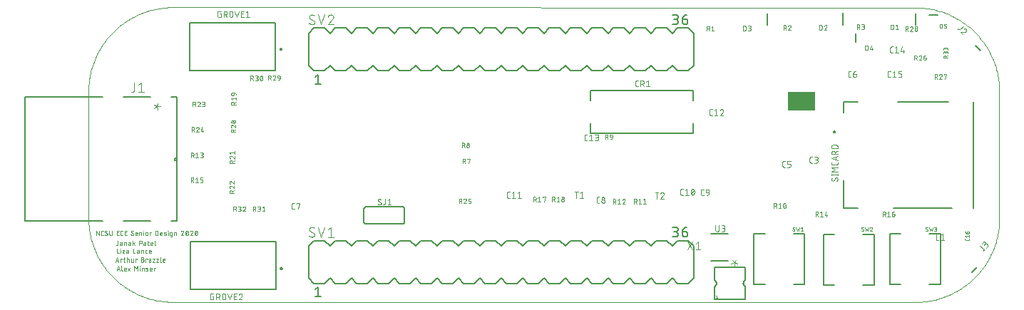
<source format=gto>
G75*
%MOIN*%
%OFA0B0*%
%FSLAX25Y25*%
%IPPOS*%
%LPD*%
%AMOC8*
5,1,8,0,0,1.08239X$1,22.5*
%
%ADD10C,0.00394*%
%ADD11C,0.00200*%
%ADD12C,0.00500*%
%ADD13C,0.00787*%
%ADD14C,0.00800*%
%ADD15C,0.00300*%
%ADD16C,0.00600*%
%ADD17C,0.00400*%
%ADD18R,0.13000X0.09000*%
%ADD19C,0.00100*%
D10*
X0070290Y0021000D02*
X0417385Y0020900D01*
X0418336Y0020911D01*
X0419287Y0020946D01*
X0420237Y0021003D01*
X0421185Y0021084D01*
X0422131Y0021187D01*
X0423074Y0021313D01*
X0424013Y0021462D01*
X0424949Y0021633D01*
X0425880Y0021828D01*
X0426807Y0022044D01*
X0427728Y0022283D01*
X0428643Y0022544D01*
X0429551Y0022827D01*
X0430452Y0023132D01*
X0431346Y0023458D01*
X0432231Y0023807D01*
X0433108Y0024176D01*
X0433976Y0024566D01*
X0434833Y0024978D01*
X0435681Y0025410D01*
X0436518Y0025862D01*
X0437344Y0026334D01*
X0438158Y0026826D01*
X0438960Y0027338D01*
X0439750Y0027869D01*
X0440526Y0028419D01*
X0441289Y0028987D01*
X0442038Y0029574D01*
X0442772Y0030179D01*
X0443492Y0030801D01*
X0444197Y0031441D01*
X0444885Y0032097D01*
X0445558Y0032770D01*
X0446214Y0033458D01*
X0446854Y0034163D01*
X0447476Y0034883D01*
X0448081Y0035617D01*
X0448668Y0036366D01*
X0449236Y0037129D01*
X0449786Y0037905D01*
X0450317Y0038695D01*
X0450829Y0039497D01*
X0451321Y0040311D01*
X0451793Y0041137D01*
X0452245Y0041974D01*
X0452677Y0042822D01*
X0453089Y0043679D01*
X0453479Y0044547D01*
X0453848Y0045424D01*
X0454197Y0046309D01*
X0454523Y0047203D01*
X0454828Y0048104D01*
X0455111Y0049012D01*
X0455372Y0049927D01*
X0455611Y0050848D01*
X0455827Y0051775D01*
X0456022Y0052706D01*
X0456193Y0053642D01*
X0456342Y0054581D01*
X0456468Y0055524D01*
X0456571Y0056470D01*
X0456652Y0057418D01*
X0456709Y0058368D01*
X0456744Y0059319D01*
X0456755Y0060270D01*
X0456755Y0119325D01*
X0456744Y0120276D01*
X0456709Y0121227D01*
X0456652Y0122177D01*
X0456571Y0123125D01*
X0456468Y0124071D01*
X0456342Y0125014D01*
X0456193Y0125953D01*
X0456022Y0126889D01*
X0455827Y0127820D01*
X0455611Y0128747D01*
X0455372Y0129668D01*
X0455111Y0130583D01*
X0454828Y0131491D01*
X0454523Y0132392D01*
X0454197Y0133286D01*
X0453848Y0134171D01*
X0453479Y0135048D01*
X0453089Y0135916D01*
X0452677Y0136773D01*
X0452245Y0137621D01*
X0451793Y0138458D01*
X0451321Y0139284D01*
X0450829Y0140098D01*
X0450317Y0140900D01*
X0449786Y0141690D01*
X0449236Y0142466D01*
X0448668Y0143229D01*
X0448081Y0143978D01*
X0447476Y0144712D01*
X0446854Y0145432D01*
X0446214Y0146137D01*
X0445558Y0146825D01*
X0444885Y0147498D01*
X0444197Y0148154D01*
X0443492Y0148794D01*
X0442772Y0149416D01*
X0442038Y0150021D01*
X0441289Y0150608D01*
X0440526Y0151176D01*
X0439750Y0151726D01*
X0438960Y0152257D01*
X0438158Y0152769D01*
X0437344Y0153261D01*
X0436518Y0153733D01*
X0435681Y0154185D01*
X0434833Y0154617D01*
X0433976Y0155029D01*
X0433108Y0155419D01*
X0432231Y0155788D01*
X0431346Y0156137D01*
X0430452Y0156463D01*
X0429551Y0156768D01*
X0428643Y0157051D01*
X0427728Y0157312D01*
X0426807Y0157551D01*
X0425880Y0157767D01*
X0424949Y0157962D01*
X0424013Y0158133D01*
X0423074Y0158282D01*
X0422131Y0158408D01*
X0421185Y0158511D01*
X0420237Y0158592D01*
X0419287Y0158649D01*
X0418336Y0158684D01*
X0417385Y0158695D01*
X0070290Y0158795D01*
X0069339Y0158784D01*
X0068388Y0158749D01*
X0067438Y0158692D01*
X0066490Y0158611D01*
X0065544Y0158508D01*
X0064601Y0158382D01*
X0063662Y0158233D01*
X0062726Y0158062D01*
X0061795Y0157867D01*
X0060868Y0157651D01*
X0059947Y0157412D01*
X0059032Y0157151D01*
X0058124Y0156868D01*
X0057223Y0156563D01*
X0056329Y0156237D01*
X0055444Y0155888D01*
X0054567Y0155519D01*
X0053699Y0155129D01*
X0052842Y0154717D01*
X0051994Y0154285D01*
X0051157Y0153833D01*
X0050331Y0153361D01*
X0049517Y0152869D01*
X0048715Y0152357D01*
X0047925Y0151826D01*
X0047149Y0151276D01*
X0046386Y0150708D01*
X0045637Y0150121D01*
X0044903Y0149516D01*
X0044183Y0148894D01*
X0043478Y0148254D01*
X0042790Y0147598D01*
X0042117Y0146925D01*
X0041461Y0146237D01*
X0040821Y0145532D01*
X0040199Y0144812D01*
X0039594Y0144078D01*
X0039007Y0143329D01*
X0038439Y0142566D01*
X0037889Y0141790D01*
X0037358Y0141000D01*
X0036846Y0140198D01*
X0036354Y0139384D01*
X0035882Y0138558D01*
X0035430Y0137721D01*
X0034998Y0136873D01*
X0034586Y0136016D01*
X0034196Y0135148D01*
X0033827Y0134271D01*
X0033478Y0133386D01*
X0033152Y0132492D01*
X0032847Y0131591D01*
X0032564Y0130683D01*
X0032303Y0129768D01*
X0032064Y0128847D01*
X0031848Y0127920D01*
X0031653Y0126989D01*
X0031482Y0126053D01*
X0031333Y0125114D01*
X0031207Y0124171D01*
X0031104Y0123225D01*
X0031023Y0122277D01*
X0030966Y0121327D01*
X0030931Y0120376D01*
X0030920Y0119425D01*
X0030920Y0060370D01*
X0030931Y0059419D01*
X0030966Y0058468D01*
X0031023Y0057518D01*
X0031104Y0056570D01*
X0031207Y0055624D01*
X0031333Y0054681D01*
X0031482Y0053742D01*
X0031653Y0052806D01*
X0031848Y0051875D01*
X0032064Y0050948D01*
X0032303Y0050027D01*
X0032564Y0049112D01*
X0032847Y0048204D01*
X0033152Y0047303D01*
X0033478Y0046409D01*
X0033827Y0045524D01*
X0034196Y0044647D01*
X0034586Y0043779D01*
X0034998Y0042922D01*
X0035430Y0042074D01*
X0035882Y0041237D01*
X0036354Y0040411D01*
X0036846Y0039597D01*
X0037358Y0038795D01*
X0037889Y0038005D01*
X0038439Y0037229D01*
X0039007Y0036466D01*
X0039594Y0035717D01*
X0040199Y0034983D01*
X0040821Y0034263D01*
X0041461Y0033558D01*
X0042117Y0032870D01*
X0042790Y0032197D01*
X0043478Y0031541D01*
X0044183Y0030901D01*
X0044903Y0030279D01*
X0045637Y0029674D01*
X0046386Y0029087D01*
X0047149Y0028519D01*
X0047925Y0027969D01*
X0048715Y0027438D01*
X0049517Y0026926D01*
X0050331Y0026434D01*
X0051157Y0025962D01*
X0051994Y0025510D01*
X0052842Y0025078D01*
X0053699Y0024666D01*
X0054567Y0024276D01*
X0055444Y0023907D01*
X0056329Y0023558D01*
X0057223Y0023232D01*
X0058124Y0022927D01*
X0059032Y0022644D01*
X0059947Y0022383D01*
X0060868Y0022144D01*
X0061795Y0021928D01*
X0062726Y0021733D01*
X0063662Y0021562D01*
X0064601Y0021413D01*
X0065544Y0021287D01*
X0066490Y0021184D01*
X0067438Y0021103D01*
X0068388Y0021046D01*
X0069339Y0021011D01*
X0070290Y0021000D01*
X0030920Y0119425D02*
X0030931Y0120376D01*
X0030966Y0121327D01*
X0031023Y0122277D01*
X0031104Y0123225D01*
X0031207Y0124171D01*
X0031333Y0125114D01*
X0031482Y0126053D01*
X0031653Y0126989D01*
X0031848Y0127920D01*
X0032064Y0128847D01*
X0032303Y0129768D01*
X0032564Y0130683D01*
X0032847Y0131591D01*
X0033152Y0132492D01*
X0033478Y0133386D01*
X0033827Y0134271D01*
X0034196Y0135148D01*
X0034586Y0136016D01*
X0034998Y0136873D01*
X0035430Y0137721D01*
X0035882Y0138558D01*
X0036354Y0139384D01*
X0036846Y0140198D01*
X0037358Y0141000D01*
X0037889Y0141790D01*
X0038439Y0142566D01*
X0039007Y0143329D01*
X0039594Y0144078D01*
X0040199Y0144812D01*
X0040821Y0145532D01*
X0041461Y0146237D01*
X0042117Y0146925D01*
X0042790Y0147598D01*
X0043478Y0148254D01*
X0044183Y0148894D01*
X0044903Y0149516D01*
X0045637Y0150121D01*
X0046386Y0150708D01*
X0047149Y0151276D01*
X0047925Y0151826D01*
X0048715Y0152357D01*
X0049517Y0152869D01*
X0050331Y0153361D01*
X0051157Y0153833D01*
X0051994Y0154285D01*
X0052842Y0154717D01*
X0053699Y0155129D01*
X0054567Y0155519D01*
X0055444Y0155888D01*
X0056329Y0156237D01*
X0057223Y0156563D01*
X0058124Y0156868D01*
X0059032Y0157151D01*
X0059947Y0157412D01*
X0060868Y0157651D01*
X0061795Y0157867D01*
X0062726Y0158062D01*
X0063662Y0158233D01*
X0064601Y0158382D01*
X0065544Y0158508D01*
X0066490Y0158611D01*
X0067438Y0158692D01*
X0068388Y0158749D01*
X0069339Y0158784D01*
X0070290Y0158795D01*
D11*
X0091224Y0156423D02*
X0091224Y0154868D01*
X0091226Y0154819D01*
X0091232Y0154771D01*
X0091241Y0154723D01*
X0091254Y0154676D01*
X0091271Y0154630D01*
X0091292Y0154586D01*
X0091316Y0154543D01*
X0091343Y0154502D01*
X0091373Y0154464D01*
X0091406Y0154428D01*
X0091442Y0154395D01*
X0091480Y0154365D01*
X0091521Y0154338D01*
X0091564Y0154314D01*
X0091608Y0154293D01*
X0091654Y0154276D01*
X0091701Y0154263D01*
X0091749Y0154254D01*
X0091797Y0154248D01*
X0091846Y0154246D01*
X0092779Y0154246D01*
X0092779Y0155801D01*
X0092312Y0155801D01*
X0091224Y0156423D02*
X0091226Y0156472D01*
X0091232Y0156520D01*
X0091241Y0156568D01*
X0091254Y0156615D01*
X0091271Y0156661D01*
X0091292Y0156705D01*
X0091316Y0156748D01*
X0091343Y0156789D01*
X0091373Y0156827D01*
X0091406Y0156863D01*
X0091442Y0156896D01*
X0091480Y0156926D01*
X0091521Y0156953D01*
X0091564Y0156977D01*
X0091608Y0156998D01*
X0091654Y0157015D01*
X0091701Y0157028D01*
X0091749Y0157037D01*
X0091797Y0157043D01*
X0091846Y0157045D01*
X0091846Y0157046D02*
X0092779Y0157046D01*
X0094120Y0157046D02*
X0094897Y0157046D01*
X0094120Y0157046D02*
X0094120Y0154246D01*
X0094120Y0155490D02*
X0094897Y0155490D01*
X0095053Y0155490D02*
X0095675Y0154246D01*
X0096804Y0155023D02*
X0096804Y0156268D01*
X0096803Y0156268D02*
X0096805Y0156324D01*
X0096811Y0156379D01*
X0096821Y0156433D01*
X0096835Y0156487D01*
X0096852Y0156540D01*
X0096873Y0156591D01*
X0096898Y0156641D01*
X0096927Y0156689D01*
X0096958Y0156734D01*
X0096993Y0156777D01*
X0097031Y0156818D01*
X0097072Y0156856D01*
X0097115Y0156891D01*
X0097160Y0156922D01*
X0097208Y0156951D01*
X0097258Y0156976D01*
X0097309Y0156997D01*
X0097362Y0157014D01*
X0097416Y0157028D01*
X0097470Y0157038D01*
X0097525Y0157044D01*
X0097581Y0157046D01*
X0097637Y0157044D01*
X0097692Y0157038D01*
X0097746Y0157028D01*
X0097800Y0157014D01*
X0097853Y0156997D01*
X0097904Y0156976D01*
X0097954Y0156951D01*
X0098002Y0156922D01*
X0098047Y0156891D01*
X0098090Y0156856D01*
X0098131Y0156818D01*
X0098169Y0156777D01*
X0098204Y0156734D01*
X0098235Y0156689D01*
X0098264Y0156641D01*
X0098289Y0156591D01*
X0098310Y0156540D01*
X0098327Y0156487D01*
X0098341Y0156433D01*
X0098351Y0156379D01*
X0098357Y0156324D01*
X0098359Y0156268D01*
X0098359Y0155023D01*
X0098357Y0154967D01*
X0098351Y0154912D01*
X0098341Y0154858D01*
X0098327Y0154804D01*
X0098310Y0154751D01*
X0098289Y0154700D01*
X0098264Y0154650D01*
X0098235Y0154602D01*
X0098204Y0154557D01*
X0098169Y0154514D01*
X0098131Y0154473D01*
X0098090Y0154435D01*
X0098047Y0154400D01*
X0098002Y0154369D01*
X0097954Y0154340D01*
X0097904Y0154315D01*
X0097853Y0154294D01*
X0097800Y0154277D01*
X0097746Y0154263D01*
X0097692Y0154253D01*
X0097637Y0154247D01*
X0097581Y0154245D01*
X0097525Y0154247D01*
X0097470Y0154253D01*
X0097416Y0154263D01*
X0097362Y0154277D01*
X0097309Y0154294D01*
X0097258Y0154315D01*
X0097208Y0154340D01*
X0097160Y0154369D01*
X0097115Y0154400D01*
X0097072Y0154435D01*
X0097031Y0154473D01*
X0096993Y0154514D01*
X0096958Y0154557D01*
X0096927Y0154602D01*
X0096898Y0154650D01*
X0096873Y0154700D01*
X0096852Y0154751D01*
X0096835Y0154804D01*
X0096821Y0154858D01*
X0096811Y0154912D01*
X0096805Y0154967D01*
X0096803Y0155023D01*
X0094897Y0155490D02*
X0094953Y0155492D01*
X0095008Y0155498D01*
X0095062Y0155508D01*
X0095116Y0155522D01*
X0095169Y0155539D01*
X0095220Y0155560D01*
X0095270Y0155585D01*
X0095318Y0155614D01*
X0095363Y0155645D01*
X0095406Y0155680D01*
X0095447Y0155718D01*
X0095485Y0155759D01*
X0095520Y0155802D01*
X0095551Y0155847D01*
X0095580Y0155895D01*
X0095605Y0155945D01*
X0095626Y0155996D01*
X0095643Y0156049D01*
X0095657Y0156103D01*
X0095667Y0156157D01*
X0095673Y0156212D01*
X0095675Y0156268D01*
X0095673Y0156324D01*
X0095667Y0156379D01*
X0095657Y0156433D01*
X0095643Y0156487D01*
X0095626Y0156540D01*
X0095605Y0156591D01*
X0095580Y0156641D01*
X0095551Y0156689D01*
X0095520Y0156734D01*
X0095485Y0156777D01*
X0095447Y0156818D01*
X0095406Y0156856D01*
X0095363Y0156891D01*
X0095318Y0156922D01*
X0095270Y0156951D01*
X0095220Y0156976D01*
X0095169Y0156997D01*
X0095116Y0157014D01*
X0095062Y0157028D01*
X0095008Y0157038D01*
X0094953Y0157044D01*
X0094897Y0157046D01*
X0099348Y0157046D02*
X0100281Y0154246D01*
X0101215Y0157046D01*
X0102298Y0157046D02*
X0103543Y0157046D01*
X0104544Y0156423D02*
X0105321Y0157046D01*
X0105321Y0154246D01*
X0104544Y0154246D02*
X0106099Y0154246D01*
X0103543Y0154246D02*
X0102298Y0154246D01*
X0102298Y0157046D01*
X0102298Y0155801D02*
X0103232Y0155801D01*
X0106756Y0126800D02*
X0107367Y0126800D01*
X0107415Y0126798D01*
X0107463Y0126792D01*
X0107510Y0126783D01*
X0107556Y0126770D01*
X0107601Y0126753D01*
X0107644Y0126733D01*
X0107686Y0126710D01*
X0107726Y0126683D01*
X0107764Y0126654D01*
X0107799Y0126621D01*
X0107832Y0126586D01*
X0107861Y0126548D01*
X0107888Y0126508D01*
X0107911Y0126466D01*
X0107931Y0126423D01*
X0107948Y0126378D01*
X0107961Y0126332D01*
X0107970Y0126285D01*
X0107976Y0126237D01*
X0107978Y0126189D01*
X0107976Y0126141D01*
X0107970Y0126093D01*
X0107961Y0126046D01*
X0107948Y0126000D01*
X0107931Y0125955D01*
X0107911Y0125912D01*
X0107888Y0125870D01*
X0107861Y0125830D01*
X0107832Y0125792D01*
X0107799Y0125757D01*
X0107764Y0125724D01*
X0107726Y0125695D01*
X0107686Y0125668D01*
X0107644Y0125645D01*
X0107601Y0125625D01*
X0107556Y0125608D01*
X0107510Y0125595D01*
X0107463Y0125586D01*
X0107415Y0125580D01*
X0107367Y0125578D01*
X0106756Y0125578D01*
X0107489Y0125578D02*
X0107978Y0124600D01*
X0108901Y0124600D02*
X0109513Y0124600D01*
X0109561Y0124602D01*
X0109609Y0124608D01*
X0109656Y0124617D01*
X0109702Y0124630D01*
X0109747Y0124647D01*
X0109790Y0124667D01*
X0109832Y0124690D01*
X0109872Y0124717D01*
X0109910Y0124746D01*
X0109945Y0124779D01*
X0109978Y0124814D01*
X0110007Y0124852D01*
X0110034Y0124892D01*
X0110057Y0124934D01*
X0110077Y0124977D01*
X0110094Y0125022D01*
X0110107Y0125068D01*
X0110116Y0125115D01*
X0110122Y0125163D01*
X0110124Y0125211D01*
X0110122Y0125259D01*
X0110116Y0125307D01*
X0110107Y0125354D01*
X0110094Y0125400D01*
X0110077Y0125445D01*
X0110057Y0125488D01*
X0110034Y0125530D01*
X0110007Y0125570D01*
X0109978Y0125608D01*
X0109945Y0125643D01*
X0109910Y0125676D01*
X0109872Y0125705D01*
X0109832Y0125732D01*
X0109790Y0125755D01*
X0109747Y0125775D01*
X0109702Y0125792D01*
X0109656Y0125805D01*
X0109609Y0125814D01*
X0109561Y0125820D01*
X0109513Y0125822D01*
X0109635Y0125822D02*
X0109146Y0125822D01*
X0109635Y0125822D02*
X0109678Y0125824D01*
X0109720Y0125829D01*
X0109762Y0125839D01*
X0109802Y0125851D01*
X0109842Y0125868D01*
X0109880Y0125888D01*
X0109915Y0125910D01*
X0109949Y0125936D01*
X0109981Y0125965D01*
X0110010Y0125997D01*
X0110036Y0126031D01*
X0110058Y0126067D01*
X0110078Y0126104D01*
X0110095Y0126144D01*
X0110107Y0126184D01*
X0110117Y0126226D01*
X0110122Y0126268D01*
X0110124Y0126311D01*
X0110122Y0126354D01*
X0110117Y0126396D01*
X0110107Y0126438D01*
X0110095Y0126478D01*
X0110078Y0126518D01*
X0110058Y0126556D01*
X0110036Y0126591D01*
X0110010Y0126625D01*
X0109981Y0126657D01*
X0109949Y0126686D01*
X0109915Y0126712D01*
X0109880Y0126734D01*
X0109842Y0126754D01*
X0109802Y0126771D01*
X0109762Y0126783D01*
X0109720Y0126793D01*
X0109678Y0126798D01*
X0109635Y0126800D01*
X0108901Y0126800D01*
X0112284Y0125700D02*
X0112282Y0125618D01*
X0112277Y0125536D01*
X0112267Y0125454D01*
X0112254Y0125373D01*
X0112238Y0125292D01*
X0112217Y0125213D01*
X0112193Y0125134D01*
X0112166Y0125056D01*
X0112135Y0124980D01*
X0112101Y0124906D01*
X0112101Y0124905D02*
X0112086Y0124868D01*
X0112068Y0124832D01*
X0112047Y0124798D01*
X0112023Y0124766D01*
X0111996Y0124736D01*
X0111967Y0124709D01*
X0111936Y0124684D01*
X0111902Y0124662D01*
X0111867Y0124644D01*
X0111830Y0124628D01*
X0111792Y0124616D01*
X0111753Y0124607D01*
X0111713Y0124602D01*
X0111673Y0124600D01*
X0111633Y0124602D01*
X0111593Y0124607D01*
X0111554Y0124616D01*
X0111516Y0124628D01*
X0111479Y0124644D01*
X0111444Y0124662D01*
X0111410Y0124684D01*
X0111379Y0124709D01*
X0111350Y0124736D01*
X0111323Y0124766D01*
X0111299Y0124798D01*
X0111278Y0124832D01*
X0111260Y0124868D01*
X0111245Y0124905D01*
X0111184Y0125089D02*
X0112161Y0126311D01*
X0112101Y0126495D02*
X0112086Y0126532D01*
X0112068Y0126568D01*
X0112047Y0126602D01*
X0112023Y0126634D01*
X0111996Y0126664D01*
X0111967Y0126691D01*
X0111936Y0126716D01*
X0111902Y0126738D01*
X0111867Y0126756D01*
X0111830Y0126772D01*
X0111792Y0126784D01*
X0111753Y0126793D01*
X0111713Y0126798D01*
X0111673Y0126800D01*
X0111633Y0126798D01*
X0111593Y0126793D01*
X0111554Y0126784D01*
X0111516Y0126772D01*
X0111479Y0126756D01*
X0111444Y0126738D01*
X0111410Y0126716D01*
X0111379Y0126691D01*
X0111350Y0126664D01*
X0111323Y0126634D01*
X0111299Y0126602D01*
X0111278Y0126568D01*
X0111260Y0126532D01*
X0111245Y0126495D01*
X0112101Y0126494D02*
X0112135Y0126420D01*
X0112166Y0126344D01*
X0112193Y0126266D01*
X0112217Y0126187D01*
X0112238Y0126108D01*
X0112254Y0126027D01*
X0112267Y0125946D01*
X0112277Y0125864D01*
X0112282Y0125782D01*
X0112284Y0125700D01*
X0111061Y0125700D02*
X0111063Y0125782D01*
X0111068Y0125864D01*
X0111078Y0125946D01*
X0111091Y0126027D01*
X0111107Y0126108D01*
X0111128Y0126187D01*
X0111152Y0126266D01*
X0111179Y0126344D01*
X0111210Y0126420D01*
X0111244Y0126494D01*
X0111062Y0125700D02*
X0111064Y0125618D01*
X0111069Y0125536D01*
X0111079Y0125454D01*
X0111092Y0125373D01*
X0111108Y0125292D01*
X0111129Y0125213D01*
X0111153Y0125134D01*
X0111180Y0125056D01*
X0111211Y0124980D01*
X0111245Y0124906D01*
X0114956Y0124800D02*
X0114956Y0127000D01*
X0115567Y0127000D01*
X0115615Y0126998D01*
X0115663Y0126992D01*
X0115710Y0126983D01*
X0115756Y0126970D01*
X0115801Y0126953D01*
X0115844Y0126933D01*
X0115886Y0126910D01*
X0115926Y0126883D01*
X0115964Y0126854D01*
X0115999Y0126821D01*
X0116032Y0126786D01*
X0116061Y0126748D01*
X0116088Y0126708D01*
X0116111Y0126666D01*
X0116131Y0126623D01*
X0116148Y0126578D01*
X0116161Y0126532D01*
X0116170Y0126485D01*
X0116176Y0126437D01*
X0116178Y0126389D01*
X0116176Y0126341D01*
X0116170Y0126293D01*
X0116161Y0126246D01*
X0116148Y0126200D01*
X0116131Y0126155D01*
X0116111Y0126112D01*
X0116088Y0126070D01*
X0116061Y0126030D01*
X0116032Y0125992D01*
X0115999Y0125957D01*
X0115964Y0125924D01*
X0115926Y0125895D01*
X0115886Y0125868D01*
X0115844Y0125845D01*
X0115801Y0125825D01*
X0115756Y0125808D01*
X0115710Y0125795D01*
X0115663Y0125786D01*
X0115615Y0125780D01*
X0115567Y0125778D01*
X0114956Y0125778D01*
X0115689Y0125778D02*
X0116178Y0124800D01*
X0117101Y0124800D02*
X0118324Y0124800D01*
X0117101Y0124800D02*
X0118140Y0126022D01*
X0117774Y0127000D02*
X0117722Y0126998D01*
X0117670Y0126992D01*
X0117618Y0126983D01*
X0117568Y0126969D01*
X0117518Y0126952D01*
X0117470Y0126931D01*
X0117424Y0126907D01*
X0117380Y0126880D01*
X0117337Y0126849D01*
X0117297Y0126815D01*
X0117260Y0126779D01*
X0117226Y0126739D01*
X0117194Y0126697D01*
X0117166Y0126654D01*
X0117141Y0126608D01*
X0117119Y0126560D01*
X0117101Y0126511D01*
X0118141Y0126022D02*
X0118174Y0126056D01*
X0118204Y0126093D01*
X0118232Y0126133D01*
X0118256Y0126174D01*
X0118276Y0126217D01*
X0118293Y0126262D01*
X0118307Y0126308D01*
X0118316Y0126355D01*
X0118322Y0126402D01*
X0118324Y0126450D01*
X0118322Y0126495D01*
X0118316Y0126541D01*
X0118307Y0126585D01*
X0118294Y0126629D01*
X0118278Y0126671D01*
X0118258Y0126712D01*
X0118234Y0126751D01*
X0118208Y0126788D01*
X0118179Y0126823D01*
X0118147Y0126855D01*
X0118112Y0126884D01*
X0118075Y0126910D01*
X0118036Y0126934D01*
X0117995Y0126954D01*
X0117953Y0126970D01*
X0117909Y0126983D01*
X0117865Y0126992D01*
X0117819Y0126998D01*
X0117774Y0127000D01*
X0119261Y0126389D02*
X0119261Y0126267D01*
X0119263Y0126224D01*
X0119268Y0126182D01*
X0119278Y0126140D01*
X0119290Y0126100D01*
X0119307Y0126060D01*
X0119327Y0126023D01*
X0119349Y0125987D01*
X0119375Y0125953D01*
X0119404Y0125921D01*
X0119436Y0125892D01*
X0119470Y0125866D01*
X0119505Y0125844D01*
X0119543Y0125824D01*
X0119583Y0125807D01*
X0119623Y0125795D01*
X0119665Y0125785D01*
X0119707Y0125780D01*
X0119750Y0125778D01*
X0120484Y0125778D01*
X0120484Y0126389D01*
X0120482Y0126437D01*
X0120476Y0126485D01*
X0120467Y0126532D01*
X0120454Y0126578D01*
X0120437Y0126623D01*
X0120417Y0126666D01*
X0120394Y0126708D01*
X0120367Y0126748D01*
X0120338Y0126786D01*
X0120305Y0126821D01*
X0120270Y0126854D01*
X0120232Y0126883D01*
X0120192Y0126910D01*
X0120150Y0126933D01*
X0120107Y0126953D01*
X0120062Y0126970D01*
X0120016Y0126983D01*
X0119969Y0126992D01*
X0119921Y0126998D01*
X0119873Y0127000D01*
X0119825Y0126998D01*
X0119777Y0126992D01*
X0119730Y0126983D01*
X0119684Y0126970D01*
X0119639Y0126953D01*
X0119596Y0126933D01*
X0119554Y0126910D01*
X0119514Y0126883D01*
X0119476Y0126854D01*
X0119441Y0126821D01*
X0119408Y0126786D01*
X0119379Y0126748D01*
X0119352Y0126708D01*
X0119329Y0126666D01*
X0119309Y0126623D01*
X0119292Y0126578D01*
X0119279Y0126532D01*
X0119270Y0126485D01*
X0119264Y0126437D01*
X0119262Y0126389D01*
X0120484Y0125778D02*
X0120482Y0125717D01*
X0120476Y0125655D01*
X0120467Y0125595D01*
X0120453Y0125535D01*
X0120436Y0125476D01*
X0120415Y0125418D01*
X0120391Y0125362D01*
X0120363Y0125307D01*
X0120332Y0125254D01*
X0120297Y0125203D01*
X0120260Y0125155D01*
X0120219Y0125109D01*
X0120175Y0125065D01*
X0120129Y0125024D01*
X0120081Y0124987D01*
X0120030Y0124952D01*
X0119977Y0124921D01*
X0119922Y0124893D01*
X0119866Y0124869D01*
X0119808Y0124848D01*
X0119749Y0124831D01*
X0119689Y0124817D01*
X0119629Y0124808D01*
X0119567Y0124802D01*
X0119506Y0124800D01*
X0106756Y0124600D02*
X0106756Y0126800D01*
X0098913Y0118871D02*
X0098302Y0118871D01*
X0098913Y0118871D02*
X0098913Y0118138D01*
X0098913Y0118871D02*
X0098974Y0118869D01*
X0099036Y0118863D01*
X0099096Y0118854D01*
X0099156Y0118840D01*
X0099215Y0118823D01*
X0099273Y0118802D01*
X0099329Y0118778D01*
X0099384Y0118750D01*
X0099437Y0118719D01*
X0099488Y0118684D01*
X0099536Y0118647D01*
X0099582Y0118606D01*
X0099626Y0118562D01*
X0099667Y0118516D01*
X0099704Y0118468D01*
X0099739Y0118417D01*
X0099770Y0118364D01*
X0099798Y0118309D01*
X0099822Y0118253D01*
X0099843Y0118195D01*
X0099860Y0118136D01*
X0099874Y0118076D01*
X0099883Y0118016D01*
X0099889Y0117954D01*
X0099891Y0117893D01*
X0099891Y0116711D02*
X0099891Y0115489D01*
X0099891Y0116100D02*
X0097691Y0116100D01*
X0098179Y0115489D01*
X0097691Y0113954D02*
X0097693Y0114002D01*
X0097699Y0114050D01*
X0097708Y0114097D01*
X0097721Y0114143D01*
X0097738Y0114188D01*
X0097758Y0114231D01*
X0097781Y0114273D01*
X0097808Y0114313D01*
X0097837Y0114351D01*
X0097870Y0114386D01*
X0097905Y0114419D01*
X0097943Y0114448D01*
X0097983Y0114475D01*
X0098025Y0114498D01*
X0098068Y0114518D01*
X0098113Y0114535D01*
X0098159Y0114548D01*
X0098206Y0114557D01*
X0098254Y0114563D01*
X0098302Y0114565D01*
X0098350Y0114563D01*
X0098398Y0114557D01*
X0098445Y0114548D01*
X0098491Y0114535D01*
X0098536Y0114518D01*
X0098579Y0114498D01*
X0098621Y0114475D01*
X0098661Y0114448D01*
X0098699Y0114419D01*
X0098734Y0114386D01*
X0098767Y0114351D01*
X0098796Y0114313D01*
X0098823Y0114273D01*
X0098846Y0114231D01*
X0098866Y0114188D01*
X0098883Y0114143D01*
X0098896Y0114097D01*
X0098905Y0114050D01*
X0098911Y0114002D01*
X0098913Y0113954D01*
X0098913Y0113343D01*
X0098913Y0114076D02*
X0099891Y0114565D01*
X0099891Y0113343D02*
X0097691Y0113343D01*
X0097691Y0113954D01*
X0098302Y0117649D02*
X0098424Y0117649D01*
X0098467Y0117651D01*
X0098509Y0117656D01*
X0098551Y0117666D01*
X0098591Y0117678D01*
X0098631Y0117695D01*
X0098669Y0117715D01*
X0098704Y0117737D01*
X0098738Y0117763D01*
X0098770Y0117792D01*
X0098799Y0117824D01*
X0098825Y0117858D01*
X0098847Y0117894D01*
X0098867Y0117931D01*
X0098884Y0117971D01*
X0098896Y0118011D01*
X0098906Y0118053D01*
X0098911Y0118095D01*
X0098913Y0118138D01*
X0098302Y0117649D02*
X0098254Y0117651D01*
X0098206Y0117657D01*
X0098159Y0117666D01*
X0098113Y0117679D01*
X0098068Y0117696D01*
X0098025Y0117716D01*
X0097983Y0117739D01*
X0097943Y0117766D01*
X0097905Y0117795D01*
X0097870Y0117828D01*
X0097837Y0117863D01*
X0097808Y0117901D01*
X0097781Y0117941D01*
X0097758Y0117983D01*
X0097738Y0118026D01*
X0097721Y0118071D01*
X0097708Y0118117D01*
X0097699Y0118164D01*
X0097693Y0118212D01*
X0097691Y0118260D01*
X0097693Y0118308D01*
X0097699Y0118356D01*
X0097708Y0118403D01*
X0097721Y0118449D01*
X0097738Y0118494D01*
X0097758Y0118537D01*
X0097781Y0118579D01*
X0097808Y0118619D01*
X0097837Y0118657D01*
X0097870Y0118692D01*
X0097905Y0118725D01*
X0097943Y0118754D01*
X0097983Y0118781D01*
X0098025Y0118804D01*
X0098068Y0118824D01*
X0098113Y0118841D01*
X0098159Y0118854D01*
X0098206Y0118863D01*
X0098254Y0118869D01*
X0098302Y0118871D01*
X0084773Y0114632D02*
X0084039Y0114632D01*
X0084773Y0114632D02*
X0084816Y0114630D01*
X0084858Y0114625D01*
X0084900Y0114615D01*
X0084940Y0114603D01*
X0084980Y0114586D01*
X0085018Y0114566D01*
X0085053Y0114544D01*
X0085087Y0114518D01*
X0085119Y0114489D01*
X0085148Y0114457D01*
X0085174Y0114423D01*
X0085196Y0114388D01*
X0085216Y0114350D01*
X0085233Y0114310D01*
X0085245Y0114270D01*
X0085255Y0114228D01*
X0085260Y0114186D01*
X0085262Y0114143D01*
X0085260Y0114100D01*
X0085255Y0114058D01*
X0085245Y0114016D01*
X0085233Y0113976D01*
X0085216Y0113936D01*
X0085196Y0113899D01*
X0085174Y0113863D01*
X0085148Y0113829D01*
X0085119Y0113797D01*
X0085087Y0113768D01*
X0085053Y0113742D01*
X0085018Y0113720D01*
X0084980Y0113700D01*
X0084940Y0113683D01*
X0084900Y0113671D01*
X0084858Y0113661D01*
X0084816Y0113656D01*
X0084773Y0113654D01*
X0084773Y0113655D02*
X0084284Y0113655D01*
X0084651Y0113654D02*
X0084699Y0113652D01*
X0084747Y0113646D01*
X0084794Y0113637D01*
X0084840Y0113624D01*
X0084885Y0113607D01*
X0084928Y0113587D01*
X0084970Y0113564D01*
X0085010Y0113537D01*
X0085048Y0113508D01*
X0085083Y0113475D01*
X0085116Y0113440D01*
X0085145Y0113402D01*
X0085172Y0113362D01*
X0085195Y0113320D01*
X0085215Y0113277D01*
X0085232Y0113232D01*
X0085245Y0113186D01*
X0085254Y0113139D01*
X0085260Y0113091D01*
X0085262Y0113043D01*
X0085260Y0112995D01*
X0085254Y0112947D01*
X0085245Y0112900D01*
X0085232Y0112854D01*
X0085215Y0112809D01*
X0085195Y0112766D01*
X0085172Y0112724D01*
X0085145Y0112684D01*
X0085116Y0112646D01*
X0085083Y0112611D01*
X0085048Y0112578D01*
X0085010Y0112549D01*
X0084970Y0112522D01*
X0084928Y0112499D01*
X0084885Y0112479D01*
X0084840Y0112462D01*
X0084794Y0112449D01*
X0084747Y0112440D01*
X0084699Y0112434D01*
X0084651Y0112432D01*
X0084039Y0112432D01*
X0083102Y0112432D02*
X0081879Y0112432D01*
X0082918Y0113655D01*
X0082552Y0114633D02*
X0082500Y0114631D01*
X0082448Y0114625D01*
X0082396Y0114616D01*
X0082346Y0114602D01*
X0082296Y0114585D01*
X0082248Y0114564D01*
X0082202Y0114540D01*
X0082158Y0114513D01*
X0082115Y0114482D01*
X0082075Y0114448D01*
X0082038Y0114412D01*
X0082004Y0114372D01*
X0081972Y0114330D01*
X0081944Y0114287D01*
X0081919Y0114241D01*
X0081897Y0114193D01*
X0081879Y0114144D01*
X0082919Y0113654D02*
X0082952Y0113688D01*
X0082982Y0113725D01*
X0083010Y0113765D01*
X0083034Y0113806D01*
X0083054Y0113849D01*
X0083071Y0113894D01*
X0083085Y0113940D01*
X0083094Y0113987D01*
X0083100Y0114034D01*
X0083102Y0114082D01*
X0083100Y0114127D01*
X0083094Y0114173D01*
X0083085Y0114217D01*
X0083072Y0114261D01*
X0083056Y0114303D01*
X0083036Y0114344D01*
X0083012Y0114383D01*
X0082986Y0114420D01*
X0082957Y0114455D01*
X0082925Y0114487D01*
X0082890Y0114516D01*
X0082853Y0114542D01*
X0082814Y0114566D01*
X0082773Y0114586D01*
X0082731Y0114602D01*
X0082687Y0114615D01*
X0082643Y0114624D01*
X0082597Y0114630D01*
X0082552Y0114632D01*
X0080345Y0114632D02*
X0079734Y0114632D01*
X0079734Y0112432D01*
X0079734Y0113410D02*
X0080345Y0113410D01*
X0080467Y0113410D02*
X0080956Y0112432D01*
X0080345Y0113410D02*
X0080393Y0113412D01*
X0080441Y0113418D01*
X0080488Y0113427D01*
X0080534Y0113440D01*
X0080579Y0113457D01*
X0080622Y0113477D01*
X0080664Y0113500D01*
X0080704Y0113527D01*
X0080742Y0113556D01*
X0080777Y0113589D01*
X0080810Y0113624D01*
X0080839Y0113662D01*
X0080866Y0113702D01*
X0080889Y0113744D01*
X0080909Y0113787D01*
X0080926Y0113832D01*
X0080939Y0113878D01*
X0080948Y0113925D01*
X0080954Y0113973D01*
X0080956Y0114021D01*
X0080954Y0114069D01*
X0080948Y0114117D01*
X0080939Y0114164D01*
X0080926Y0114210D01*
X0080909Y0114255D01*
X0080889Y0114298D01*
X0080866Y0114340D01*
X0080839Y0114380D01*
X0080810Y0114418D01*
X0080777Y0114453D01*
X0080742Y0114486D01*
X0080704Y0114515D01*
X0080664Y0114542D01*
X0080622Y0114565D01*
X0080579Y0114585D01*
X0080534Y0114602D01*
X0080488Y0114615D01*
X0080441Y0114624D01*
X0080393Y0114630D01*
X0080345Y0114632D01*
X0098017Y0105835D02*
X0099239Y0104857D01*
X0099728Y0105346D02*
X0099726Y0105386D01*
X0099721Y0105426D01*
X0099712Y0105465D01*
X0099700Y0105503D01*
X0099684Y0105540D01*
X0099666Y0105575D01*
X0099644Y0105609D01*
X0099619Y0105640D01*
X0099592Y0105669D01*
X0099562Y0105696D01*
X0099530Y0105720D01*
X0099496Y0105741D01*
X0099460Y0105759D01*
X0099423Y0105774D01*
X0099728Y0105346D02*
X0099726Y0105306D01*
X0099721Y0105266D01*
X0099712Y0105227D01*
X0099700Y0105189D01*
X0099684Y0105152D01*
X0099666Y0105117D01*
X0099644Y0105083D01*
X0099619Y0105052D01*
X0099592Y0105023D01*
X0099562Y0104996D01*
X0099530Y0104972D01*
X0099496Y0104951D01*
X0099460Y0104933D01*
X0099423Y0104918D01*
X0098628Y0105957D02*
X0098546Y0105955D01*
X0098464Y0105950D01*
X0098382Y0105940D01*
X0098301Y0105927D01*
X0098220Y0105911D01*
X0098141Y0105890D01*
X0098062Y0105866D01*
X0097984Y0105839D01*
X0097908Y0105808D01*
X0097834Y0105774D01*
X0097797Y0105759D01*
X0097761Y0105741D01*
X0097727Y0105720D01*
X0097695Y0105696D01*
X0097665Y0105669D01*
X0097638Y0105640D01*
X0097613Y0105609D01*
X0097591Y0105575D01*
X0097573Y0105540D01*
X0097557Y0105503D01*
X0097545Y0105465D01*
X0097536Y0105426D01*
X0097531Y0105386D01*
X0097529Y0105346D01*
X0097531Y0105306D01*
X0097536Y0105266D01*
X0097545Y0105227D01*
X0097557Y0105189D01*
X0097573Y0105152D01*
X0097591Y0105117D01*
X0097613Y0105083D01*
X0097638Y0105052D01*
X0097665Y0105023D01*
X0097695Y0104996D01*
X0097727Y0104972D01*
X0097761Y0104951D01*
X0097797Y0104933D01*
X0097834Y0104918D01*
X0098628Y0105957D02*
X0098710Y0105955D01*
X0098792Y0105950D01*
X0098874Y0105940D01*
X0098955Y0105927D01*
X0099036Y0105911D01*
X0099115Y0105890D01*
X0099194Y0105866D01*
X0099272Y0105839D01*
X0099348Y0105808D01*
X0099422Y0105774D01*
X0098628Y0104735D02*
X0098546Y0104737D01*
X0098464Y0104742D01*
X0098382Y0104752D01*
X0098301Y0104765D01*
X0098220Y0104781D01*
X0098141Y0104802D01*
X0098062Y0104826D01*
X0097984Y0104853D01*
X0097908Y0104884D01*
X0097834Y0104918D01*
X0098506Y0103614D02*
X0099728Y0102575D01*
X0099728Y0103797D01*
X0098017Y0102574D02*
X0097968Y0102592D01*
X0097920Y0102614D01*
X0097874Y0102639D01*
X0097831Y0102667D01*
X0097789Y0102699D01*
X0097749Y0102733D01*
X0097713Y0102770D01*
X0097679Y0102810D01*
X0097648Y0102853D01*
X0097621Y0102897D01*
X0097597Y0102943D01*
X0097576Y0102991D01*
X0097559Y0103041D01*
X0097545Y0103091D01*
X0097536Y0103143D01*
X0097530Y0103195D01*
X0097528Y0103247D01*
X0097530Y0103292D01*
X0097536Y0103338D01*
X0097545Y0103382D01*
X0097558Y0103426D01*
X0097574Y0103468D01*
X0097594Y0103509D01*
X0097618Y0103548D01*
X0097644Y0103585D01*
X0097673Y0103620D01*
X0097705Y0103652D01*
X0097740Y0103681D01*
X0097777Y0103707D01*
X0097816Y0103731D01*
X0097857Y0103751D01*
X0097899Y0103767D01*
X0097943Y0103780D01*
X0097987Y0103789D01*
X0098033Y0103795D01*
X0098078Y0103797D01*
X0098126Y0103795D01*
X0098173Y0103789D01*
X0098220Y0103780D01*
X0098266Y0103766D01*
X0098311Y0103749D01*
X0098354Y0103729D01*
X0098395Y0103705D01*
X0098435Y0103677D01*
X0098472Y0103647D01*
X0098506Y0103614D01*
X0099728Y0101651D02*
X0098751Y0101162D01*
X0098751Y0101040D02*
X0098751Y0100429D01*
X0098750Y0101040D02*
X0098748Y0101088D01*
X0098742Y0101136D01*
X0098733Y0101183D01*
X0098720Y0101229D01*
X0098703Y0101274D01*
X0098683Y0101317D01*
X0098660Y0101359D01*
X0098633Y0101399D01*
X0098604Y0101437D01*
X0098571Y0101472D01*
X0098536Y0101505D01*
X0098498Y0101534D01*
X0098458Y0101561D01*
X0098416Y0101584D01*
X0098373Y0101604D01*
X0098328Y0101621D01*
X0098282Y0101634D01*
X0098235Y0101643D01*
X0098187Y0101649D01*
X0098139Y0101651D01*
X0098091Y0101649D01*
X0098043Y0101643D01*
X0097996Y0101634D01*
X0097950Y0101621D01*
X0097905Y0101604D01*
X0097862Y0101584D01*
X0097820Y0101561D01*
X0097780Y0101534D01*
X0097742Y0101505D01*
X0097707Y0101472D01*
X0097674Y0101437D01*
X0097645Y0101399D01*
X0097618Y0101359D01*
X0097595Y0101317D01*
X0097575Y0101274D01*
X0097558Y0101229D01*
X0097545Y0101183D01*
X0097536Y0101136D01*
X0097530Y0101088D01*
X0097528Y0101040D01*
X0097528Y0100429D01*
X0099728Y0100429D01*
X0084662Y0101042D02*
X0083439Y0101042D01*
X0083928Y0102753D01*
X0084295Y0101531D02*
X0084295Y0100553D01*
X0082502Y0100553D02*
X0081279Y0100553D01*
X0082318Y0101775D01*
X0081952Y0102753D02*
X0081900Y0102751D01*
X0081848Y0102745D01*
X0081796Y0102736D01*
X0081746Y0102722D01*
X0081696Y0102705D01*
X0081648Y0102684D01*
X0081602Y0102660D01*
X0081558Y0102633D01*
X0081515Y0102602D01*
X0081475Y0102568D01*
X0081438Y0102532D01*
X0081404Y0102492D01*
X0081372Y0102450D01*
X0081344Y0102407D01*
X0081319Y0102361D01*
X0081297Y0102313D01*
X0081279Y0102264D01*
X0082319Y0101775D02*
X0082352Y0101809D01*
X0082382Y0101846D01*
X0082410Y0101886D01*
X0082434Y0101927D01*
X0082454Y0101970D01*
X0082471Y0102015D01*
X0082485Y0102061D01*
X0082494Y0102108D01*
X0082500Y0102155D01*
X0082502Y0102203D01*
X0082500Y0102248D01*
X0082494Y0102294D01*
X0082485Y0102338D01*
X0082472Y0102382D01*
X0082456Y0102424D01*
X0082436Y0102465D01*
X0082412Y0102504D01*
X0082386Y0102541D01*
X0082357Y0102576D01*
X0082325Y0102608D01*
X0082290Y0102637D01*
X0082253Y0102663D01*
X0082214Y0102687D01*
X0082173Y0102707D01*
X0082131Y0102723D01*
X0082087Y0102736D01*
X0082043Y0102745D01*
X0081997Y0102751D01*
X0081952Y0102753D01*
X0079745Y0102753D02*
X0079134Y0102753D01*
X0079134Y0100553D01*
X0079134Y0101531D02*
X0079745Y0101531D01*
X0079867Y0101531D02*
X0080356Y0100553D01*
X0079745Y0101531D02*
X0079793Y0101533D01*
X0079841Y0101539D01*
X0079888Y0101548D01*
X0079934Y0101561D01*
X0079979Y0101578D01*
X0080022Y0101598D01*
X0080064Y0101621D01*
X0080104Y0101648D01*
X0080142Y0101677D01*
X0080177Y0101710D01*
X0080210Y0101745D01*
X0080239Y0101783D01*
X0080266Y0101823D01*
X0080289Y0101865D01*
X0080309Y0101908D01*
X0080326Y0101953D01*
X0080339Y0101999D01*
X0080348Y0102046D01*
X0080354Y0102094D01*
X0080356Y0102142D01*
X0080354Y0102190D01*
X0080348Y0102238D01*
X0080339Y0102285D01*
X0080326Y0102331D01*
X0080309Y0102376D01*
X0080289Y0102419D01*
X0080266Y0102461D01*
X0080239Y0102501D01*
X0080210Y0102539D01*
X0080177Y0102574D01*
X0080142Y0102607D01*
X0080104Y0102636D01*
X0080064Y0102663D01*
X0080022Y0102686D01*
X0079979Y0102706D01*
X0079934Y0102723D01*
X0079888Y0102736D01*
X0079841Y0102745D01*
X0079793Y0102751D01*
X0079745Y0102753D01*
X0098628Y0104735D02*
X0098710Y0104737D01*
X0098792Y0104742D01*
X0098874Y0104752D01*
X0098955Y0104765D01*
X0099036Y0104781D01*
X0099115Y0104802D01*
X0099194Y0104826D01*
X0099272Y0104853D01*
X0099348Y0104884D01*
X0099422Y0104918D01*
X0099108Y0091457D02*
X0099108Y0090235D01*
X0099108Y0090846D02*
X0096908Y0090846D01*
X0097397Y0090235D01*
X0097886Y0089114D02*
X0099108Y0088075D01*
X0099108Y0089297D01*
X0097396Y0088074D02*
X0097347Y0088092D01*
X0097299Y0088114D01*
X0097253Y0088139D01*
X0097210Y0088167D01*
X0097168Y0088199D01*
X0097128Y0088233D01*
X0097092Y0088270D01*
X0097058Y0088310D01*
X0097027Y0088353D01*
X0097000Y0088397D01*
X0096976Y0088443D01*
X0096955Y0088491D01*
X0096938Y0088541D01*
X0096924Y0088591D01*
X0096915Y0088643D01*
X0096909Y0088695D01*
X0096907Y0088747D01*
X0096908Y0088747D02*
X0096910Y0088792D01*
X0096916Y0088838D01*
X0096925Y0088882D01*
X0096938Y0088926D01*
X0096954Y0088968D01*
X0096974Y0089009D01*
X0096998Y0089048D01*
X0097024Y0089085D01*
X0097053Y0089120D01*
X0097085Y0089152D01*
X0097120Y0089181D01*
X0097157Y0089207D01*
X0097196Y0089231D01*
X0097237Y0089251D01*
X0097279Y0089267D01*
X0097323Y0089280D01*
X0097367Y0089289D01*
X0097413Y0089295D01*
X0097458Y0089297D01*
X0097506Y0089295D01*
X0097553Y0089289D01*
X0097600Y0089280D01*
X0097646Y0089266D01*
X0097691Y0089249D01*
X0097734Y0089229D01*
X0097775Y0089205D01*
X0097815Y0089177D01*
X0097852Y0089147D01*
X0097886Y0089114D01*
X0099108Y0087151D02*
X0098130Y0086662D01*
X0098130Y0086540D02*
X0098130Y0085929D01*
X0098130Y0086540D02*
X0098128Y0086588D01*
X0098122Y0086636D01*
X0098113Y0086683D01*
X0098100Y0086729D01*
X0098083Y0086774D01*
X0098063Y0086817D01*
X0098040Y0086859D01*
X0098013Y0086899D01*
X0097984Y0086937D01*
X0097951Y0086972D01*
X0097916Y0087005D01*
X0097878Y0087034D01*
X0097838Y0087061D01*
X0097796Y0087084D01*
X0097753Y0087104D01*
X0097708Y0087121D01*
X0097662Y0087134D01*
X0097615Y0087143D01*
X0097567Y0087149D01*
X0097519Y0087151D01*
X0097471Y0087149D01*
X0097423Y0087143D01*
X0097376Y0087134D01*
X0097330Y0087121D01*
X0097285Y0087104D01*
X0097242Y0087084D01*
X0097200Y0087061D01*
X0097160Y0087034D01*
X0097122Y0087005D01*
X0097087Y0086972D01*
X0097054Y0086937D01*
X0097025Y0086899D01*
X0096998Y0086859D01*
X0096975Y0086817D01*
X0096955Y0086774D01*
X0096938Y0086729D01*
X0096925Y0086683D01*
X0096916Y0086636D01*
X0096910Y0086588D01*
X0096908Y0086540D01*
X0096908Y0085929D01*
X0099108Y0085929D01*
X0083851Y0088573D02*
X0083239Y0088573D01*
X0083851Y0088573D02*
X0083899Y0088575D01*
X0083947Y0088581D01*
X0083994Y0088590D01*
X0084040Y0088603D01*
X0084085Y0088620D01*
X0084128Y0088640D01*
X0084170Y0088663D01*
X0084210Y0088690D01*
X0084248Y0088719D01*
X0084283Y0088752D01*
X0084316Y0088787D01*
X0084345Y0088825D01*
X0084372Y0088865D01*
X0084395Y0088907D01*
X0084415Y0088950D01*
X0084432Y0088995D01*
X0084445Y0089041D01*
X0084454Y0089088D01*
X0084460Y0089136D01*
X0084462Y0089184D01*
X0084460Y0089232D01*
X0084454Y0089280D01*
X0084445Y0089327D01*
X0084432Y0089373D01*
X0084415Y0089418D01*
X0084395Y0089461D01*
X0084372Y0089503D01*
X0084345Y0089543D01*
X0084316Y0089581D01*
X0084283Y0089616D01*
X0084248Y0089649D01*
X0084210Y0089678D01*
X0084170Y0089705D01*
X0084128Y0089728D01*
X0084085Y0089748D01*
X0084040Y0089765D01*
X0083994Y0089778D01*
X0083947Y0089787D01*
X0083899Y0089793D01*
X0083851Y0089795D01*
X0083973Y0089795D02*
X0083484Y0089795D01*
X0083973Y0089795D02*
X0084016Y0089797D01*
X0084058Y0089802D01*
X0084100Y0089812D01*
X0084140Y0089824D01*
X0084180Y0089841D01*
X0084218Y0089861D01*
X0084253Y0089883D01*
X0084287Y0089909D01*
X0084319Y0089938D01*
X0084348Y0089970D01*
X0084374Y0090004D01*
X0084396Y0090040D01*
X0084416Y0090077D01*
X0084433Y0090117D01*
X0084445Y0090157D01*
X0084455Y0090199D01*
X0084460Y0090241D01*
X0084462Y0090284D01*
X0084460Y0090327D01*
X0084455Y0090369D01*
X0084445Y0090411D01*
X0084433Y0090451D01*
X0084416Y0090491D01*
X0084396Y0090529D01*
X0084374Y0090564D01*
X0084348Y0090598D01*
X0084319Y0090630D01*
X0084287Y0090659D01*
X0084253Y0090685D01*
X0084218Y0090707D01*
X0084180Y0090727D01*
X0084140Y0090744D01*
X0084100Y0090756D01*
X0084058Y0090766D01*
X0084016Y0090771D01*
X0083973Y0090773D01*
X0083239Y0090773D01*
X0081691Y0090773D02*
X0081079Y0090284D01*
X0081691Y0090773D02*
X0081691Y0088573D01*
X0082302Y0088573D02*
X0081079Y0088573D01*
X0080156Y0088573D02*
X0079667Y0089551D01*
X0079545Y0089551D02*
X0078934Y0089551D01*
X0079545Y0089551D02*
X0079593Y0089553D01*
X0079641Y0089559D01*
X0079688Y0089568D01*
X0079734Y0089581D01*
X0079779Y0089598D01*
X0079822Y0089618D01*
X0079864Y0089641D01*
X0079904Y0089668D01*
X0079942Y0089697D01*
X0079977Y0089730D01*
X0080010Y0089765D01*
X0080039Y0089803D01*
X0080066Y0089843D01*
X0080089Y0089885D01*
X0080109Y0089928D01*
X0080126Y0089973D01*
X0080139Y0090019D01*
X0080148Y0090066D01*
X0080154Y0090114D01*
X0080156Y0090162D01*
X0080154Y0090210D01*
X0080148Y0090258D01*
X0080139Y0090305D01*
X0080126Y0090351D01*
X0080109Y0090396D01*
X0080089Y0090439D01*
X0080066Y0090481D01*
X0080039Y0090521D01*
X0080010Y0090559D01*
X0079977Y0090594D01*
X0079942Y0090627D01*
X0079904Y0090656D01*
X0079864Y0090683D01*
X0079822Y0090706D01*
X0079779Y0090726D01*
X0079734Y0090743D01*
X0079688Y0090756D01*
X0079641Y0090765D01*
X0079593Y0090771D01*
X0079545Y0090773D01*
X0078934Y0090773D01*
X0078934Y0088573D01*
X0078834Y0079194D02*
X0079445Y0079194D01*
X0078834Y0079194D02*
X0078834Y0076994D01*
X0078834Y0077971D02*
X0079445Y0077971D01*
X0079567Y0077971D02*
X0080056Y0076994D01*
X0080979Y0076994D02*
X0082202Y0076994D01*
X0081591Y0076994D02*
X0081591Y0079194D01*
X0080979Y0078705D01*
X0079445Y0079194D02*
X0079493Y0079192D01*
X0079541Y0079186D01*
X0079588Y0079177D01*
X0079634Y0079164D01*
X0079679Y0079147D01*
X0079722Y0079127D01*
X0079764Y0079104D01*
X0079804Y0079077D01*
X0079842Y0079048D01*
X0079877Y0079015D01*
X0079910Y0078980D01*
X0079939Y0078942D01*
X0079966Y0078902D01*
X0079989Y0078860D01*
X0080009Y0078817D01*
X0080026Y0078772D01*
X0080039Y0078726D01*
X0080048Y0078679D01*
X0080054Y0078631D01*
X0080056Y0078583D01*
X0080054Y0078535D01*
X0080048Y0078487D01*
X0080039Y0078440D01*
X0080026Y0078394D01*
X0080009Y0078349D01*
X0079989Y0078306D01*
X0079966Y0078264D01*
X0079939Y0078224D01*
X0079910Y0078186D01*
X0079877Y0078151D01*
X0079842Y0078118D01*
X0079804Y0078089D01*
X0079764Y0078062D01*
X0079722Y0078039D01*
X0079679Y0078019D01*
X0079634Y0078002D01*
X0079588Y0077989D01*
X0079541Y0077980D01*
X0079493Y0077974D01*
X0079445Y0077972D01*
X0083139Y0078216D02*
X0083139Y0079194D01*
X0084362Y0079194D01*
X0083873Y0078216D02*
X0083139Y0078216D01*
X0083873Y0078216D02*
X0083916Y0078214D01*
X0083958Y0078209D01*
X0084000Y0078199D01*
X0084040Y0078187D01*
X0084080Y0078170D01*
X0084118Y0078150D01*
X0084153Y0078128D01*
X0084187Y0078102D01*
X0084219Y0078073D01*
X0084248Y0078041D01*
X0084274Y0078007D01*
X0084296Y0077972D01*
X0084316Y0077934D01*
X0084333Y0077894D01*
X0084345Y0077854D01*
X0084355Y0077812D01*
X0084360Y0077770D01*
X0084362Y0077727D01*
X0084362Y0077483D01*
X0084360Y0077440D01*
X0084355Y0077398D01*
X0084345Y0077356D01*
X0084333Y0077316D01*
X0084316Y0077276D01*
X0084296Y0077238D01*
X0084274Y0077203D01*
X0084248Y0077169D01*
X0084219Y0077137D01*
X0084187Y0077108D01*
X0084153Y0077082D01*
X0084117Y0077060D01*
X0084080Y0077040D01*
X0084040Y0077023D01*
X0084000Y0077011D01*
X0083958Y0077001D01*
X0083916Y0076996D01*
X0083873Y0076994D01*
X0083139Y0076994D01*
X0096852Y0076921D02*
X0096854Y0076966D01*
X0096860Y0077012D01*
X0096869Y0077056D01*
X0096882Y0077100D01*
X0096898Y0077142D01*
X0096918Y0077183D01*
X0096942Y0077222D01*
X0096968Y0077259D01*
X0096997Y0077294D01*
X0097029Y0077326D01*
X0097064Y0077355D01*
X0097101Y0077381D01*
X0097140Y0077405D01*
X0097181Y0077425D01*
X0097223Y0077441D01*
X0097267Y0077454D01*
X0097311Y0077463D01*
X0097357Y0077469D01*
X0097402Y0077471D01*
X0097830Y0077288D02*
X0099052Y0076249D01*
X0099052Y0077471D01*
X0097341Y0076248D02*
X0097292Y0076266D01*
X0097244Y0076288D01*
X0097198Y0076313D01*
X0097155Y0076341D01*
X0097113Y0076373D01*
X0097073Y0076407D01*
X0097037Y0076444D01*
X0097003Y0076484D01*
X0096972Y0076527D01*
X0096945Y0076571D01*
X0096921Y0076617D01*
X0096900Y0076665D01*
X0096883Y0076715D01*
X0096869Y0076765D01*
X0096860Y0076817D01*
X0096854Y0076869D01*
X0096852Y0076921D01*
X0097402Y0077471D02*
X0097450Y0077469D01*
X0097497Y0077463D01*
X0097544Y0077454D01*
X0097590Y0077440D01*
X0097635Y0077423D01*
X0097678Y0077403D01*
X0097719Y0077379D01*
X0097759Y0077351D01*
X0097796Y0077321D01*
X0097830Y0077288D01*
X0097830Y0075128D02*
X0099052Y0074089D01*
X0099052Y0075311D01*
X0097341Y0074088D02*
X0097292Y0074106D01*
X0097244Y0074128D01*
X0097198Y0074153D01*
X0097155Y0074181D01*
X0097113Y0074213D01*
X0097073Y0074247D01*
X0097037Y0074284D01*
X0097003Y0074324D01*
X0096972Y0074367D01*
X0096945Y0074411D01*
X0096921Y0074457D01*
X0096900Y0074505D01*
X0096883Y0074555D01*
X0096869Y0074605D01*
X0096860Y0074657D01*
X0096854Y0074709D01*
X0096852Y0074761D01*
X0096854Y0074806D01*
X0096860Y0074852D01*
X0096869Y0074896D01*
X0096882Y0074940D01*
X0096898Y0074982D01*
X0096918Y0075023D01*
X0096942Y0075062D01*
X0096968Y0075099D01*
X0096997Y0075134D01*
X0097029Y0075166D01*
X0097064Y0075195D01*
X0097101Y0075221D01*
X0097140Y0075245D01*
X0097181Y0075265D01*
X0097223Y0075281D01*
X0097267Y0075294D01*
X0097311Y0075303D01*
X0097357Y0075309D01*
X0097402Y0075311D01*
X0097450Y0075309D01*
X0097497Y0075303D01*
X0097544Y0075294D01*
X0097590Y0075280D01*
X0097635Y0075263D01*
X0097678Y0075243D01*
X0097719Y0075219D01*
X0097759Y0075191D01*
X0097796Y0075161D01*
X0097830Y0075128D01*
X0099052Y0073165D02*
X0098074Y0072676D01*
X0098074Y0072554D02*
X0098074Y0071943D01*
X0098074Y0072554D02*
X0098072Y0072602D01*
X0098066Y0072650D01*
X0098057Y0072697D01*
X0098044Y0072743D01*
X0098027Y0072788D01*
X0098007Y0072831D01*
X0097984Y0072873D01*
X0097957Y0072913D01*
X0097928Y0072951D01*
X0097895Y0072986D01*
X0097860Y0073019D01*
X0097822Y0073048D01*
X0097782Y0073075D01*
X0097740Y0073098D01*
X0097697Y0073118D01*
X0097652Y0073135D01*
X0097606Y0073148D01*
X0097559Y0073157D01*
X0097511Y0073163D01*
X0097463Y0073165D01*
X0097415Y0073163D01*
X0097367Y0073157D01*
X0097320Y0073148D01*
X0097274Y0073135D01*
X0097229Y0073118D01*
X0097186Y0073098D01*
X0097144Y0073075D01*
X0097104Y0073048D01*
X0097066Y0073019D01*
X0097031Y0072986D01*
X0096998Y0072951D01*
X0096969Y0072913D01*
X0096942Y0072873D01*
X0096919Y0072831D01*
X0096899Y0072788D01*
X0096882Y0072743D01*
X0096869Y0072697D01*
X0096860Y0072650D01*
X0096854Y0072602D01*
X0096852Y0072554D01*
X0096852Y0071943D01*
X0099052Y0071943D01*
X0098756Y0065700D02*
X0099367Y0065700D01*
X0099415Y0065698D01*
X0099463Y0065692D01*
X0099510Y0065683D01*
X0099556Y0065670D01*
X0099601Y0065653D01*
X0099644Y0065633D01*
X0099686Y0065610D01*
X0099726Y0065583D01*
X0099764Y0065554D01*
X0099799Y0065521D01*
X0099832Y0065486D01*
X0099861Y0065448D01*
X0099888Y0065408D01*
X0099911Y0065366D01*
X0099931Y0065323D01*
X0099948Y0065278D01*
X0099961Y0065232D01*
X0099970Y0065185D01*
X0099976Y0065137D01*
X0099978Y0065089D01*
X0099976Y0065041D01*
X0099970Y0064993D01*
X0099961Y0064946D01*
X0099948Y0064900D01*
X0099931Y0064855D01*
X0099911Y0064812D01*
X0099888Y0064770D01*
X0099861Y0064730D01*
X0099832Y0064692D01*
X0099799Y0064657D01*
X0099764Y0064624D01*
X0099726Y0064595D01*
X0099686Y0064568D01*
X0099644Y0064545D01*
X0099601Y0064525D01*
X0099556Y0064508D01*
X0099510Y0064495D01*
X0099463Y0064486D01*
X0099415Y0064480D01*
X0099367Y0064478D01*
X0098756Y0064478D01*
X0099489Y0064478D02*
X0099978Y0063500D01*
X0100901Y0063500D02*
X0101513Y0063500D01*
X0101561Y0063502D01*
X0101609Y0063508D01*
X0101656Y0063517D01*
X0101702Y0063530D01*
X0101747Y0063547D01*
X0101790Y0063567D01*
X0101832Y0063590D01*
X0101872Y0063617D01*
X0101910Y0063646D01*
X0101945Y0063679D01*
X0101978Y0063714D01*
X0102007Y0063752D01*
X0102034Y0063792D01*
X0102057Y0063834D01*
X0102077Y0063877D01*
X0102094Y0063922D01*
X0102107Y0063968D01*
X0102116Y0064015D01*
X0102122Y0064063D01*
X0102124Y0064111D01*
X0102122Y0064159D01*
X0102116Y0064207D01*
X0102107Y0064254D01*
X0102094Y0064300D01*
X0102077Y0064345D01*
X0102057Y0064388D01*
X0102034Y0064430D01*
X0102007Y0064470D01*
X0101978Y0064508D01*
X0101945Y0064543D01*
X0101910Y0064576D01*
X0101872Y0064605D01*
X0101832Y0064632D01*
X0101790Y0064655D01*
X0101747Y0064675D01*
X0101702Y0064692D01*
X0101656Y0064705D01*
X0101609Y0064714D01*
X0101561Y0064720D01*
X0101513Y0064722D01*
X0101635Y0064722D02*
X0101146Y0064722D01*
X0101635Y0064722D02*
X0101678Y0064724D01*
X0101720Y0064729D01*
X0101762Y0064739D01*
X0101802Y0064751D01*
X0101842Y0064768D01*
X0101880Y0064788D01*
X0101915Y0064810D01*
X0101949Y0064836D01*
X0101981Y0064865D01*
X0102010Y0064897D01*
X0102036Y0064931D01*
X0102058Y0064967D01*
X0102078Y0065004D01*
X0102095Y0065044D01*
X0102107Y0065084D01*
X0102117Y0065126D01*
X0102122Y0065168D01*
X0102124Y0065211D01*
X0102122Y0065254D01*
X0102117Y0065296D01*
X0102107Y0065338D01*
X0102095Y0065378D01*
X0102078Y0065418D01*
X0102058Y0065456D01*
X0102036Y0065491D01*
X0102010Y0065525D01*
X0101981Y0065557D01*
X0101949Y0065586D01*
X0101915Y0065612D01*
X0101880Y0065634D01*
X0101842Y0065654D01*
X0101802Y0065671D01*
X0101762Y0065683D01*
X0101720Y0065693D01*
X0101678Y0065698D01*
X0101635Y0065700D01*
X0100901Y0065700D01*
X0098756Y0065700D02*
X0098756Y0063500D01*
X0103061Y0063500D02*
X0104100Y0064722D01*
X0103734Y0065700D02*
X0103682Y0065698D01*
X0103630Y0065692D01*
X0103578Y0065683D01*
X0103528Y0065669D01*
X0103478Y0065652D01*
X0103430Y0065631D01*
X0103384Y0065607D01*
X0103340Y0065580D01*
X0103297Y0065549D01*
X0103257Y0065515D01*
X0103220Y0065479D01*
X0103186Y0065439D01*
X0103154Y0065397D01*
X0103126Y0065354D01*
X0103101Y0065308D01*
X0103079Y0065260D01*
X0103061Y0065211D01*
X0104101Y0064722D02*
X0104134Y0064756D01*
X0104164Y0064793D01*
X0104192Y0064833D01*
X0104216Y0064874D01*
X0104236Y0064917D01*
X0104253Y0064962D01*
X0104267Y0065008D01*
X0104276Y0065055D01*
X0104282Y0065102D01*
X0104284Y0065150D01*
X0104282Y0065195D01*
X0104276Y0065241D01*
X0104267Y0065285D01*
X0104254Y0065329D01*
X0104238Y0065371D01*
X0104218Y0065412D01*
X0104194Y0065451D01*
X0104168Y0065488D01*
X0104139Y0065523D01*
X0104107Y0065555D01*
X0104072Y0065584D01*
X0104035Y0065610D01*
X0103996Y0065634D01*
X0103955Y0065654D01*
X0103913Y0065670D01*
X0103869Y0065683D01*
X0103825Y0065692D01*
X0103779Y0065698D01*
X0103734Y0065700D01*
X0107856Y0065700D02*
X0108467Y0065700D01*
X0108515Y0065698D01*
X0108563Y0065692D01*
X0108610Y0065683D01*
X0108656Y0065670D01*
X0108701Y0065653D01*
X0108744Y0065633D01*
X0108786Y0065610D01*
X0108826Y0065583D01*
X0108864Y0065554D01*
X0108899Y0065521D01*
X0108932Y0065486D01*
X0108961Y0065448D01*
X0108988Y0065408D01*
X0109011Y0065366D01*
X0109031Y0065323D01*
X0109048Y0065278D01*
X0109061Y0065232D01*
X0109070Y0065185D01*
X0109076Y0065137D01*
X0109078Y0065089D01*
X0109076Y0065041D01*
X0109070Y0064993D01*
X0109061Y0064946D01*
X0109048Y0064900D01*
X0109031Y0064855D01*
X0109011Y0064812D01*
X0108988Y0064770D01*
X0108961Y0064730D01*
X0108932Y0064692D01*
X0108899Y0064657D01*
X0108864Y0064624D01*
X0108826Y0064595D01*
X0108786Y0064568D01*
X0108744Y0064545D01*
X0108701Y0064525D01*
X0108656Y0064508D01*
X0108610Y0064495D01*
X0108563Y0064486D01*
X0108515Y0064480D01*
X0108467Y0064478D01*
X0107856Y0064478D01*
X0108589Y0064478D02*
X0109078Y0063500D01*
X0110001Y0063500D02*
X0110613Y0063500D01*
X0110661Y0063502D01*
X0110709Y0063508D01*
X0110756Y0063517D01*
X0110802Y0063530D01*
X0110847Y0063547D01*
X0110890Y0063567D01*
X0110932Y0063590D01*
X0110972Y0063617D01*
X0111010Y0063646D01*
X0111045Y0063679D01*
X0111078Y0063714D01*
X0111107Y0063752D01*
X0111134Y0063792D01*
X0111157Y0063834D01*
X0111177Y0063877D01*
X0111194Y0063922D01*
X0111207Y0063968D01*
X0111216Y0064015D01*
X0111222Y0064063D01*
X0111224Y0064111D01*
X0111222Y0064159D01*
X0111216Y0064207D01*
X0111207Y0064254D01*
X0111194Y0064300D01*
X0111177Y0064345D01*
X0111157Y0064388D01*
X0111134Y0064430D01*
X0111107Y0064470D01*
X0111078Y0064508D01*
X0111045Y0064543D01*
X0111010Y0064576D01*
X0110972Y0064605D01*
X0110932Y0064632D01*
X0110890Y0064655D01*
X0110847Y0064675D01*
X0110802Y0064692D01*
X0110756Y0064705D01*
X0110709Y0064714D01*
X0110661Y0064720D01*
X0110613Y0064722D01*
X0110735Y0064722D02*
X0110246Y0064722D01*
X0110735Y0064722D02*
X0110778Y0064724D01*
X0110820Y0064729D01*
X0110862Y0064739D01*
X0110902Y0064751D01*
X0110942Y0064768D01*
X0110980Y0064788D01*
X0111015Y0064810D01*
X0111049Y0064836D01*
X0111081Y0064865D01*
X0111110Y0064897D01*
X0111136Y0064931D01*
X0111158Y0064967D01*
X0111178Y0065004D01*
X0111195Y0065044D01*
X0111207Y0065084D01*
X0111217Y0065126D01*
X0111222Y0065168D01*
X0111224Y0065211D01*
X0111222Y0065254D01*
X0111217Y0065296D01*
X0111207Y0065338D01*
X0111195Y0065378D01*
X0111178Y0065418D01*
X0111158Y0065456D01*
X0111136Y0065491D01*
X0111110Y0065525D01*
X0111081Y0065557D01*
X0111049Y0065586D01*
X0111015Y0065612D01*
X0110980Y0065634D01*
X0110942Y0065654D01*
X0110902Y0065671D01*
X0110862Y0065683D01*
X0110820Y0065693D01*
X0110778Y0065698D01*
X0110735Y0065700D01*
X0110001Y0065700D01*
X0107856Y0065700D02*
X0107856Y0063500D01*
X0104284Y0063500D02*
X0103061Y0063500D01*
X0112161Y0063500D02*
X0113384Y0063500D01*
X0112773Y0063500D02*
X0112773Y0065700D01*
X0112161Y0065211D01*
X0080627Y0053300D02*
X0080629Y0053218D01*
X0080634Y0053136D01*
X0080644Y0053054D01*
X0080657Y0052973D01*
X0080673Y0052892D01*
X0080694Y0052813D01*
X0080718Y0052734D01*
X0080745Y0052656D01*
X0080776Y0052580D01*
X0080810Y0052506D01*
X0080749Y0052689D02*
X0081727Y0053911D01*
X0081666Y0054095D02*
X0081651Y0054132D01*
X0081633Y0054168D01*
X0081612Y0054202D01*
X0081588Y0054234D01*
X0081561Y0054264D01*
X0081532Y0054291D01*
X0081501Y0054316D01*
X0081467Y0054338D01*
X0081432Y0054356D01*
X0081395Y0054372D01*
X0081357Y0054384D01*
X0081318Y0054393D01*
X0081278Y0054398D01*
X0081238Y0054400D01*
X0081198Y0054398D01*
X0081158Y0054393D01*
X0081119Y0054384D01*
X0081081Y0054372D01*
X0081044Y0054356D01*
X0081009Y0054338D01*
X0080975Y0054316D01*
X0080944Y0054291D01*
X0080915Y0054264D01*
X0080888Y0054234D01*
X0080864Y0054202D01*
X0080843Y0054168D01*
X0080825Y0054132D01*
X0080810Y0054095D01*
X0081667Y0054094D02*
X0081701Y0054020D01*
X0081732Y0053944D01*
X0081759Y0053866D01*
X0081783Y0053787D01*
X0081804Y0053708D01*
X0081820Y0053627D01*
X0081833Y0053546D01*
X0081843Y0053464D01*
X0081848Y0053382D01*
X0081850Y0053300D01*
X0080627Y0053300D02*
X0080629Y0053382D01*
X0080634Y0053464D01*
X0080644Y0053546D01*
X0080657Y0053627D01*
X0080673Y0053708D01*
X0080694Y0053787D01*
X0080718Y0053866D01*
X0080745Y0053944D01*
X0080776Y0054020D01*
X0080810Y0054094D01*
X0081850Y0053300D02*
X0081848Y0053218D01*
X0081843Y0053136D01*
X0081833Y0053054D01*
X0081820Y0052973D01*
X0081804Y0052892D01*
X0081783Y0052813D01*
X0081759Y0052734D01*
X0081732Y0052656D01*
X0081701Y0052580D01*
X0081667Y0052506D01*
X0081666Y0052505D02*
X0081651Y0052468D01*
X0081633Y0052432D01*
X0081612Y0052398D01*
X0081588Y0052366D01*
X0081561Y0052336D01*
X0081532Y0052309D01*
X0081501Y0052284D01*
X0081467Y0052262D01*
X0081432Y0052244D01*
X0081395Y0052228D01*
X0081357Y0052216D01*
X0081318Y0052207D01*
X0081278Y0052202D01*
X0081238Y0052200D01*
X0081198Y0052202D01*
X0081158Y0052207D01*
X0081119Y0052216D01*
X0081081Y0052228D01*
X0081044Y0052244D01*
X0081009Y0052262D01*
X0080975Y0052284D01*
X0080944Y0052309D01*
X0080915Y0052336D01*
X0080888Y0052366D01*
X0080864Y0052398D01*
X0080843Y0052432D01*
X0080825Y0052468D01*
X0080810Y0052505D01*
X0079689Y0052200D02*
X0078467Y0052200D01*
X0079506Y0053422D01*
X0079139Y0054400D02*
X0079087Y0054398D01*
X0079035Y0054392D01*
X0078983Y0054383D01*
X0078933Y0054369D01*
X0078883Y0054352D01*
X0078835Y0054331D01*
X0078789Y0054307D01*
X0078745Y0054280D01*
X0078702Y0054249D01*
X0078662Y0054215D01*
X0078625Y0054179D01*
X0078591Y0054139D01*
X0078559Y0054097D01*
X0078531Y0054054D01*
X0078506Y0054008D01*
X0078484Y0053960D01*
X0078466Y0053911D01*
X0079507Y0053422D02*
X0079540Y0053456D01*
X0079570Y0053493D01*
X0079598Y0053533D01*
X0079622Y0053574D01*
X0079642Y0053617D01*
X0079659Y0053662D01*
X0079673Y0053708D01*
X0079682Y0053755D01*
X0079688Y0053802D01*
X0079690Y0053850D01*
X0079689Y0053850D02*
X0079687Y0053895D01*
X0079681Y0053941D01*
X0079672Y0053985D01*
X0079659Y0054029D01*
X0079643Y0054071D01*
X0079623Y0054112D01*
X0079599Y0054151D01*
X0079573Y0054188D01*
X0079544Y0054223D01*
X0079512Y0054255D01*
X0079477Y0054284D01*
X0079440Y0054310D01*
X0079401Y0054334D01*
X0079360Y0054354D01*
X0079318Y0054370D01*
X0079274Y0054383D01*
X0079230Y0054392D01*
X0079184Y0054398D01*
X0079139Y0054400D01*
X0076307Y0053300D02*
X0076309Y0053218D01*
X0076314Y0053136D01*
X0076324Y0053054D01*
X0076337Y0052973D01*
X0076353Y0052892D01*
X0076374Y0052813D01*
X0076398Y0052734D01*
X0076425Y0052656D01*
X0076456Y0052580D01*
X0076490Y0052506D01*
X0076430Y0052689D02*
X0077407Y0053911D01*
X0077346Y0054095D02*
X0077331Y0054132D01*
X0077313Y0054168D01*
X0077292Y0054202D01*
X0077268Y0054234D01*
X0077241Y0054264D01*
X0077212Y0054291D01*
X0077181Y0054316D01*
X0077147Y0054338D01*
X0077112Y0054356D01*
X0077075Y0054372D01*
X0077037Y0054384D01*
X0076998Y0054393D01*
X0076958Y0054398D01*
X0076918Y0054400D01*
X0076878Y0054398D01*
X0076838Y0054393D01*
X0076799Y0054384D01*
X0076761Y0054372D01*
X0076724Y0054356D01*
X0076689Y0054338D01*
X0076655Y0054316D01*
X0076624Y0054291D01*
X0076595Y0054264D01*
X0076568Y0054234D01*
X0076544Y0054202D01*
X0076523Y0054168D01*
X0076505Y0054132D01*
X0076490Y0054095D01*
X0077347Y0054094D02*
X0077381Y0054020D01*
X0077412Y0053944D01*
X0077439Y0053866D01*
X0077463Y0053787D01*
X0077484Y0053708D01*
X0077500Y0053627D01*
X0077513Y0053546D01*
X0077523Y0053464D01*
X0077528Y0053382D01*
X0077530Y0053300D01*
X0076307Y0053300D02*
X0076309Y0053382D01*
X0076314Y0053464D01*
X0076324Y0053546D01*
X0076337Y0053627D01*
X0076353Y0053708D01*
X0076374Y0053787D01*
X0076398Y0053866D01*
X0076425Y0053944D01*
X0076456Y0054020D01*
X0076490Y0054094D01*
X0077530Y0053300D02*
X0077528Y0053218D01*
X0077523Y0053136D01*
X0077513Y0053054D01*
X0077500Y0052973D01*
X0077484Y0052892D01*
X0077463Y0052813D01*
X0077439Y0052734D01*
X0077412Y0052656D01*
X0077381Y0052580D01*
X0077347Y0052506D01*
X0077346Y0052505D02*
X0077331Y0052468D01*
X0077313Y0052432D01*
X0077292Y0052398D01*
X0077268Y0052366D01*
X0077241Y0052336D01*
X0077212Y0052309D01*
X0077181Y0052284D01*
X0077147Y0052262D01*
X0077112Y0052244D01*
X0077075Y0052228D01*
X0077037Y0052216D01*
X0076998Y0052207D01*
X0076958Y0052202D01*
X0076918Y0052200D01*
X0076878Y0052202D01*
X0076838Y0052207D01*
X0076799Y0052216D01*
X0076761Y0052228D01*
X0076724Y0052244D01*
X0076689Y0052262D01*
X0076655Y0052284D01*
X0076624Y0052309D01*
X0076595Y0052336D01*
X0076568Y0052366D01*
X0076544Y0052398D01*
X0076523Y0052432D01*
X0076505Y0052468D01*
X0076490Y0052505D01*
X0075370Y0052200D02*
X0074147Y0052200D01*
X0075186Y0053422D01*
X0074820Y0054400D02*
X0074768Y0054398D01*
X0074716Y0054392D01*
X0074664Y0054383D01*
X0074614Y0054369D01*
X0074564Y0054352D01*
X0074516Y0054331D01*
X0074470Y0054307D01*
X0074426Y0054280D01*
X0074383Y0054249D01*
X0074343Y0054215D01*
X0074306Y0054179D01*
X0074272Y0054139D01*
X0074240Y0054097D01*
X0074212Y0054054D01*
X0074187Y0054008D01*
X0074165Y0053960D01*
X0074147Y0053911D01*
X0075187Y0053422D02*
X0075220Y0053456D01*
X0075250Y0053493D01*
X0075278Y0053533D01*
X0075302Y0053574D01*
X0075322Y0053617D01*
X0075339Y0053662D01*
X0075353Y0053708D01*
X0075362Y0053755D01*
X0075368Y0053802D01*
X0075370Y0053850D01*
X0075368Y0053895D01*
X0075362Y0053941D01*
X0075353Y0053985D01*
X0075340Y0054029D01*
X0075324Y0054071D01*
X0075304Y0054112D01*
X0075280Y0054151D01*
X0075254Y0054188D01*
X0075225Y0054223D01*
X0075193Y0054255D01*
X0075158Y0054284D01*
X0075121Y0054310D01*
X0075082Y0054334D01*
X0075041Y0054354D01*
X0074999Y0054370D01*
X0074955Y0054383D01*
X0074911Y0054392D01*
X0074865Y0054398D01*
X0074820Y0054400D01*
X0072007Y0053300D02*
X0072007Y0052200D01*
X0071030Y0052200D02*
X0071030Y0053667D01*
X0071641Y0053667D01*
X0071677Y0053665D01*
X0071713Y0053660D01*
X0071748Y0053651D01*
X0071781Y0053639D01*
X0071814Y0053624D01*
X0071845Y0053605D01*
X0071874Y0053584D01*
X0071901Y0053560D01*
X0071925Y0053533D01*
X0071946Y0053504D01*
X0071965Y0053473D01*
X0071980Y0053440D01*
X0071992Y0053407D01*
X0072001Y0053372D01*
X0072006Y0053336D01*
X0072008Y0053300D01*
X0069980Y0053667D02*
X0069980Y0051833D01*
X0069978Y0051797D01*
X0069973Y0051761D01*
X0069964Y0051726D01*
X0069952Y0051693D01*
X0069937Y0051660D01*
X0069918Y0051629D01*
X0069897Y0051600D01*
X0069873Y0051574D01*
X0069846Y0051549D01*
X0069817Y0051528D01*
X0069786Y0051509D01*
X0069753Y0051494D01*
X0069720Y0051482D01*
X0069685Y0051473D01*
X0069649Y0051468D01*
X0069613Y0051466D01*
X0069613Y0051467D02*
X0069124Y0051467D01*
X0069369Y0052200D02*
X0069980Y0052200D01*
X0069369Y0052200D02*
X0069333Y0052202D01*
X0069297Y0052207D01*
X0069262Y0052216D01*
X0069229Y0052228D01*
X0069196Y0052243D01*
X0069165Y0052262D01*
X0069136Y0052283D01*
X0069109Y0052307D01*
X0069085Y0052334D01*
X0069064Y0052363D01*
X0069045Y0052394D01*
X0069030Y0052427D01*
X0069018Y0052460D01*
X0069009Y0052495D01*
X0069004Y0052531D01*
X0069002Y0052567D01*
X0069002Y0053300D01*
X0069004Y0053336D01*
X0069009Y0053372D01*
X0069018Y0053407D01*
X0069030Y0053440D01*
X0069045Y0053473D01*
X0069064Y0053504D01*
X0069085Y0053533D01*
X0069109Y0053560D01*
X0069136Y0053584D01*
X0069165Y0053605D01*
X0069196Y0053624D01*
X0069229Y0053639D01*
X0069262Y0053651D01*
X0069297Y0053660D01*
X0069333Y0053665D01*
X0069369Y0053667D01*
X0069980Y0053667D01*
X0068134Y0053667D02*
X0068134Y0052200D01*
X0066949Y0052200D02*
X0066985Y0052201D01*
X0067019Y0052207D01*
X0067053Y0052216D01*
X0067086Y0052229D01*
X0067117Y0052245D01*
X0067146Y0052265D01*
X0067173Y0052288D01*
X0067197Y0052314D01*
X0067218Y0052342D01*
X0067236Y0052372D01*
X0067250Y0052404D01*
X0067261Y0052438D01*
X0067268Y0052472D01*
X0067271Y0052507D01*
X0067270Y0052542D01*
X0067265Y0052577D01*
X0067257Y0052611D01*
X0067244Y0052644D01*
X0067228Y0052676D01*
X0067209Y0052705D01*
X0067187Y0052732D01*
X0067161Y0052757D01*
X0067134Y0052778D01*
X0067104Y0052796D01*
X0067072Y0052811D01*
X0066461Y0053056D01*
X0066429Y0053071D01*
X0066399Y0053089D01*
X0066372Y0053110D01*
X0066346Y0053135D01*
X0066324Y0053162D01*
X0066305Y0053191D01*
X0066289Y0053223D01*
X0066276Y0053256D01*
X0066268Y0053290D01*
X0066263Y0053325D01*
X0066262Y0053360D01*
X0066265Y0053395D01*
X0066272Y0053429D01*
X0066283Y0053463D01*
X0066297Y0053495D01*
X0066315Y0053525D01*
X0066336Y0053553D01*
X0066360Y0053579D01*
X0066387Y0053602D01*
X0066416Y0053622D01*
X0066447Y0053638D01*
X0066480Y0053651D01*
X0066514Y0053660D01*
X0066548Y0053666D01*
X0066584Y0053667D01*
X0066277Y0052322D02*
X0066358Y0052295D01*
X0066441Y0052271D01*
X0066524Y0052251D01*
X0066608Y0052233D01*
X0066693Y0052220D01*
X0066778Y0052210D01*
X0066864Y0052203D01*
X0066949Y0052200D01*
X0067133Y0053545D02*
X0067067Y0053572D01*
X0067001Y0053596D01*
X0066933Y0053617D01*
X0066864Y0053634D01*
X0066795Y0053648D01*
X0066724Y0053658D01*
X0066654Y0053664D01*
X0066583Y0053667D01*
X0065383Y0053178D02*
X0065383Y0052933D01*
X0064406Y0052933D01*
X0064406Y0053178D02*
X0064406Y0052567D01*
X0064405Y0052567D02*
X0064407Y0052531D01*
X0064412Y0052495D01*
X0064421Y0052460D01*
X0064433Y0052427D01*
X0064448Y0052394D01*
X0064467Y0052363D01*
X0064488Y0052334D01*
X0064512Y0052307D01*
X0064539Y0052283D01*
X0064568Y0052262D01*
X0064599Y0052243D01*
X0064632Y0052228D01*
X0064665Y0052216D01*
X0064700Y0052207D01*
X0064736Y0052202D01*
X0064772Y0052200D01*
X0065383Y0052200D01*
X0065383Y0053178D02*
X0065381Y0053221D01*
X0065376Y0053263D01*
X0065366Y0053305D01*
X0065354Y0053345D01*
X0065337Y0053385D01*
X0065317Y0053423D01*
X0065295Y0053458D01*
X0065269Y0053492D01*
X0065240Y0053524D01*
X0065208Y0053553D01*
X0065174Y0053579D01*
X0065139Y0053601D01*
X0065101Y0053621D01*
X0065061Y0053638D01*
X0065021Y0053650D01*
X0064979Y0053660D01*
X0064937Y0053665D01*
X0064894Y0053667D01*
X0064851Y0053665D01*
X0064809Y0053660D01*
X0064767Y0053650D01*
X0064727Y0053638D01*
X0064687Y0053621D01*
X0064650Y0053601D01*
X0064614Y0053579D01*
X0064580Y0053553D01*
X0064548Y0053524D01*
X0064519Y0053492D01*
X0064493Y0053458D01*
X0064471Y0053423D01*
X0064451Y0053385D01*
X0064434Y0053345D01*
X0064422Y0053305D01*
X0064412Y0053263D01*
X0064407Y0053221D01*
X0064405Y0053178D01*
X0063418Y0052811D02*
X0063418Y0053789D01*
X0063416Y0053837D01*
X0063410Y0053885D01*
X0063401Y0053932D01*
X0063388Y0053978D01*
X0063371Y0054023D01*
X0063351Y0054066D01*
X0063328Y0054108D01*
X0063301Y0054148D01*
X0063272Y0054186D01*
X0063239Y0054221D01*
X0063204Y0054254D01*
X0063166Y0054283D01*
X0063126Y0054310D01*
X0063084Y0054333D01*
X0063041Y0054353D01*
X0062996Y0054370D01*
X0062950Y0054383D01*
X0062903Y0054392D01*
X0062855Y0054398D01*
X0062807Y0054400D01*
X0062195Y0054400D01*
X0062195Y0052200D01*
X0062807Y0052200D01*
X0062806Y0052200D02*
X0062854Y0052202D01*
X0062902Y0052208D01*
X0062949Y0052217D01*
X0062995Y0052230D01*
X0063040Y0052247D01*
X0063083Y0052267D01*
X0063125Y0052290D01*
X0063165Y0052317D01*
X0063203Y0052346D01*
X0063238Y0052379D01*
X0063271Y0052414D01*
X0063300Y0052452D01*
X0063327Y0052492D01*
X0063350Y0052534D01*
X0063370Y0052577D01*
X0063387Y0052622D01*
X0063400Y0052668D01*
X0063409Y0052715D01*
X0063415Y0052763D01*
X0063417Y0052811D01*
X0060256Y0053422D02*
X0060256Y0053667D01*
X0059522Y0053667D01*
X0059522Y0052200D01*
X0058543Y0052689D02*
X0058543Y0053178D01*
X0058544Y0053178D02*
X0058542Y0053221D01*
X0058537Y0053263D01*
X0058527Y0053305D01*
X0058515Y0053345D01*
X0058498Y0053385D01*
X0058478Y0053423D01*
X0058456Y0053458D01*
X0058430Y0053492D01*
X0058401Y0053524D01*
X0058369Y0053553D01*
X0058335Y0053579D01*
X0058300Y0053601D01*
X0058262Y0053621D01*
X0058222Y0053638D01*
X0058182Y0053650D01*
X0058140Y0053660D01*
X0058098Y0053665D01*
X0058055Y0053667D01*
X0058012Y0053665D01*
X0057970Y0053660D01*
X0057928Y0053650D01*
X0057888Y0053638D01*
X0057848Y0053621D01*
X0057811Y0053601D01*
X0057775Y0053579D01*
X0057741Y0053553D01*
X0057709Y0053524D01*
X0057680Y0053492D01*
X0057654Y0053458D01*
X0057632Y0053423D01*
X0057612Y0053385D01*
X0057595Y0053345D01*
X0057583Y0053305D01*
X0057573Y0053263D01*
X0057568Y0053221D01*
X0057566Y0053178D01*
X0057566Y0052689D01*
X0057568Y0052646D01*
X0057573Y0052604D01*
X0057583Y0052562D01*
X0057595Y0052522D01*
X0057612Y0052482D01*
X0057632Y0052445D01*
X0057654Y0052409D01*
X0057680Y0052375D01*
X0057709Y0052343D01*
X0057741Y0052314D01*
X0057775Y0052288D01*
X0057811Y0052266D01*
X0057848Y0052246D01*
X0057888Y0052229D01*
X0057928Y0052217D01*
X0057970Y0052207D01*
X0058012Y0052202D01*
X0058055Y0052200D01*
X0058098Y0052202D01*
X0058140Y0052207D01*
X0058182Y0052217D01*
X0058222Y0052229D01*
X0058262Y0052246D01*
X0058300Y0052266D01*
X0058335Y0052288D01*
X0058369Y0052314D01*
X0058401Y0052343D01*
X0058430Y0052375D01*
X0058456Y0052409D01*
X0058478Y0052445D01*
X0058498Y0052482D01*
X0058515Y0052522D01*
X0058527Y0052562D01*
X0058537Y0052604D01*
X0058542Y0052646D01*
X0058544Y0052689D01*
X0056687Y0052200D02*
X0056687Y0053667D01*
X0056748Y0054278D02*
X0056625Y0054278D01*
X0056625Y0054400D01*
X0056748Y0054400D01*
X0056748Y0054278D01*
X0055735Y0053300D02*
X0055735Y0052200D01*
X0054758Y0052200D02*
X0054758Y0053667D01*
X0055369Y0053667D01*
X0055405Y0053665D01*
X0055441Y0053660D01*
X0055476Y0053651D01*
X0055509Y0053639D01*
X0055542Y0053624D01*
X0055573Y0053605D01*
X0055602Y0053584D01*
X0055629Y0053560D01*
X0055653Y0053533D01*
X0055674Y0053504D01*
X0055693Y0053473D01*
X0055708Y0053440D01*
X0055720Y0053407D01*
X0055729Y0053372D01*
X0055734Y0053336D01*
X0055736Y0053300D01*
X0053791Y0053178D02*
X0053791Y0052933D01*
X0052814Y0052933D01*
X0052814Y0053178D02*
X0052814Y0052567D01*
X0052813Y0052567D02*
X0052815Y0052531D01*
X0052820Y0052495D01*
X0052829Y0052460D01*
X0052841Y0052427D01*
X0052856Y0052394D01*
X0052875Y0052363D01*
X0052896Y0052334D01*
X0052920Y0052307D01*
X0052947Y0052283D01*
X0052976Y0052262D01*
X0053007Y0052243D01*
X0053040Y0052228D01*
X0053073Y0052216D01*
X0053108Y0052207D01*
X0053144Y0052202D01*
X0053180Y0052200D01*
X0053791Y0052200D01*
X0053792Y0053178D02*
X0053790Y0053221D01*
X0053785Y0053263D01*
X0053775Y0053305D01*
X0053763Y0053345D01*
X0053746Y0053385D01*
X0053726Y0053423D01*
X0053704Y0053458D01*
X0053678Y0053492D01*
X0053649Y0053524D01*
X0053617Y0053553D01*
X0053583Y0053579D01*
X0053548Y0053601D01*
X0053510Y0053621D01*
X0053470Y0053638D01*
X0053430Y0053650D01*
X0053388Y0053660D01*
X0053346Y0053665D01*
X0053303Y0053667D01*
X0053260Y0053665D01*
X0053218Y0053660D01*
X0053176Y0053650D01*
X0053136Y0053638D01*
X0053096Y0053621D01*
X0053059Y0053601D01*
X0053023Y0053579D01*
X0052989Y0053553D01*
X0052957Y0053524D01*
X0052928Y0053492D01*
X0052902Y0053458D01*
X0052880Y0053423D01*
X0052860Y0053385D01*
X0052843Y0053345D01*
X0052831Y0053305D01*
X0052821Y0053263D01*
X0052816Y0053221D01*
X0052814Y0053178D01*
X0051725Y0053117D02*
X0051053Y0053483D01*
X0051297Y0054400D02*
X0051356Y0054398D01*
X0051415Y0054392D01*
X0051473Y0054383D01*
X0051530Y0054370D01*
X0051587Y0054353D01*
X0051642Y0054332D01*
X0051696Y0054309D01*
X0051748Y0054281D01*
X0051799Y0054250D01*
X0051847Y0054217D01*
X0051053Y0053483D02*
X0051017Y0053506D01*
X0050983Y0053533D01*
X0050951Y0053562D01*
X0050922Y0053594D01*
X0050896Y0053628D01*
X0050873Y0053664D01*
X0050854Y0053703D01*
X0050837Y0053742D01*
X0050825Y0053783D01*
X0050815Y0053825D01*
X0050810Y0053868D01*
X0050808Y0053911D01*
X0050809Y0053911D02*
X0050811Y0053954D01*
X0050816Y0053996D01*
X0050826Y0054038D01*
X0050838Y0054078D01*
X0050855Y0054118D01*
X0050875Y0054156D01*
X0050897Y0054191D01*
X0050923Y0054225D01*
X0050952Y0054257D01*
X0050984Y0054286D01*
X0051018Y0054312D01*
X0051054Y0054334D01*
X0051091Y0054354D01*
X0051131Y0054371D01*
X0051171Y0054383D01*
X0051213Y0054393D01*
X0051255Y0054398D01*
X0051298Y0054400D01*
X0050748Y0052506D02*
X0050793Y0052462D01*
X0050841Y0052422D01*
X0050891Y0052385D01*
X0050944Y0052351D01*
X0050999Y0052320D01*
X0051055Y0052292D01*
X0051113Y0052268D01*
X0051172Y0052247D01*
X0051233Y0052230D01*
X0051294Y0052217D01*
X0051356Y0052208D01*
X0051418Y0052202D01*
X0051481Y0052200D01*
X0051524Y0052202D01*
X0051566Y0052207D01*
X0051608Y0052217D01*
X0051648Y0052229D01*
X0051688Y0052246D01*
X0051726Y0052266D01*
X0051761Y0052288D01*
X0051795Y0052314D01*
X0051827Y0052343D01*
X0051856Y0052375D01*
X0051882Y0052409D01*
X0051904Y0052445D01*
X0051924Y0052482D01*
X0051941Y0052522D01*
X0051953Y0052562D01*
X0051963Y0052604D01*
X0051968Y0052646D01*
X0051970Y0052689D01*
X0051968Y0052732D01*
X0051963Y0052775D01*
X0051953Y0052817D01*
X0051941Y0052858D01*
X0051924Y0052897D01*
X0051905Y0052936D01*
X0051882Y0052972D01*
X0051856Y0053006D01*
X0051827Y0053038D01*
X0051795Y0053067D01*
X0051761Y0053094D01*
X0051725Y0053117D01*
X0048850Y0052200D02*
X0047872Y0052200D01*
X0047872Y0054400D01*
X0048850Y0054400D01*
X0048605Y0053422D02*
X0047872Y0053422D01*
X0046967Y0054400D02*
X0046478Y0054400D01*
X0046435Y0054398D01*
X0046393Y0054393D01*
X0046351Y0054383D01*
X0046311Y0054371D01*
X0046271Y0054354D01*
X0046233Y0054334D01*
X0046198Y0054312D01*
X0046164Y0054286D01*
X0046132Y0054257D01*
X0046103Y0054225D01*
X0046077Y0054191D01*
X0046055Y0054155D01*
X0046035Y0054118D01*
X0046018Y0054078D01*
X0046006Y0054038D01*
X0045996Y0053996D01*
X0045991Y0053954D01*
X0045989Y0053911D01*
X0045989Y0052689D01*
X0045991Y0052646D01*
X0045996Y0052604D01*
X0046006Y0052562D01*
X0046018Y0052522D01*
X0046035Y0052482D01*
X0046055Y0052445D01*
X0046077Y0052409D01*
X0046103Y0052375D01*
X0046132Y0052343D01*
X0046164Y0052314D01*
X0046198Y0052288D01*
X0046234Y0052266D01*
X0046271Y0052246D01*
X0046311Y0052229D01*
X0046351Y0052217D01*
X0046393Y0052207D01*
X0046435Y0052202D01*
X0046478Y0052200D01*
X0046967Y0052200D01*
X0045178Y0052200D02*
X0044200Y0052200D01*
X0044200Y0054400D01*
X0045178Y0054400D01*
X0044933Y0053422D02*
X0044200Y0053422D01*
X0041962Y0052811D02*
X0041962Y0054400D01*
X0040740Y0054400D02*
X0040740Y0052811D01*
X0040742Y0052763D01*
X0040748Y0052715D01*
X0040757Y0052668D01*
X0040770Y0052622D01*
X0040787Y0052577D01*
X0040807Y0052534D01*
X0040830Y0052492D01*
X0040857Y0052452D01*
X0040886Y0052414D01*
X0040919Y0052379D01*
X0040954Y0052346D01*
X0040992Y0052317D01*
X0041032Y0052290D01*
X0041074Y0052267D01*
X0041117Y0052247D01*
X0041162Y0052230D01*
X0041208Y0052217D01*
X0041255Y0052208D01*
X0041303Y0052202D01*
X0041351Y0052200D01*
X0041399Y0052202D01*
X0041447Y0052208D01*
X0041494Y0052217D01*
X0041540Y0052230D01*
X0041585Y0052247D01*
X0041628Y0052267D01*
X0041670Y0052290D01*
X0041710Y0052317D01*
X0041748Y0052346D01*
X0041783Y0052379D01*
X0041816Y0052414D01*
X0041845Y0052452D01*
X0041872Y0052492D01*
X0041895Y0052534D01*
X0041915Y0052577D01*
X0041932Y0052622D01*
X0041945Y0052668D01*
X0041954Y0052715D01*
X0041960Y0052763D01*
X0041962Y0052811D01*
X0039557Y0053117D02*
X0038885Y0053483D01*
X0039130Y0054400D02*
X0039189Y0054398D01*
X0039248Y0054392D01*
X0039306Y0054383D01*
X0039363Y0054370D01*
X0039420Y0054353D01*
X0039475Y0054332D01*
X0039529Y0054309D01*
X0039581Y0054281D01*
X0039632Y0054250D01*
X0039680Y0054217D01*
X0038885Y0053483D02*
X0038849Y0053506D01*
X0038815Y0053533D01*
X0038783Y0053562D01*
X0038754Y0053594D01*
X0038728Y0053628D01*
X0038705Y0053664D01*
X0038686Y0053703D01*
X0038669Y0053742D01*
X0038657Y0053783D01*
X0038647Y0053825D01*
X0038642Y0053868D01*
X0038640Y0053911D01*
X0038641Y0053911D02*
X0038643Y0053954D01*
X0038648Y0053996D01*
X0038658Y0054038D01*
X0038670Y0054078D01*
X0038687Y0054118D01*
X0038707Y0054156D01*
X0038729Y0054191D01*
X0038755Y0054225D01*
X0038784Y0054257D01*
X0038816Y0054286D01*
X0038850Y0054312D01*
X0038886Y0054334D01*
X0038923Y0054354D01*
X0038963Y0054371D01*
X0039003Y0054383D01*
X0039045Y0054393D01*
X0039087Y0054398D01*
X0039130Y0054400D01*
X0038580Y0052506D02*
X0038625Y0052462D01*
X0038673Y0052422D01*
X0038723Y0052385D01*
X0038776Y0052351D01*
X0038831Y0052320D01*
X0038887Y0052292D01*
X0038945Y0052268D01*
X0039004Y0052247D01*
X0039065Y0052230D01*
X0039126Y0052217D01*
X0039188Y0052208D01*
X0039250Y0052202D01*
X0039313Y0052200D01*
X0039356Y0052202D01*
X0039398Y0052207D01*
X0039440Y0052217D01*
X0039480Y0052229D01*
X0039520Y0052246D01*
X0039558Y0052266D01*
X0039593Y0052288D01*
X0039627Y0052314D01*
X0039659Y0052343D01*
X0039688Y0052375D01*
X0039714Y0052409D01*
X0039736Y0052445D01*
X0039756Y0052482D01*
X0039773Y0052522D01*
X0039785Y0052562D01*
X0039795Y0052604D01*
X0039800Y0052646D01*
X0039802Y0052689D01*
X0039800Y0052732D01*
X0039795Y0052775D01*
X0039785Y0052817D01*
X0039773Y0052858D01*
X0039756Y0052897D01*
X0039737Y0052936D01*
X0039714Y0052972D01*
X0039688Y0053006D01*
X0039659Y0053038D01*
X0039627Y0053067D01*
X0039593Y0053094D01*
X0039557Y0053117D01*
X0037823Y0052200D02*
X0037334Y0052200D01*
X0037291Y0052202D01*
X0037249Y0052207D01*
X0037207Y0052217D01*
X0037167Y0052229D01*
X0037127Y0052246D01*
X0037090Y0052266D01*
X0037054Y0052288D01*
X0037020Y0052314D01*
X0036988Y0052343D01*
X0036959Y0052375D01*
X0036933Y0052409D01*
X0036911Y0052445D01*
X0036891Y0052482D01*
X0036874Y0052522D01*
X0036862Y0052562D01*
X0036852Y0052604D01*
X0036847Y0052646D01*
X0036845Y0052689D01*
X0036845Y0053911D01*
X0036847Y0053954D01*
X0036852Y0053996D01*
X0036862Y0054038D01*
X0036874Y0054078D01*
X0036891Y0054118D01*
X0036911Y0054155D01*
X0036933Y0054191D01*
X0036959Y0054225D01*
X0036988Y0054257D01*
X0037020Y0054286D01*
X0037054Y0054312D01*
X0037089Y0054334D01*
X0037127Y0054354D01*
X0037167Y0054371D01*
X0037207Y0054383D01*
X0037249Y0054393D01*
X0037291Y0054398D01*
X0037334Y0054400D01*
X0037823Y0054400D01*
X0035842Y0054400D02*
X0035842Y0052200D01*
X0034620Y0054400D01*
X0034620Y0052200D01*
X0044653Y0049700D02*
X0044653Y0047989D01*
X0044651Y0047946D01*
X0044646Y0047904D01*
X0044636Y0047862D01*
X0044624Y0047822D01*
X0044607Y0047782D01*
X0044587Y0047745D01*
X0044565Y0047709D01*
X0044539Y0047675D01*
X0044510Y0047643D01*
X0044478Y0047614D01*
X0044444Y0047588D01*
X0044409Y0047566D01*
X0044371Y0047546D01*
X0044331Y0047529D01*
X0044291Y0047517D01*
X0044249Y0047507D01*
X0044207Y0047502D01*
X0044164Y0047500D01*
X0043920Y0047500D01*
X0044220Y0046000D02*
X0044220Y0043800D01*
X0045197Y0043800D01*
X0045978Y0043800D02*
X0045978Y0045267D01*
X0046040Y0045878D02*
X0045917Y0045878D01*
X0045917Y0046000D01*
X0046040Y0046000D01*
X0046040Y0045878D01*
X0046786Y0045267D02*
X0047763Y0045267D01*
X0046786Y0043800D01*
X0047763Y0043800D01*
X0049002Y0043800D02*
X0049552Y0043800D01*
X0049552Y0044900D01*
X0049552Y0044656D02*
X0049002Y0044656D01*
X0049552Y0044900D02*
X0049550Y0044936D01*
X0049545Y0044972D01*
X0049536Y0045007D01*
X0049524Y0045040D01*
X0049509Y0045073D01*
X0049490Y0045104D01*
X0049469Y0045133D01*
X0049445Y0045160D01*
X0049418Y0045184D01*
X0049389Y0045205D01*
X0049358Y0045224D01*
X0049325Y0045239D01*
X0049292Y0045251D01*
X0049257Y0045260D01*
X0049221Y0045265D01*
X0049185Y0045267D01*
X0048696Y0045267D01*
X0049002Y0044656D02*
X0048963Y0044654D01*
X0048923Y0044649D01*
X0048885Y0044640D01*
X0048847Y0044627D01*
X0048811Y0044611D01*
X0048777Y0044592D01*
X0048744Y0044570D01*
X0048714Y0044544D01*
X0048686Y0044516D01*
X0048660Y0044486D01*
X0048638Y0044453D01*
X0048619Y0044419D01*
X0048603Y0044383D01*
X0048590Y0044345D01*
X0048581Y0044307D01*
X0048576Y0044267D01*
X0048574Y0044228D01*
X0048576Y0044189D01*
X0048581Y0044149D01*
X0048590Y0044111D01*
X0048603Y0044073D01*
X0048619Y0044037D01*
X0048638Y0044003D01*
X0048660Y0043970D01*
X0048686Y0043940D01*
X0048714Y0043912D01*
X0048744Y0043886D01*
X0048777Y0043864D01*
X0048811Y0043845D01*
X0048847Y0043829D01*
X0048885Y0043816D01*
X0048923Y0043807D01*
X0048963Y0043802D01*
X0049002Y0043800D01*
X0048832Y0041900D02*
X0048832Y0039700D01*
X0047942Y0039700D02*
X0047820Y0039700D01*
X0047784Y0039702D01*
X0047748Y0039707D01*
X0047713Y0039716D01*
X0047680Y0039728D01*
X0047647Y0039743D01*
X0047616Y0039762D01*
X0047587Y0039783D01*
X0047560Y0039807D01*
X0047536Y0039834D01*
X0047515Y0039863D01*
X0047496Y0039894D01*
X0047481Y0039927D01*
X0047469Y0039960D01*
X0047460Y0039995D01*
X0047455Y0040031D01*
X0047453Y0040067D01*
X0047453Y0041900D01*
X0047209Y0041167D02*
X0047942Y0041167D01*
X0048832Y0041167D02*
X0049443Y0041167D01*
X0049479Y0041165D01*
X0049515Y0041160D01*
X0049550Y0041151D01*
X0049583Y0041139D01*
X0049616Y0041124D01*
X0049647Y0041105D01*
X0049676Y0041084D01*
X0049703Y0041060D01*
X0049727Y0041033D01*
X0049748Y0041004D01*
X0049767Y0040973D01*
X0049782Y0040940D01*
X0049794Y0040907D01*
X0049803Y0040872D01*
X0049808Y0040836D01*
X0049810Y0040800D01*
X0049810Y0039700D01*
X0050848Y0040067D02*
X0050848Y0041167D01*
X0051826Y0041167D02*
X0051826Y0039700D01*
X0051215Y0039700D01*
X0051179Y0039702D01*
X0051143Y0039707D01*
X0051108Y0039716D01*
X0051075Y0039728D01*
X0051042Y0039743D01*
X0051011Y0039762D01*
X0050982Y0039783D01*
X0050955Y0039807D01*
X0050931Y0039834D01*
X0050910Y0039863D01*
X0050891Y0039894D01*
X0050876Y0039927D01*
X0050864Y0039960D01*
X0050855Y0039995D01*
X0050850Y0040031D01*
X0050848Y0040067D01*
X0052877Y0039700D02*
X0052877Y0041167D01*
X0053610Y0041167D01*
X0053610Y0040922D01*
X0055582Y0040922D02*
X0056194Y0040922D01*
X0056237Y0040924D01*
X0056279Y0040929D01*
X0056321Y0040939D01*
X0056361Y0040951D01*
X0056401Y0040968D01*
X0056439Y0040988D01*
X0056474Y0041010D01*
X0056508Y0041036D01*
X0056540Y0041065D01*
X0056569Y0041097D01*
X0056595Y0041131D01*
X0056617Y0041167D01*
X0056637Y0041204D01*
X0056654Y0041244D01*
X0056666Y0041284D01*
X0056676Y0041326D01*
X0056681Y0041368D01*
X0056683Y0041411D01*
X0056681Y0041454D01*
X0056676Y0041496D01*
X0056666Y0041538D01*
X0056654Y0041578D01*
X0056637Y0041618D01*
X0056617Y0041656D01*
X0056595Y0041691D01*
X0056569Y0041725D01*
X0056540Y0041757D01*
X0056508Y0041786D01*
X0056474Y0041812D01*
X0056439Y0041834D01*
X0056401Y0041854D01*
X0056361Y0041871D01*
X0056321Y0041883D01*
X0056279Y0041893D01*
X0056237Y0041898D01*
X0056194Y0041900D01*
X0055582Y0041900D01*
X0055582Y0039700D01*
X0056194Y0039700D01*
X0056242Y0039702D01*
X0056290Y0039708D01*
X0056337Y0039717D01*
X0056383Y0039730D01*
X0056428Y0039747D01*
X0056471Y0039767D01*
X0056513Y0039790D01*
X0056553Y0039817D01*
X0056591Y0039846D01*
X0056626Y0039879D01*
X0056659Y0039914D01*
X0056688Y0039952D01*
X0056715Y0039992D01*
X0056738Y0040034D01*
X0056758Y0040077D01*
X0056775Y0040122D01*
X0056788Y0040168D01*
X0056797Y0040215D01*
X0056803Y0040263D01*
X0056805Y0040311D01*
X0056803Y0040359D01*
X0056797Y0040407D01*
X0056788Y0040454D01*
X0056775Y0040500D01*
X0056758Y0040545D01*
X0056738Y0040588D01*
X0056715Y0040630D01*
X0056688Y0040670D01*
X0056659Y0040708D01*
X0056626Y0040743D01*
X0056591Y0040776D01*
X0056553Y0040805D01*
X0056513Y0040832D01*
X0056471Y0040855D01*
X0056428Y0040875D01*
X0056383Y0040892D01*
X0056337Y0040905D01*
X0056290Y0040914D01*
X0056242Y0040920D01*
X0056194Y0040922D01*
X0057701Y0041167D02*
X0058434Y0041167D01*
X0058434Y0040922D01*
X0057701Y0041167D02*
X0057701Y0039700D01*
X0059544Y0039700D02*
X0060094Y0039700D01*
X0060094Y0040800D01*
X0060094Y0040556D02*
X0059544Y0040556D01*
X0060095Y0040800D02*
X0060093Y0040836D01*
X0060088Y0040872D01*
X0060079Y0040907D01*
X0060067Y0040940D01*
X0060052Y0040973D01*
X0060033Y0041004D01*
X0060012Y0041033D01*
X0059988Y0041060D01*
X0059961Y0041084D01*
X0059932Y0041105D01*
X0059901Y0041124D01*
X0059868Y0041139D01*
X0059835Y0041151D01*
X0059800Y0041160D01*
X0059764Y0041165D01*
X0059728Y0041167D01*
X0059239Y0041167D01*
X0059544Y0040556D02*
X0059505Y0040554D01*
X0059465Y0040549D01*
X0059427Y0040540D01*
X0059389Y0040527D01*
X0059353Y0040511D01*
X0059319Y0040492D01*
X0059286Y0040470D01*
X0059256Y0040444D01*
X0059228Y0040416D01*
X0059202Y0040386D01*
X0059180Y0040353D01*
X0059161Y0040319D01*
X0059145Y0040283D01*
X0059132Y0040245D01*
X0059123Y0040207D01*
X0059118Y0040167D01*
X0059116Y0040128D01*
X0059118Y0040089D01*
X0059123Y0040049D01*
X0059132Y0040011D01*
X0059145Y0039973D01*
X0059161Y0039937D01*
X0059180Y0039903D01*
X0059202Y0039870D01*
X0059228Y0039840D01*
X0059256Y0039812D01*
X0059286Y0039786D01*
X0059319Y0039764D01*
X0059353Y0039745D01*
X0059389Y0039729D01*
X0059427Y0039716D01*
X0059465Y0039707D01*
X0059505Y0039702D01*
X0059544Y0039700D01*
X0061000Y0039700D02*
X0061978Y0039700D01*
X0062728Y0039700D02*
X0063706Y0041167D01*
X0062728Y0041167D01*
X0061978Y0041167D02*
X0061000Y0039700D01*
X0061000Y0041167D02*
X0061978Y0041167D01*
X0062728Y0039700D02*
X0063706Y0039700D01*
X0064555Y0040067D02*
X0064555Y0041900D01*
X0065680Y0040678D02*
X0065680Y0040067D01*
X0065680Y0040433D02*
X0066658Y0040433D01*
X0066658Y0040678D01*
X0066656Y0040721D01*
X0066651Y0040763D01*
X0066641Y0040805D01*
X0066629Y0040845D01*
X0066612Y0040885D01*
X0066592Y0040923D01*
X0066570Y0040958D01*
X0066544Y0040992D01*
X0066515Y0041024D01*
X0066483Y0041053D01*
X0066449Y0041079D01*
X0066414Y0041101D01*
X0066376Y0041121D01*
X0066336Y0041138D01*
X0066296Y0041150D01*
X0066254Y0041160D01*
X0066212Y0041165D01*
X0066169Y0041167D01*
X0066126Y0041165D01*
X0066084Y0041160D01*
X0066042Y0041150D01*
X0066002Y0041138D01*
X0065962Y0041121D01*
X0065925Y0041101D01*
X0065889Y0041079D01*
X0065855Y0041053D01*
X0065823Y0041024D01*
X0065794Y0040992D01*
X0065768Y0040958D01*
X0065746Y0040923D01*
X0065726Y0040885D01*
X0065709Y0040845D01*
X0065697Y0040805D01*
X0065687Y0040763D01*
X0065682Y0040721D01*
X0065680Y0040678D01*
X0065680Y0040067D02*
X0065682Y0040031D01*
X0065687Y0039995D01*
X0065696Y0039960D01*
X0065708Y0039927D01*
X0065723Y0039894D01*
X0065742Y0039863D01*
X0065763Y0039834D01*
X0065787Y0039807D01*
X0065814Y0039783D01*
X0065843Y0039762D01*
X0065874Y0039743D01*
X0065907Y0039728D01*
X0065940Y0039716D01*
X0065975Y0039707D01*
X0066011Y0039702D01*
X0066047Y0039700D01*
X0066658Y0039700D01*
X0064922Y0039700D02*
X0064886Y0039702D01*
X0064850Y0039707D01*
X0064815Y0039716D01*
X0064782Y0039728D01*
X0064749Y0039743D01*
X0064718Y0039762D01*
X0064689Y0039783D01*
X0064662Y0039807D01*
X0064638Y0039834D01*
X0064617Y0039863D01*
X0064598Y0039894D01*
X0064583Y0039927D01*
X0064571Y0039960D01*
X0064562Y0039995D01*
X0064557Y0040031D01*
X0064555Y0040067D01*
X0062318Y0037067D02*
X0062318Y0036822D01*
X0062318Y0037067D02*
X0061585Y0037067D01*
X0061585Y0035600D01*
X0060606Y0035600D02*
X0059995Y0035600D01*
X0059959Y0035602D01*
X0059923Y0035607D01*
X0059888Y0035616D01*
X0059855Y0035628D01*
X0059822Y0035643D01*
X0059791Y0035662D01*
X0059762Y0035683D01*
X0059735Y0035707D01*
X0059711Y0035734D01*
X0059690Y0035763D01*
X0059671Y0035794D01*
X0059656Y0035827D01*
X0059644Y0035860D01*
X0059635Y0035895D01*
X0059630Y0035931D01*
X0059628Y0035967D01*
X0059628Y0036578D01*
X0059628Y0036333D02*
X0060606Y0036333D01*
X0060606Y0036578D01*
X0060604Y0036621D01*
X0060599Y0036663D01*
X0060589Y0036705D01*
X0060577Y0036745D01*
X0060560Y0036785D01*
X0060540Y0036823D01*
X0060518Y0036858D01*
X0060492Y0036892D01*
X0060463Y0036924D01*
X0060431Y0036953D01*
X0060397Y0036979D01*
X0060362Y0037001D01*
X0060324Y0037021D01*
X0060284Y0037038D01*
X0060244Y0037050D01*
X0060202Y0037060D01*
X0060160Y0037065D01*
X0060117Y0037067D01*
X0060074Y0037065D01*
X0060032Y0037060D01*
X0059990Y0037050D01*
X0059950Y0037038D01*
X0059910Y0037021D01*
X0059873Y0037001D01*
X0059837Y0036979D01*
X0059803Y0036953D01*
X0059771Y0036924D01*
X0059742Y0036892D01*
X0059716Y0036858D01*
X0059694Y0036823D01*
X0059674Y0036785D01*
X0059657Y0036745D01*
X0059645Y0036705D01*
X0059635Y0036663D01*
X0059630Y0036621D01*
X0059628Y0036578D01*
X0058550Y0036211D02*
X0057939Y0036456D01*
X0057907Y0036471D01*
X0057877Y0036489D01*
X0057850Y0036510D01*
X0057824Y0036535D01*
X0057802Y0036562D01*
X0057783Y0036591D01*
X0057767Y0036623D01*
X0057754Y0036656D01*
X0057746Y0036690D01*
X0057741Y0036725D01*
X0057740Y0036760D01*
X0057743Y0036795D01*
X0057750Y0036829D01*
X0057761Y0036863D01*
X0057775Y0036895D01*
X0057793Y0036925D01*
X0057814Y0036953D01*
X0057838Y0036979D01*
X0057865Y0037002D01*
X0057894Y0037022D01*
X0057925Y0037038D01*
X0057958Y0037051D01*
X0057992Y0037060D01*
X0058026Y0037066D01*
X0058062Y0037067D01*
X0057756Y0035722D02*
X0057837Y0035695D01*
X0057920Y0035671D01*
X0058003Y0035651D01*
X0058087Y0035633D01*
X0058172Y0035620D01*
X0058257Y0035610D01*
X0058343Y0035603D01*
X0058428Y0035600D01*
X0058464Y0035601D01*
X0058498Y0035607D01*
X0058532Y0035616D01*
X0058565Y0035629D01*
X0058596Y0035645D01*
X0058625Y0035665D01*
X0058652Y0035688D01*
X0058676Y0035714D01*
X0058697Y0035742D01*
X0058715Y0035772D01*
X0058729Y0035804D01*
X0058740Y0035838D01*
X0058747Y0035872D01*
X0058750Y0035907D01*
X0058749Y0035942D01*
X0058744Y0035977D01*
X0058736Y0036011D01*
X0058723Y0036044D01*
X0058707Y0036076D01*
X0058688Y0036105D01*
X0058666Y0036132D01*
X0058640Y0036157D01*
X0058613Y0036178D01*
X0058583Y0036196D01*
X0058551Y0036211D01*
X0058612Y0036945D02*
X0058546Y0036972D01*
X0058480Y0036996D01*
X0058412Y0037017D01*
X0058343Y0037034D01*
X0058274Y0037048D01*
X0058203Y0037058D01*
X0058133Y0037064D01*
X0058062Y0037067D01*
X0056790Y0036700D02*
X0056790Y0035600D01*
X0055812Y0035600D02*
X0055812Y0037067D01*
X0056423Y0037067D01*
X0056459Y0037065D01*
X0056495Y0037060D01*
X0056530Y0037051D01*
X0056563Y0037039D01*
X0056596Y0037024D01*
X0056627Y0037005D01*
X0056656Y0036984D01*
X0056683Y0036960D01*
X0056707Y0036933D01*
X0056728Y0036904D01*
X0056747Y0036873D01*
X0056762Y0036840D01*
X0056774Y0036807D01*
X0056783Y0036772D01*
X0056788Y0036736D01*
X0056790Y0036700D01*
X0054861Y0037067D02*
X0054861Y0035600D01*
X0053866Y0035600D02*
X0053866Y0037800D01*
X0053133Y0036578D01*
X0052400Y0037800D01*
X0052400Y0035600D01*
X0050310Y0035600D02*
X0049332Y0037067D01*
X0048510Y0036578D02*
X0048510Y0036333D01*
X0047532Y0036333D01*
X0047532Y0036578D02*
X0047532Y0035967D01*
X0047534Y0035931D01*
X0047539Y0035895D01*
X0047548Y0035860D01*
X0047560Y0035827D01*
X0047575Y0035794D01*
X0047594Y0035763D01*
X0047615Y0035734D01*
X0047639Y0035707D01*
X0047666Y0035683D01*
X0047695Y0035662D01*
X0047726Y0035643D01*
X0047759Y0035628D01*
X0047792Y0035616D01*
X0047827Y0035607D01*
X0047863Y0035602D01*
X0047899Y0035600D01*
X0048510Y0035600D01*
X0049332Y0035600D02*
X0050310Y0037067D01*
X0048510Y0036578D02*
X0048508Y0036621D01*
X0048503Y0036663D01*
X0048493Y0036705D01*
X0048481Y0036745D01*
X0048464Y0036785D01*
X0048444Y0036823D01*
X0048422Y0036858D01*
X0048396Y0036892D01*
X0048367Y0036924D01*
X0048335Y0036953D01*
X0048301Y0036979D01*
X0048266Y0037001D01*
X0048228Y0037021D01*
X0048188Y0037038D01*
X0048148Y0037050D01*
X0048106Y0037060D01*
X0048064Y0037065D01*
X0048021Y0037067D01*
X0047978Y0037065D01*
X0047936Y0037060D01*
X0047894Y0037050D01*
X0047854Y0037038D01*
X0047814Y0037021D01*
X0047777Y0037001D01*
X0047741Y0036979D01*
X0047707Y0036953D01*
X0047675Y0036924D01*
X0047646Y0036892D01*
X0047620Y0036858D01*
X0047598Y0036823D01*
X0047578Y0036785D01*
X0047561Y0036745D01*
X0047549Y0036705D01*
X0047539Y0036663D01*
X0047534Y0036621D01*
X0047532Y0036578D01*
X0046774Y0035600D02*
X0046738Y0035602D01*
X0046702Y0035607D01*
X0046667Y0035616D01*
X0046634Y0035628D01*
X0046601Y0035643D01*
X0046570Y0035662D01*
X0046541Y0035683D01*
X0046514Y0035707D01*
X0046490Y0035734D01*
X0046469Y0035763D01*
X0046450Y0035794D01*
X0046435Y0035827D01*
X0046423Y0035860D01*
X0046414Y0035895D01*
X0046409Y0035931D01*
X0046407Y0035967D01*
X0046407Y0037800D01*
X0044853Y0037800D02*
X0045586Y0035600D01*
X0045403Y0036150D02*
X0044303Y0036150D01*
X0044120Y0035600D02*
X0044853Y0037800D01*
X0045086Y0039700D02*
X0044353Y0041900D01*
X0043620Y0039700D01*
X0043803Y0040250D02*
X0044903Y0040250D01*
X0045965Y0039700D02*
X0045965Y0041167D01*
X0046698Y0041167D01*
X0046698Y0040922D01*
X0051780Y0043800D02*
X0052757Y0043800D01*
X0051780Y0043800D02*
X0051780Y0046000D01*
X0051634Y0047500D02*
X0051634Y0049700D01*
X0052612Y0048967D02*
X0051634Y0048233D01*
X0052062Y0048539D02*
X0052612Y0047500D01*
X0050558Y0047500D02*
X0050558Y0048600D01*
X0050558Y0048356D02*
X0050008Y0048356D01*
X0050559Y0048600D02*
X0050557Y0048636D01*
X0050552Y0048672D01*
X0050543Y0048707D01*
X0050531Y0048740D01*
X0050516Y0048773D01*
X0050497Y0048804D01*
X0050476Y0048833D01*
X0050452Y0048860D01*
X0050425Y0048884D01*
X0050396Y0048905D01*
X0050365Y0048924D01*
X0050332Y0048939D01*
X0050299Y0048951D01*
X0050264Y0048960D01*
X0050228Y0048965D01*
X0050192Y0048967D01*
X0049703Y0048967D01*
X0050008Y0048356D02*
X0049969Y0048354D01*
X0049929Y0048349D01*
X0049891Y0048340D01*
X0049853Y0048327D01*
X0049817Y0048311D01*
X0049783Y0048292D01*
X0049750Y0048270D01*
X0049720Y0048244D01*
X0049692Y0048216D01*
X0049666Y0048186D01*
X0049644Y0048153D01*
X0049625Y0048119D01*
X0049609Y0048083D01*
X0049596Y0048045D01*
X0049587Y0048007D01*
X0049582Y0047967D01*
X0049580Y0047928D01*
X0049582Y0047889D01*
X0049587Y0047849D01*
X0049596Y0047811D01*
X0049609Y0047773D01*
X0049625Y0047737D01*
X0049644Y0047703D01*
X0049666Y0047670D01*
X0049692Y0047640D01*
X0049720Y0047612D01*
X0049750Y0047586D01*
X0049783Y0047564D01*
X0049817Y0047545D01*
X0049853Y0047529D01*
X0049891Y0047516D01*
X0049929Y0047507D01*
X0049969Y0047502D01*
X0050008Y0047500D01*
X0050558Y0047500D01*
X0048626Y0047500D02*
X0048626Y0048600D01*
X0048624Y0048636D01*
X0048619Y0048672D01*
X0048610Y0048707D01*
X0048598Y0048740D01*
X0048583Y0048773D01*
X0048564Y0048804D01*
X0048543Y0048833D01*
X0048519Y0048860D01*
X0048492Y0048884D01*
X0048463Y0048905D01*
X0048432Y0048924D01*
X0048399Y0048939D01*
X0048366Y0048951D01*
X0048331Y0048960D01*
X0048295Y0048965D01*
X0048259Y0048967D01*
X0047648Y0048967D01*
X0047648Y0047500D01*
X0046598Y0047500D02*
X0046598Y0048600D01*
X0046598Y0048356D02*
X0046048Y0048356D01*
X0046599Y0048600D02*
X0046597Y0048636D01*
X0046592Y0048672D01*
X0046583Y0048707D01*
X0046571Y0048740D01*
X0046556Y0048773D01*
X0046537Y0048804D01*
X0046516Y0048833D01*
X0046492Y0048860D01*
X0046465Y0048884D01*
X0046436Y0048905D01*
X0046405Y0048924D01*
X0046372Y0048939D01*
X0046339Y0048951D01*
X0046304Y0048960D01*
X0046268Y0048965D01*
X0046232Y0048967D01*
X0045743Y0048967D01*
X0046048Y0048356D02*
X0046009Y0048354D01*
X0045969Y0048349D01*
X0045931Y0048340D01*
X0045893Y0048327D01*
X0045857Y0048311D01*
X0045823Y0048292D01*
X0045790Y0048270D01*
X0045760Y0048244D01*
X0045732Y0048216D01*
X0045706Y0048186D01*
X0045684Y0048153D01*
X0045665Y0048119D01*
X0045649Y0048083D01*
X0045636Y0048045D01*
X0045627Y0048007D01*
X0045622Y0047967D01*
X0045620Y0047928D01*
X0045622Y0047889D01*
X0045627Y0047849D01*
X0045636Y0047811D01*
X0045649Y0047773D01*
X0045665Y0047737D01*
X0045684Y0047703D01*
X0045706Y0047670D01*
X0045732Y0047640D01*
X0045760Y0047612D01*
X0045790Y0047586D01*
X0045823Y0047564D01*
X0045857Y0047545D01*
X0045893Y0047529D01*
X0045931Y0047516D01*
X0045969Y0047507D01*
X0046009Y0047502D01*
X0046048Y0047500D01*
X0046598Y0047500D01*
X0053664Y0045267D02*
X0054153Y0045267D01*
X0054189Y0045265D01*
X0054225Y0045260D01*
X0054260Y0045251D01*
X0054293Y0045239D01*
X0054326Y0045224D01*
X0054357Y0045205D01*
X0054386Y0045184D01*
X0054413Y0045160D01*
X0054437Y0045133D01*
X0054458Y0045104D01*
X0054477Y0045073D01*
X0054492Y0045040D01*
X0054504Y0045007D01*
X0054513Y0044972D01*
X0054518Y0044936D01*
X0054520Y0044900D01*
X0054520Y0043800D01*
X0053970Y0043800D01*
X0053931Y0043802D01*
X0053891Y0043807D01*
X0053853Y0043816D01*
X0053815Y0043829D01*
X0053779Y0043845D01*
X0053745Y0043864D01*
X0053712Y0043886D01*
X0053682Y0043912D01*
X0053654Y0043940D01*
X0053628Y0043970D01*
X0053606Y0044003D01*
X0053587Y0044037D01*
X0053571Y0044073D01*
X0053558Y0044111D01*
X0053549Y0044149D01*
X0053544Y0044189D01*
X0053542Y0044228D01*
X0053544Y0044267D01*
X0053549Y0044307D01*
X0053558Y0044345D01*
X0053571Y0044383D01*
X0053587Y0044419D01*
X0053606Y0044453D01*
X0053628Y0044486D01*
X0053654Y0044516D01*
X0053682Y0044544D01*
X0053712Y0044570D01*
X0053745Y0044592D01*
X0053779Y0044611D01*
X0053815Y0044627D01*
X0053853Y0044640D01*
X0053891Y0044649D01*
X0053931Y0044654D01*
X0053970Y0044656D01*
X0054520Y0044656D01*
X0055569Y0045267D02*
X0055569Y0043800D01*
X0056547Y0043800D02*
X0056547Y0044900D01*
X0056548Y0044900D02*
X0056546Y0044936D01*
X0056541Y0044972D01*
X0056532Y0045007D01*
X0056520Y0045040D01*
X0056505Y0045073D01*
X0056486Y0045104D01*
X0056465Y0045133D01*
X0056441Y0045160D01*
X0056414Y0045184D01*
X0056385Y0045205D01*
X0056354Y0045224D01*
X0056321Y0045239D01*
X0056288Y0045251D01*
X0056253Y0045260D01*
X0056217Y0045265D01*
X0056181Y0045267D01*
X0055569Y0045267D01*
X0057516Y0044900D02*
X0057516Y0044167D01*
X0057518Y0044131D01*
X0057523Y0044095D01*
X0057532Y0044060D01*
X0057544Y0044027D01*
X0057559Y0043994D01*
X0057578Y0043963D01*
X0057599Y0043934D01*
X0057623Y0043907D01*
X0057650Y0043883D01*
X0057679Y0043862D01*
X0057710Y0043843D01*
X0057743Y0043828D01*
X0057776Y0043816D01*
X0057811Y0043807D01*
X0057847Y0043802D01*
X0057883Y0043800D01*
X0058372Y0043800D01*
X0059169Y0044167D02*
X0059169Y0044778D01*
X0059169Y0044533D02*
X0060147Y0044533D01*
X0060147Y0044778D01*
X0060145Y0044821D01*
X0060140Y0044863D01*
X0060130Y0044905D01*
X0060118Y0044945D01*
X0060101Y0044985D01*
X0060081Y0045023D01*
X0060059Y0045058D01*
X0060033Y0045092D01*
X0060004Y0045124D01*
X0059972Y0045153D01*
X0059938Y0045179D01*
X0059903Y0045201D01*
X0059865Y0045221D01*
X0059825Y0045238D01*
X0059785Y0045250D01*
X0059743Y0045260D01*
X0059701Y0045265D01*
X0059658Y0045267D01*
X0059615Y0045265D01*
X0059573Y0045260D01*
X0059531Y0045250D01*
X0059491Y0045238D01*
X0059451Y0045221D01*
X0059414Y0045201D01*
X0059378Y0045179D01*
X0059344Y0045153D01*
X0059312Y0045124D01*
X0059283Y0045092D01*
X0059257Y0045058D01*
X0059235Y0045023D01*
X0059215Y0044985D01*
X0059198Y0044945D01*
X0059186Y0044905D01*
X0059176Y0044863D01*
X0059171Y0044821D01*
X0059169Y0044778D01*
X0059169Y0044167D02*
X0059171Y0044131D01*
X0059176Y0044095D01*
X0059185Y0044060D01*
X0059197Y0044027D01*
X0059212Y0043994D01*
X0059231Y0043963D01*
X0059252Y0043934D01*
X0059276Y0043907D01*
X0059303Y0043883D01*
X0059332Y0043862D01*
X0059363Y0043843D01*
X0059396Y0043828D01*
X0059429Y0043816D01*
X0059464Y0043807D01*
X0059500Y0043802D01*
X0059536Y0043800D01*
X0060147Y0043800D01*
X0058372Y0045267D02*
X0057883Y0045267D01*
X0057847Y0045265D01*
X0057811Y0045260D01*
X0057776Y0045251D01*
X0057743Y0045239D01*
X0057710Y0045224D01*
X0057679Y0045205D01*
X0057650Y0045184D01*
X0057623Y0045160D01*
X0057599Y0045133D01*
X0057578Y0045104D01*
X0057559Y0045073D01*
X0057544Y0045040D01*
X0057532Y0045007D01*
X0057523Y0044972D01*
X0057518Y0044936D01*
X0057516Y0044900D01*
X0057686Y0047500D02*
X0057686Y0048600D01*
X0057686Y0048356D02*
X0057136Y0048356D01*
X0057687Y0048600D02*
X0057685Y0048636D01*
X0057680Y0048672D01*
X0057671Y0048707D01*
X0057659Y0048740D01*
X0057644Y0048773D01*
X0057625Y0048804D01*
X0057604Y0048833D01*
X0057580Y0048860D01*
X0057553Y0048884D01*
X0057524Y0048905D01*
X0057493Y0048924D01*
X0057460Y0048939D01*
X0057427Y0048951D01*
X0057392Y0048960D01*
X0057356Y0048965D01*
X0057320Y0048967D01*
X0056831Y0048967D01*
X0057136Y0048356D02*
X0057097Y0048354D01*
X0057057Y0048349D01*
X0057019Y0048340D01*
X0056981Y0048327D01*
X0056945Y0048311D01*
X0056911Y0048292D01*
X0056878Y0048270D01*
X0056848Y0048244D01*
X0056820Y0048216D01*
X0056794Y0048186D01*
X0056772Y0048153D01*
X0056753Y0048119D01*
X0056737Y0048083D01*
X0056724Y0048045D01*
X0056715Y0048007D01*
X0056710Y0047967D01*
X0056708Y0047928D01*
X0056710Y0047889D01*
X0056715Y0047849D01*
X0056724Y0047811D01*
X0056737Y0047773D01*
X0056753Y0047737D01*
X0056772Y0047703D01*
X0056794Y0047670D01*
X0056820Y0047640D01*
X0056848Y0047612D01*
X0056878Y0047586D01*
X0056911Y0047564D01*
X0056945Y0047545D01*
X0056981Y0047529D01*
X0057019Y0047516D01*
X0057057Y0047507D01*
X0057097Y0047502D01*
X0057136Y0047500D01*
X0057686Y0047500D01*
X0058725Y0047867D02*
X0058725Y0049700D01*
X0058480Y0048967D02*
X0059214Y0048967D01*
X0060032Y0048478D02*
X0060032Y0047867D01*
X0060032Y0048233D02*
X0061010Y0048233D01*
X0061010Y0048478D01*
X0061008Y0048521D01*
X0061003Y0048563D01*
X0060993Y0048605D01*
X0060981Y0048645D01*
X0060964Y0048685D01*
X0060944Y0048723D01*
X0060922Y0048758D01*
X0060896Y0048792D01*
X0060867Y0048824D01*
X0060835Y0048853D01*
X0060801Y0048879D01*
X0060766Y0048901D01*
X0060728Y0048921D01*
X0060688Y0048938D01*
X0060648Y0048950D01*
X0060606Y0048960D01*
X0060564Y0048965D01*
X0060521Y0048967D01*
X0060478Y0048965D01*
X0060436Y0048960D01*
X0060394Y0048950D01*
X0060354Y0048938D01*
X0060314Y0048921D01*
X0060277Y0048901D01*
X0060241Y0048879D01*
X0060207Y0048853D01*
X0060175Y0048824D01*
X0060146Y0048792D01*
X0060120Y0048758D01*
X0060098Y0048723D01*
X0060078Y0048685D01*
X0060061Y0048645D01*
X0060049Y0048605D01*
X0060039Y0048563D01*
X0060034Y0048521D01*
X0060032Y0048478D01*
X0060032Y0047867D02*
X0060034Y0047831D01*
X0060039Y0047795D01*
X0060048Y0047760D01*
X0060060Y0047727D01*
X0060075Y0047694D01*
X0060094Y0047663D01*
X0060115Y0047634D01*
X0060139Y0047607D01*
X0060166Y0047583D01*
X0060195Y0047562D01*
X0060226Y0047543D01*
X0060259Y0047528D01*
X0060292Y0047516D01*
X0060327Y0047507D01*
X0060363Y0047502D01*
X0060399Y0047500D01*
X0061010Y0047500D01*
X0061931Y0047867D02*
X0061931Y0049700D01*
X0061931Y0047867D02*
X0061933Y0047831D01*
X0061938Y0047795D01*
X0061947Y0047760D01*
X0061959Y0047727D01*
X0061974Y0047694D01*
X0061993Y0047663D01*
X0062014Y0047634D01*
X0062038Y0047607D01*
X0062065Y0047583D01*
X0062094Y0047562D01*
X0062125Y0047543D01*
X0062158Y0047528D01*
X0062191Y0047516D01*
X0062226Y0047507D01*
X0062262Y0047502D01*
X0062298Y0047500D01*
X0059214Y0047500D02*
X0059091Y0047500D01*
X0059055Y0047502D01*
X0059019Y0047507D01*
X0058984Y0047516D01*
X0058951Y0047528D01*
X0058918Y0047543D01*
X0058887Y0047562D01*
X0058858Y0047583D01*
X0058831Y0047607D01*
X0058807Y0047634D01*
X0058786Y0047663D01*
X0058767Y0047694D01*
X0058752Y0047727D01*
X0058740Y0047760D01*
X0058731Y0047795D01*
X0058726Y0047831D01*
X0058724Y0047867D01*
X0055297Y0048478D02*
X0054686Y0048478D01*
X0055297Y0048478D02*
X0055345Y0048480D01*
X0055393Y0048486D01*
X0055440Y0048495D01*
X0055486Y0048508D01*
X0055531Y0048525D01*
X0055574Y0048545D01*
X0055616Y0048568D01*
X0055656Y0048595D01*
X0055694Y0048624D01*
X0055729Y0048657D01*
X0055762Y0048692D01*
X0055791Y0048730D01*
X0055818Y0048770D01*
X0055841Y0048812D01*
X0055861Y0048855D01*
X0055878Y0048900D01*
X0055891Y0048946D01*
X0055900Y0048993D01*
X0055906Y0049041D01*
X0055908Y0049089D01*
X0055906Y0049137D01*
X0055900Y0049185D01*
X0055891Y0049232D01*
X0055878Y0049278D01*
X0055861Y0049323D01*
X0055841Y0049366D01*
X0055818Y0049408D01*
X0055791Y0049448D01*
X0055762Y0049486D01*
X0055729Y0049521D01*
X0055694Y0049554D01*
X0055656Y0049583D01*
X0055616Y0049610D01*
X0055574Y0049633D01*
X0055531Y0049653D01*
X0055486Y0049670D01*
X0055440Y0049683D01*
X0055393Y0049692D01*
X0055345Y0049698D01*
X0055297Y0049700D01*
X0054686Y0049700D01*
X0054686Y0047500D01*
X0068073Y0054278D02*
X0068196Y0054278D01*
X0068196Y0054400D01*
X0068073Y0054400D01*
X0068073Y0054278D01*
X0054922Y0037800D02*
X0054922Y0037678D01*
X0054800Y0037678D01*
X0054800Y0037800D01*
X0054922Y0037800D01*
X0087860Y0024282D02*
X0087860Y0022727D01*
X0087862Y0022678D01*
X0087868Y0022630D01*
X0087877Y0022582D01*
X0087890Y0022535D01*
X0087907Y0022489D01*
X0087928Y0022445D01*
X0087952Y0022402D01*
X0087979Y0022361D01*
X0088009Y0022323D01*
X0088042Y0022287D01*
X0088078Y0022254D01*
X0088116Y0022224D01*
X0088157Y0022197D01*
X0088200Y0022173D01*
X0088244Y0022152D01*
X0088290Y0022135D01*
X0088337Y0022122D01*
X0088385Y0022113D01*
X0088433Y0022107D01*
X0088482Y0022105D01*
X0089415Y0022105D01*
X0089415Y0023660D01*
X0088949Y0023660D01*
X0087860Y0024282D02*
X0087862Y0024331D01*
X0087868Y0024379D01*
X0087877Y0024427D01*
X0087890Y0024474D01*
X0087907Y0024520D01*
X0087928Y0024564D01*
X0087952Y0024607D01*
X0087979Y0024648D01*
X0088009Y0024686D01*
X0088042Y0024722D01*
X0088078Y0024755D01*
X0088116Y0024785D01*
X0088157Y0024812D01*
X0088200Y0024836D01*
X0088244Y0024857D01*
X0088290Y0024874D01*
X0088337Y0024887D01*
X0088385Y0024896D01*
X0088433Y0024902D01*
X0088482Y0024904D01*
X0088482Y0024905D02*
X0089415Y0024905D01*
X0090756Y0024905D02*
X0091534Y0024905D01*
X0091590Y0024903D01*
X0091645Y0024897D01*
X0091699Y0024887D01*
X0091753Y0024873D01*
X0091806Y0024856D01*
X0091857Y0024835D01*
X0091907Y0024810D01*
X0091955Y0024781D01*
X0092000Y0024750D01*
X0092043Y0024715D01*
X0092084Y0024677D01*
X0092122Y0024636D01*
X0092157Y0024593D01*
X0092188Y0024548D01*
X0092217Y0024500D01*
X0092242Y0024450D01*
X0092263Y0024399D01*
X0092280Y0024346D01*
X0092294Y0024292D01*
X0092304Y0024238D01*
X0092310Y0024183D01*
X0092312Y0024127D01*
X0092310Y0024071D01*
X0092304Y0024016D01*
X0092294Y0023962D01*
X0092280Y0023908D01*
X0092263Y0023855D01*
X0092242Y0023804D01*
X0092217Y0023754D01*
X0092188Y0023706D01*
X0092157Y0023661D01*
X0092122Y0023618D01*
X0092084Y0023577D01*
X0092043Y0023539D01*
X0092000Y0023504D01*
X0091955Y0023473D01*
X0091907Y0023444D01*
X0091857Y0023419D01*
X0091806Y0023398D01*
X0091753Y0023381D01*
X0091699Y0023367D01*
X0091645Y0023357D01*
X0091590Y0023351D01*
X0091534Y0023349D01*
X0090756Y0023349D01*
X0091689Y0023349D02*
X0092311Y0022105D01*
X0093440Y0022882D02*
X0093440Y0024127D01*
X0093442Y0024183D01*
X0093448Y0024238D01*
X0093458Y0024292D01*
X0093472Y0024346D01*
X0093489Y0024399D01*
X0093510Y0024450D01*
X0093535Y0024500D01*
X0093564Y0024548D01*
X0093595Y0024593D01*
X0093630Y0024636D01*
X0093668Y0024677D01*
X0093709Y0024715D01*
X0093752Y0024750D01*
X0093797Y0024781D01*
X0093845Y0024810D01*
X0093895Y0024835D01*
X0093946Y0024856D01*
X0093999Y0024873D01*
X0094053Y0024887D01*
X0094107Y0024897D01*
X0094162Y0024903D01*
X0094218Y0024905D01*
X0094274Y0024903D01*
X0094329Y0024897D01*
X0094383Y0024887D01*
X0094437Y0024873D01*
X0094490Y0024856D01*
X0094541Y0024835D01*
X0094591Y0024810D01*
X0094639Y0024781D01*
X0094684Y0024750D01*
X0094727Y0024715D01*
X0094768Y0024677D01*
X0094806Y0024636D01*
X0094841Y0024593D01*
X0094872Y0024548D01*
X0094901Y0024500D01*
X0094926Y0024450D01*
X0094947Y0024399D01*
X0094964Y0024346D01*
X0094978Y0024292D01*
X0094988Y0024238D01*
X0094994Y0024183D01*
X0094996Y0024127D01*
X0094995Y0024127D02*
X0094995Y0022882D01*
X0094996Y0022882D02*
X0094994Y0022826D01*
X0094988Y0022771D01*
X0094978Y0022717D01*
X0094964Y0022663D01*
X0094947Y0022610D01*
X0094926Y0022559D01*
X0094901Y0022509D01*
X0094872Y0022461D01*
X0094841Y0022416D01*
X0094806Y0022373D01*
X0094768Y0022332D01*
X0094727Y0022294D01*
X0094684Y0022259D01*
X0094639Y0022228D01*
X0094591Y0022199D01*
X0094541Y0022174D01*
X0094490Y0022153D01*
X0094437Y0022136D01*
X0094383Y0022122D01*
X0094329Y0022112D01*
X0094274Y0022106D01*
X0094218Y0022104D01*
X0094162Y0022106D01*
X0094107Y0022112D01*
X0094053Y0022122D01*
X0093999Y0022136D01*
X0093946Y0022153D01*
X0093895Y0022174D01*
X0093845Y0022199D01*
X0093797Y0022228D01*
X0093752Y0022259D01*
X0093709Y0022294D01*
X0093668Y0022332D01*
X0093630Y0022373D01*
X0093595Y0022416D01*
X0093564Y0022461D01*
X0093535Y0022509D01*
X0093510Y0022559D01*
X0093489Y0022610D01*
X0093472Y0022663D01*
X0093458Y0022717D01*
X0093448Y0022771D01*
X0093442Y0022826D01*
X0093440Y0022882D01*
X0090756Y0022105D02*
X0090756Y0024905D01*
X0095984Y0024905D02*
X0096918Y0022105D01*
X0097851Y0024905D01*
X0098935Y0024905D02*
X0100179Y0024905D01*
X0098935Y0024905D02*
X0098935Y0022105D01*
X0100179Y0022105D01*
X0101180Y0022105D02*
X0102735Y0022105D01*
X0101180Y0022105D02*
X0102502Y0023660D01*
X0102035Y0024904D02*
X0101979Y0024902D01*
X0101922Y0024897D01*
X0101866Y0024888D01*
X0101811Y0024876D01*
X0101757Y0024860D01*
X0101704Y0024841D01*
X0101652Y0024818D01*
X0101602Y0024793D01*
X0101553Y0024764D01*
X0101506Y0024732D01*
X0101462Y0024697D01*
X0101419Y0024660D01*
X0101379Y0024620D01*
X0101342Y0024578D01*
X0101307Y0024533D01*
X0101276Y0024486D01*
X0101247Y0024437D01*
X0101221Y0024387D01*
X0101199Y0024335D01*
X0101180Y0024282D01*
X0102502Y0023660D02*
X0102537Y0023697D01*
X0102570Y0023735D01*
X0102601Y0023776D01*
X0102628Y0023818D01*
X0102653Y0023863D01*
X0102674Y0023909D01*
X0102693Y0023956D01*
X0102708Y0024004D01*
X0102720Y0024054D01*
X0102728Y0024104D01*
X0102733Y0024154D01*
X0102735Y0024205D01*
X0102733Y0024255D01*
X0102728Y0024305D01*
X0102719Y0024354D01*
X0102707Y0024402D01*
X0102691Y0024450D01*
X0102672Y0024496D01*
X0102649Y0024540D01*
X0102624Y0024583D01*
X0102595Y0024624D01*
X0102564Y0024663D01*
X0102530Y0024700D01*
X0102493Y0024734D01*
X0102454Y0024765D01*
X0102413Y0024794D01*
X0102370Y0024819D01*
X0102326Y0024842D01*
X0102280Y0024861D01*
X0102232Y0024877D01*
X0102184Y0024889D01*
X0102135Y0024898D01*
X0102085Y0024903D01*
X0102035Y0024905D01*
X0099868Y0023660D02*
X0098935Y0023660D01*
X0204178Y0067186D02*
X0204178Y0069386D01*
X0204789Y0069386D01*
X0204837Y0069384D01*
X0204885Y0069378D01*
X0204932Y0069369D01*
X0204978Y0069356D01*
X0205023Y0069339D01*
X0205066Y0069319D01*
X0205108Y0069296D01*
X0205148Y0069269D01*
X0205186Y0069240D01*
X0205221Y0069207D01*
X0205254Y0069172D01*
X0205283Y0069134D01*
X0205310Y0069094D01*
X0205333Y0069052D01*
X0205353Y0069009D01*
X0205370Y0068964D01*
X0205383Y0068918D01*
X0205392Y0068871D01*
X0205398Y0068823D01*
X0205400Y0068775D01*
X0205398Y0068727D01*
X0205392Y0068679D01*
X0205383Y0068632D01*
X0205370Y0068586D01*
X0205353Y0068541D01*
X0205333Y0068498D01*
X0205310Y0068456D01*
X0205283Y0068416D01*
X0205254Y0068378D01*
X0205221Y0068343D01*
X0205186Y0068310D01*
X0205148Y0068281D01*
X0205108Y0068254D01*
X0205066Y0068231D01*
X0205023Y0068211D01*
X0204978Y0068194D01*
X0204932Y0068181D01*
X0204885Y0068172D01*
X0204837Y0068166D01*
X0204789Y0068164D01*
X0204178Y0068164D01*
X0204911Y0068164D02*
X0205400Y0067186D01*
X0206324Y0067186D02*
X0207546Y0067186D01*
X0208484Y0067186D02*
X0209217Y0067186D01*
X0209260Y0067188D01*
X0209302Y0067193D01*
X0209344Y0067203D01*
X0209384Y0067215D01*
X0209424Y0067232D01*
X0209461Y0067252D01*
X0209497Y0067274D01*
X0209531Y0067300D01*
X0209563Y0067329D01*
X0209592Y0067361D01*
X0209618Y0067395D01*
X0209640Y0067430D01*
X0209660Y0067468D01*
X0209677Y0067508D01*
X0209689Y0067548D01*
X0209699Y0067590D01*
X0209704Y0067632D01*
X0209706Y0067675D01*
X0209706Y0067919D01*
X0209704Y0067962D01*
X0209699Y0068004D01*
X0209689Y0068046D01*
X0209677Y0068086D01*
X0209660Y0068126D01*
X0209640Y0068164D01*
X0209618Y0068199D01*
X0209592Y0068233D01*
X0209563Y0068265D01*
X0209531Y0068294D01*
X0209497Y0068320D01*
X0209462Y0068342D01*
X0209424Y0068362D01*
X0209384Y0068379D01*
X0209344Y0068391D01*
X0209302Y0068401D01*
X0209260Y0068406D01*
X0209217Y0068408D01*
X0208484Y0068408D01*
X0208484Y0069386D01*
X0209706Y0069386D01*
X0207362Y0068408D02*
X0206324Y0067186D01*
X0206323Y0068897D02*
X0206341Y0068946D01*
X0206363Y0068994D01*
X0206388Y0069040D01*
X0206416Y0069083D01*
X0206448Y0069125D01*
X0206482Y0069165D01*
X0206519Y0069201D01*
X0206559Y0069235D01*
X0206602Y0069266D01*
X0206646Y0069293D01*
X0206692Y0069317D01*
X0206740Y0069338D01*
X0206790Y0069355D01*
X0206840Y0069369D01*
X0206892Y0069378D01*
X0206944Y0069384D01*
X0206996Y0069386D01*
X0207041Y0069384D01*
X0207087Y0069378D01*
X0207131Y0069369D01*
X0207175Y0069356D01*
X0207217Y0069340D01*
X0207258Y0069320D01*
X0207297Y0069296D01*
X0207334Y0069270D01*
X0207369Y0069241D01*
X0207401Y0069209D01*
X0207430Y0069174D01*
X0207456Y0069137D01*
X0207480Y0069098D01*
X0207500Y0069057D01*
X0207516Y0069015D01*
X0207529Y0068971D01*
X0207538Y0068927D01*
X0207544Y0068881D01*
X0207546Y0068836D01*
X0207544Y0068788D01*
X0207538Y0068741D01*
X0207529Y0068694D01*
X0207515Y0068648D01*
X0207498Y0068603D01*
X0207478Y0068560D01*
X0207454Y0068519D01*
X0207426Y0068479D01*
X0207396Y0068442D01*
X0207363Y0068408D01*
X0226621Y0070311D02*
X0226621Y0071867D01*
X0226623Y0071916D01*
X0226629Y0071964D01*
X0226638Y0072012D01*
X0226651Y0072059D01*
X0226668Y0072105D01*
X0226689Y0072149D01*
X0226713Y0072192D01*
X0226740Y0072233D01*
X0226770Y0072271D01*
X0226803Y0072307D01*
X0226839Y0072340D01*
X0226877Y0072370D01*
X0226918Y0072397D01*
X0226961Y0072421D01*
X0227005Y0072442D01*
X0227051Y0072459D01*
X0227098Y0072472D01*
X0227146Y0072481D01*
X0227194Y0072487D01*
X0227243Y0072489D01*
X0227866Y0072489D01*
X0228878Y0071867D02*
X0229656Y0072489D01*
X0229656Y0069689D01*
X0228878Y0069689D02*
X0230434Y0069689D01*
X0231578Y0069689D02*
X0233134Y0069689D01*
X0232356Y0069689D02*
X0232356Y0072489D01*
X0231578Y0071867D01*
X0227866Y0069689D02*
X0227243Y0069689D01*
X0227194Y0069691D01*
X0227146Y0069697D01*
X0227098Y0069706D01*
X0227051Y0069719D01*
X0227005Y0069736D01*
X0226961Y0069757D01*
X0226918Y0069781D01*
X0226877Y0069808D01*
X0226839Y0069838D01*
X0226803Y0069871D01*
X0226770Y0069907D01*
X0226740Y0069945D01*
X0226713Y0069986D01*
X0226689Y0070029D01*
X0226668Y0070073D01*
X0226651Y0070119D01*
X0226638Y0070166D01*
X0226629Y0070214D01*
X0226623Y0070262D01*
X0226621Y0070311D01*
X0238912Y0070129D02*
X0238912Y0067929D01*
X0238912Y0068907D02*
X0239523Y0068907D01*
X0239646Y0068907D02*
X0240135Y0067929D01*
X0241058Y0067929D02*
X0242280Y0067929D01*
X0241669Y0067929D02*
X0241669Y0070129D01*
X0241058Y0069640D01*
X0239523Y0070129D02*
X0239571Y0070127D01*
X0239619Y0070121D01*
X0239666Y0070112D01*
X0239712Y0070099D01*
X0239757Y0070082D01*
X0239800Y0070062D01*
X0239842Y0070039D01*
X0239882Y0070012D01*
X0239920Y0069983D01*
X0239955Y0069950D01*
X0239988Y0069915D01*
X0240017Y0069877D01*
X0240044Y0069837D01*
X0240067Y0069795D01*
X0240087Y0069752D01*
X0240104Y0069707D01*
X0240117Y0069661D01*
X0240126Y0069614D01*
X0240132Y0069566D01*
X0240134Y0069518D01*
X0240132Y0069470D01*
X0240126Y0069422D01*
X0240117Y0069375D01*
X0240104Y0069329D01*
X0240087Y0069284D01*
X0240067Y0069241D01*
X0240044Y0069199D01*
X0240017Y0069159D01*
X0239988Y0069121D01*
X0239955Y0069086D01*
X0239920Y0069053D01*
X0239882Y0069024D01*
X0239842Y0068997D01*
X0239800Y0068974D01*
X0239757Y0068954D01*
X0239712Y0068937D01*
X0239666Y0068924D01*
X0239619Y0068915D01*
X0239571Y0068909D01*
X0239523Y0068907D01*
X0239523Y0070129D02*
X0238912Y0070129D01*
X0243218Y0070129D02*
X0244440Y0070129D01*
X0243829Y0067929D01*
X0243218Y0069885D02*
X0243218Y0070129D01*
X0247712Y0070139D02*
X0247712Y0067939D01*
X0247712Y0068916D02*
X0248323Y0068916D01*
X0248446Y0068916D02*
X0248935Y0067939D01*
X0249858Y0067939D02*
X0251080Y0067939D01*
X0250469Y0067939D02*
X0250469Y0070139D01*
X0249858Y0069650D01*
X0248323Y0070138D02*
X0248371Y0070136D01*
X0248419Y0070130D01*
X0248466Y0070121D01*
X0248512Y0070108D01*
X0248557Y0070091D01*
X0248600Y0070071D01*
X0248642Y0070048D01*
X0248682Y0070021D01*
X0248720Y0069992D01*
X0248755Y0069959D01*
X0248788Y0069924D01*
X0248817Y0069886D01*
X0248844Y0069846D01*
X0248867Y0069804D01*
X0248887Y0069761D01*
X0248904Y0069716D01*
X0248917Y0069670D01*
X0248926Y0069623D01*
X0248932Y0069575D01*
X0248934Y0069527D01*
X0248932Y0069479D01*
X0248926Y0069431D01*
X0248917Y0069384D01*
X0248904Y0069338D01*
X0248887Y0069293D01*
X0248867Y0069250D01*
X0248844Y0069208D01*
X0248817Y0069168D01*
X0248788Y0069130D01*
X0248755Y0069095D01*
X0248720Y0069062D01*
X0248682Y0069033D01*
X0248642Y0069006D01*
X0248600Y0068983D01*
X0248557Y0068963D01*
X0248512Y0068946D01*
X0248466Y0068933D01*
X0248419Y0068924D01*
X0248371Y0068918D01*
X0248323Y0068916D01*
X0248323Y0070139D02*
X0247712Y0070139D01*
X0252140Y0069650D02*
X0252142Y0069607D01*
X0252147Y0069565D01*
X0252157Y0069523D01*
X0252169Y0069483D01*
X0252186Y0069443D01*
X0252206Y0069406D01*
X0252228Y0069370D01*
X0252254Y0069336D01*
X0252283Y0069304D01*
X0252315Y0069275D01*
X0252349Y0069249D01*
X0252385Y0069227D01*
X0252422Y0069207D01*
X0252462Y0069190D01*
X0252502Y0069178D01*
X0252544Y0069168D01*
X0252586Y0069163D01*
X0252629Y0069161D01*
X0252672Y0069163D01*
X0252714Y0069168D01*
X0252756Y0069178D01*
X0252796Y0069190D01*
X0252836Y0069207D01*
X0252874Y0069227D01*
X0252909Y0069249D01*
X0252943Y0069275D01*
X0252975Y0069304D01*
X0253004Y0069336D01*
X0253030Y0069370D01*
X0253052Y0069406D01*
X0253072Y0069443D01*
X0253089Y0069483D01*
X0253101Y0069523D01*
X0253111Y0069565D01*
X0253116Y0069607D01*
X0253118Y0069650D01*
X0253116Y0069693D01*
X0253111Y0069735D01*
X0253101Y0069777D01*
X0253089Y0069817D01*
X0253072Y0069857D01*
X0253052Y0069895D01*
X0253030Y0069930D01*
X0253004Y0069964D01*
X0252975Y0069996D01*
X0252943Y0070025D01*
X0252909Y0070051D01*
X0252874Y0070073D01*
X0252836Y0070093D01*
X0252796Y0070110D01*
X0252756Y0070122D01*
X0252714Y0070132D01*
X0252672Y0070137D01*
X0252629Y0070139D01*
X0252586Y0070137D01*
X0252544Y0070132D01*
X0252502Y0070122D01*
X0252462Y0070110D01*
X0252422Y0070093D01*
X0252385Y0070073D01*
X0252349Y0070051D01*
X0252315Y0070025D01*
X0252283Y0069996D01*
X0252254Y0069964D01*
X0252228Y0069930D01*
X0252206Y0069895D01*
X0252186Y0069857D01*
X0252169Y0069817D01*
X0252157Y0069777D01*
X0252147Y0069735D01*
X0252142Y0069693D01*
X0252140Y0069650D01*
X0252018Y0068550D02*
X0252020Y0068502D01*
X0252026Y0068454D01*
X0252035Y0068407D01*
X0252048Y0068361D01*
X0252065Y0068316D01*
X0252085Y0068273D01*
X0252108Y0068231D01*
X0252135Y0068191D01*
X0252164Y0068153D01*
X0252197Y0068118D01*
X0252232Y0068085D01*
X0252270Y0068056D01*
X0252310Y0068029D01*
X0252352Y0068006D01*
X0252395Y0067986D01*
X0252440Y0067969D01*
X0252486Y0067956D01*
X0252533Y0067947D01*
X0252581Y0067941D01*
X0252629Y0067939D01*
X0252677Y0067941D01*
X0252725Y0067947D01*
X0252772Y0067956D01*
X0252818Y0067969D01*
X0252863Y0067986D01*
X0252906Y0068006D01*
X0252948Y0068029D01*
X0252988Y0068056D01*
X0253026Y0068085D01*
X0253061Y0068118D01*
X0253094Y0068153D01*
X0253123Y0068191D01*
X0253150Y0068231D01*
X0253173Y0068273D01*
X0253193Y0068316D01*
X0253210Y0068361D01*
X0253223Y0068407D01*
X0253232Y0068454D01*
X0253238Y0068502D01*
X0253240Y0068550D01*
X0253238Y0068598D01*
X0253232Y0068646D01*
X0253223Y0068693D01*
X0253210Y0068739D01*
X0253193Y0068784D01*
X0253173Y0068827D01*
X0253150Y0068869D01*
X0253123Y0068909D01*
X0253094Y0068947D01*
X0253061Y0068982D01*
X0253026Y0069015D01*
X0252988Y0069044D01*
X0252948Y0069071D01*
X0252906Y0069094D01*
X0252863Y0069114D01*
X0252818Y0069131D01*
X0252772Y0069144D01*
X0252725Y0069153D01*
X0252677Y0069159D01*
X0252629Y0069161D01*
X0252581Y0069159D01*
X0252533Y0069153D01*
X0252486Y0069144D01*
X0252440Y0069131D01*
X0252395Y0069114D01*
X0252352Y0069094D01*
X0252310Y0069071D01*
X0252270Y0069044D01*
X0252232Y0069015D01*
X0252197Y0068982D01*
X0252164Y0068947D01*
X0252135Y0068909D01*
X0252108Y0068869D01*
X0252085Y0068827D01*
X0252065Y0068784D01*
X0252048Y0068739D01*
X0252035Y0068693D01*
X0252026Y0068646D01*
X0252020Y0068598D01*
X0252018Y0068550D01*
X0258994Y0069625D02*
X0258994Y0072425D01*
X0259771Y0072425D02*
X0258216Y0072425D01*
X0260736Y0071803D02*
X0261514Y0072425D01*
X0261514Y0069625D01*
X0262291Y0069625D02*
X0260736Y0069625D01*
X0268447Y0069516D02*
X0268447Y0067961D01*
X0268449Y0067912D01*
X0268455Y0067864D01*
X0268464Y0067816D01*
X0268477Y0067769D01*
X0268494Y0067723D01*
X0268515Y0067679D01*
X0268539Y0067636D01*
X0268566Y0067595D01*
X0268596Y0067557D01*
X0268629Y0067521D01*
X0268665Y0067488D01*
X0268703Y0067458D01*
X0268744Y0067431D01*
X0268787Y0067407D01*
X0268831Y0067386D01*
X0268877Y0067369D01*
X0268924Y0067356D01*
X0268972Y0067347D01*
X0269020Y0067341D01*
X0269069Y0067339D01*
X0269692Y0067339D01*
X0270704Y0068116D02*
X0270706Y0068060D01*
X0270712Y0068005D01*
X0270722Y0067951D01*
X0270736Y0067897D01*
X0270753Y0067844D01*
X0270774Y0067793D01*
X0270799Y0067743D01*
X0270828Y0067695D01*
X0270859Y0067650D01*
X0270894Y0067607D01*
X0270932Y0067566D01*
X0270973Y0067528D01*
X0271016Y0067493D01*
X0271061Y0067462D01*
X0271109Y0067433D01*
X0271159Y0067408D01*
X0271210Y0067387D01*
X0271263Y0067370D01*
X0271317Y0067356D01*
X0271371Y0067346D01*
X0271426Y0067340D01*
X0271482Y0067338D01*
X0271538Y0067340D01*
X0271593Y0067346D01*
X0271647Y0067356D01*
X0271701Y0067370D01*
X0271754Y0067387D01*
X0271805Y0067408D01*
X0271855Y0067433D01*
X0271903Y0067462D01*
X0271948Y0067493D01*
X0271991Y0067528D01*
X0272032Y0067566D01*
X0272070Y0067607D01*
X0272105Y0067650D01*
X0272136Y0067695D01*
X0272165Y0067743D01*
X0272190Y0067793D01*
X0272211Y0067844D01*
X0272228Y0067897D01*
X0272242Y0067951D01*
X0272252Y0068005D01*
X0272258Y0068060D01*
X0272260Y0068116D01*
X0272258Y0068172D01*
X0272252Y0068227D01*
X0272242Y0068281D01*
X0272228Y0068335D01*
X0272211Y0068388D01*
X0272190Y0068439D01*
X0272165Y0068489D01*
X0272136Y0068537D01*
X0272105Y0068582D01*
X0272070Y0068625D01*
X0272032Y0068666D01*
X0271991Y0068704D01*
X0271948Y0068739D01*
X0271903Y0068770D01*
X0271855Y0068799D01*
X0271805Y0068824D01*
X0271754Y0068845D01*
X0271701Y0068862D01*
X0271647Y0068876D01*
X0271593Y0068886D01*
X0271538Y0068892D01*
X0271482Y0068894D01*
X0271426Y0068892D01*
X0271371Y0068886D01*
X0271317Y0068876D01*
X0271263Y0068862D01*
X0271210Y0068845D01*
X0271159Y0068824D01*
X0271109Y0068799D01*
X0271061Y0068770D01*
X0271016Y0068739D01*
X0270973Y0068704D01*
X0270932Y0068666D01*
X0270894Y0068625D01*
X0270859Y0068582D01*
X0270828Y0068537D01*
X0270799Y0068489D01*
X0270774Y0068439D01*
X0270753Y0068388D01*
X0270736Y0068335D01*
X0270722Y0068281D01*
X0270712Y0068227D01*
X0270706Y0068172D01*
X0270704Y0068116D01*
X0270860Y0069516D02*
X0270862Y0069467D01*
X0270868Y0069419D01*
X0270877Y0069371D01*
X0270890Y0069324D01*
X0270907Y0069278D01*
X0270928Y0069234D01*
X0270952Y0069191D01*
X0270979Y0069150D01*
X0271009Y0069112D01*
X0271042Y0069076D01*
X0271078Y0069043D01*
X0271116Y0069013D01*
X0271157Y0068986D01*
X0271200Y0068962D01*
X0271244Y0068941D01*
X0271290Y0068924D01*
X0271337Y0068911D01*
X0271385Y0068902D01*
X0271433Y0068896D01*
X0271482Y0068894D01*
X0271531Y0068896D01*
X0271579Y0068902D01*
X0271627Y0068911D01*
X0271674Y0068924D01*
X0271720Y0068941D01*
X0271764Y0068962D01*
X0271807Y0068986D01*
X0271848Y0069013D01*
X0271886Y0069043D01*
X0271922Y0069076D01*
X0271955Y0069112D01*
X0271985Y0069150D01*
X0272012Y0069191D01*
X0272036Y0069234D01*
X0272057Y0069278D01*
X0272074Y0069324D01*
X0272087Y0069371D01*
X0272096Y0069419D01*
X0272102Y0069467D01*
X0272104Y0069516D01*
X0272102Y0069565D01*
X0272096Y0069613D01*
X0272087Y0069661D01*
X0272074Y0069708D01*
X0272057Y0069754D01*
X0272036Y0069798D01*
X0272012Y0069841D01*
X0271985Y0069882D01*
X0271955Y0069920D01*
X0271922Y0069956D01*
X0271886Y0069989D01*
X0271848Y0070019D01*
X0271807Y0070046D01*
X0271764Y0070070D01*
X0271720Y0070091D01*
X0271674Y0070108D01*
X0271627Y0070121D01*
X0271579Y0070130D01*
X0271531Y0070136D01*
X0271482Y0070138D01*
X0271433Y0070136D01*
X0271385Y0070130D01*
X0271337Y0070121D01*
X0271290Y0070108D01*
X0271244Y0070091D01*
X0271200Y0070070D01*
X0271157Y0070046D01*
X0271116Y0070019D01*
X0271078Y0069989D01*
X0271042Y0069956D01*
X0271009Y0069920D01*
X0270979Y0069882D01*
X0270952Y0069841D01*
X0270928Y0069798D01*
X0270907Y0069754D01*
X0270890Y0069708D01*
X0270877Y0069661D01*
X0270868Y0069613D01*
X0270862Y0069565D01*
X0270860Y0069516D01*
X0269692Y0070139D02*
X0269069Y0070139D01*
X0269069Y0070138D02*
X0269020Y0070136D01*
X0268972Y0070130D01*
X0268924Y0070121D01*
X0268877Y0070108D01*
X0268831Y0070091D01*
X0268787Y0070070D01*
X0268744Y0070046D01*
X0268703Y0070019D01*
X0268665Y0069989D01*
X0268629Y0069956D01*
X0268596Y0069920D01*
X0268566Y0069882D01*
X0268539Y0069841D01*
X0268515Y0069798D01*
X0268494Y0069754D01*
X0268477Y0069708D01*
X0268464Y0069661D01*
X0268455Y0069613D01*
X0268449Y0069565D01*
X0268447Y0069516D01*
X0276199Y0069166D02*
X0276199Y0066966D01*
X0276199Y0067944D02*
X0276810Y0067944D01*
X0276932Y0067944D02*
X0277421Y0066966D01*
X0278345Y0066966D02*
X0279567Y0066966D01*
X0278956Y0066966D02*
X0278956Y0069166D01*
X0278345Y0068677D01*
X0276810Y0069166D02*
X0276858Y0069164D01*
X0276906Y0069158D01*
X0276953Y0069149D01*
X0276999Y0069136D01*
X0277044Y0069119D01*
X0277087Y0069099D01*
X0277129Y0069076D01*
X0277169Y0069049D01*
X0277207Y0069020D01*
X0277242Y0068987D01*
X0277275Y0068952D01*
X0277304Y0068914D01*
X0277331Y0068874D01*
X0277354Y0068832D01*
X0277374Y0068789D01*
X0277391Y0068744D01*
X0277404Y0068698D01*
X0277413Y0068651D01*
X0277419Y0068603D01*
X0277421Y0068555D01*
X0277419Y0068507D01*
X0277413Y0068459D01*
X0277404Y0068412D01*
X0277391Y0068366D01*
X0277374Y0068321D01*
X0277354Y0068278D01*
X0277331Y0068236D01*
X0277304Y0068196D01*
X0277275Y0068158D01*
X0277242Y0068123D01*
X0277207Y0068090D01*
X0277169Y0068061D01*
X0277129Y0068034D01*
X0277087Y0068011D01*
X0277044Y0067991D01*
X0276999Y0067974D01*
X0276953Y0067961D01*
X0276906Y0067952D01*
X0276858Y0067946D01*
X0276810Y0067944D01*
X0276810Y0069166D02*
X0276199Y0069166D01*
X0280505Y0066966D02*
X0281544Y0068188D01*
X0281177Y0069167D02*
X0281125Y0069165D01*
X0281073Y0069159D01*
X0281021Y0069150D01*
X0280971Y0069136D01*
X0280921Y0069119D01*
X0280873Y0069098D01*
X0280827Y0069074D01*
X0280783Y0069047D01*
X0280740Y0069016D01*
X0280700Y0068982D01*
X0280663Y0068946D01*
X0280629Y0068906D01*
X0280597Y0068864D01*
X0280569Y0068821D01*
X0280544Y0068775D01*
X0280522Y0068727D01*
X0280504Y0068678D01*
X0281544Y0068188D02*
X0281577Y0068222D01*
X0281607Y0068259D01*
X0281635Y0068299D01*
X0281659Y0068340D01*
X0281679Y0068383D01*
X0281696Y0068428D01*
X0281710Y0068474D01*
X0281719Y0068521D01*
X0281725Y0068568D01*
X0281727Y0068616D01*
X0281725Y0068661D01*
X0281719Y0068707D01*
X0281710Y0068751D01*
X0281697Y0068795D01*
X0281681Y0068837D01*
X0281661Y0068878D01*
X0281637Y0068917D01*
X0281611Y0068954D01*
X0281582Y0068989D01*
X0281550Y0069021D01*
X0281515Y0069050D01*
X0281478Y0069076D01*
X0281439Y0069100D01*
X0281398Y0069120D01*
X0281356Y0069136D01*
X0281312Y0069149D01*
X0281268Y0069158D01*
X0281222Y0069164D01*
X0281177Y0069166D01*
X0285999Y0069247D02*
X0285999Y0067047D01*
X0285999Y0068025D02*
X0286610Y0068025D01*
X0286732Y0068025D02*
X0287221Y0067047D01*
X0288145Y0067047D02*
X0289367Y0067047D01*
X0288756Y0067047D02*
X0288756Y0069247D01*
X0288145Y0068758D01*
X0286610Y0069247D02*
X0286658Y0069245D01*
X0286706Y0069239D01*
X0286753Y0069230D01*
X0286799Y0069217D01*
X0286844Y0069200D01*
X0286887Y0069180D01*
X0286929Y0069157D01*
X0286969Y0069130D01*
X0287007Y0069101D01*
X0287042Y0069068D01*
X0287075Y0069033D01*
X0287104Y0068995D01*
X0287131Y0068955D01*
X0287154Y0068913D01*
X0287174Y0068870D01*
X0287191Y0068825D01*
X0287204Y0068779D01*
X0287213Y0068732D01*
X0287219Y0068684D01*
X0287221Y0068636D01*
X0287219Y0068588D01*
X0287213Y0068540D01*
X0287204Y0068493D01*
X0287191Y0068447D01*
X0287174Y0068402D01*
X0287154Y0068359D01*
X0287131Y0068317D01*
X0287104Y0068277D01*
X0287075Y0068239D01*
X0287042Y0068204D01*
X0287007Y0068171D01*
X0286969Y0068142D01*
X0286929Y0068115D01*
X0286887Y0068092D01*
X0286844Y0068072D01*
X0286799Y0068055D01*
X0286753Y0068042D01*
X0286706Y0068033D01*
X0286658Y0068027D01*
X0286610Y0068025D01*
X0286610Y0069247D02*
X0285999Y0069247D01*
X0290305Y0068758D02*
X0290916Y0069247D01*
X0290916Y0067047D01*
X0290305Y0067047D02*
X0291527Y0067047D01*
X0296594Y0069398D02*
X0296594Y0072198D01*
X0297371Y0072198D02*
X0295816Y0072198D01*
X0299658Y0070953D02*
X0299693Y0070990D01*
X0299726Y0071028D01*
X0299757Y0071069D01*
X0299784Y0071111D01*
X0299809Y0071156D01*
X0299830Y0071202D01*
X0299849Y0071249D01*
X0299864Y0071297D01*
X0299876Y0071347D01*
X0299884Y0071397D01*
X0299889Y0071447D01*
X0299891Y0071498D01*
X0299658Y0070953D02*
X0298336Y0069398D01*
X0299891Y0069398D01*
X0298336Y0071575D02*
X0298355Y0071628D01*
X0298377Y0071680D01*
X0298403Y0071730D01*
X0298432Y0071779D01*
X0298463Y0071826D01*
X0298498Y0071871D01*
X0298535Y0071913D01*
X0298575Y0071953D01*
X0298618Y0071990D01*
X0298662Y0072025D01*
X0298709Y0072057D01*
X0298758Y0072086D01*
X0298808Y0072111D01*
X0298860Y0072134D01*
X0298913Y0072153D01*
X0298967Y0072169D01*
X0299022Y0072181D01*
X0299078Y0072190D01*
X0299135Y0072195D01*
X0299191Y0072197D01*
X0299191Y0072198D02*
X0299241Y0072196D01*
X0299291Y0072191D01*
X0299340Y0072182D01*
X0299388Y0072170D01*
X0299436Y0072154D01*
X0299482Y0072135D01*
X0299526Y0072112D01*
X0299569Y0072087D01*
X0299610Y0072058D01*
X0299649Y0072027D01*
X0299686Y0071993D01*
X0299720Y0071956D01*
X0299751Y0071917D01*
X0299780Y0071876D01*
X0299805Y0071833D01*
X0299828Y0071789D01*
X0299847Y0071743D01*
X0299863Y0071695D01*
X0299875Y0071647D01*
X0299884Y0071598D01*
X0299889Y0071548D01*
X0299891Y0071498D01*
X0307647Y0071696D02*
X0307647Y0073252D01*
X0307649Y0073301D01*
X0307655Y0073349D01*
X0307664Y0073397D01*
X0307677Y0073444D01*
X0307694Y0073490D01*
X0307715Y0073534D01*
X0307739Y0073577D01*
X0307766Y0073618D01*
X0307796Y0073656D01*
X0307829Y0073692D01*
X0307865Y0073725D01*
X0307903Y0073755D01*
X0307944Y0073782D01*
X0307987Y0073806D01*
X0308031Y0073827D01*
X0308077Y0073844D01*
X0308124Y0073857D01*
X0308172Y0073866D01*
X0308220Y0073872D01*
X0308269Y0073874D01*
X0308892Y0073874D01*
X0309904Y0073252D02*
X0310682Y0073874D01*
X0310682Y0071074D01*
X0309904Y0071074D02*
X0311460Y0071074D01*
X0312760Y0071696D02*
X0314004Y0073252D01*
X0313927Y0073485D02*
X0313911Y0073526D01*
X0313891Y0073567D01*
X0313869Y0073605D01*
X0313844Y0073642D01*
X0313816Y0073677D01*
X0313785Y0073709D01*
X0313752Y0073739D01*
X0313717Y0073767D01*
X0313679Y0073791D01*
X0313640Y0073813D01*
X0313600Y0073831D01*
X0313558Y0073847D01*
X0313515Y0073858D01*
X0313471Y0073867D01*
X0313427Y0073872D01*
X0313382Y0073874D01*
X0313337Y0073872D01*
X0313293Y0073867D01*
X0313249Y0073858D01*
X0313206Y0073847D01*
X0313164Y0073831D01*
X0313124Y0073813D01*
X0313085Y0073791D01*
X0313047Y0073767D01*
X0313012Y0073739D01*
X0312979Y0073709D01*
X0312948Y0073677D01*
X0312920Y0073642D01*
X0312895Y0073605D01*
X0312873Y0073567D01*
X0312853Y0073526D01*
X0312837Y0073485D01*
X0313927Y0073485D02*
X0313967Y0073399D01*
X0314003Y0073311D01*
X0314036Y0073221D01*
X0314065Y0073131D01*
X0314090Y0073039D01*
X0314111Y0072946D01*
X0314129Y0072853D01*
X0314142Y0072759D01*
X0314152Y0072664D01*
X0314158Y0072569D01*
X0314160Y0072474D01*
X0312605Y0072474D02*
X0312607Y0072569D01*
X0312613Y0072664D01*
X0312623Y0072759D01*
X0312636Y0072853D01*
X0312654Y0072946D01*
X0312675Y0073039D01*
X0312700Y0073131D01*
X0312729Y0073221D01*
X0312762Y0073311D01*
X0312798Y0073399D01*
X0312838Y0073485D01*
X0314159Y0072474D02*
X0314157Y0072379D01*
X0314151Y0072284D01*
X0314141Y0072189D01*
X0314128Y0072095D01*
X0314110Y0072002D01*
X0314089Y0071909D01*
X0314064Y0071817D01*
X0314035Y0071727D01*
X0314002Y0071637D01*
X0313966Y0071549D01*
X0313926Y0071463D01*
X0313382Y0071074D02*
X0313337Y0071076D01*
X0313293Y0071081D01*
X0313249Y0071090D01*
X0313206Y0071101D01*
X0313164Y0071117D01*
X0313124Y0071135D01*
X0313085Y0071157D01*
X0313047Y0071181D01*
X0313012Y0071209D01*
X0312979Y0071239D01*
X0312948Y0071271D01*
X0312920Y0071306D01*
X0312895Y0071343D01*
X0312873Y0071381D01*
X0312853Y0071422D01*
X0312837Y0071463D01*
X0313382Y0071074D02*
X0313427Y0071076D01*
X0313471Y0071081D01*
X0313515Y0071090D01*
X0313558Y0071101D01*
X0313600Y0071117D01*
X0313640Y0071135D01*
X0313679Y0071157D01*
X0313717Y0071181D01*
X0313752Y0071209D01*
X0313785Y0071239D01*
X0313816Y0071271D01*
X0313844Y0071306D01*
X0313869Y0071343D01*
X0313891Y0071381D01*
X0313911Y0071422D01*
X0313927Y0071463D01*
X0312838Y0071463D02*
X0312798Y0071549D01*
X0312762Y0071637D01*
X0312729Y0071727D01*
X0312700Y0071817D01*
X0312675Y0071909D01*
X0312654Y0072002D01*
X0312636Y0072095D01*
X0312623Y0072189D01*
X0312613Y0072284D01*
X0312607Y0072379D01*
X0312605Y0072474D01*
X0308892Y0071074D02*
X0308269Y0071074D01*
X0308220Y0071076D01*
X0308172Y0071082D01*
X0308124Y0071091D01*
X0308077Y0071104D01*
X0308031Y0071121D01*
X0307987Y0071142D01*
X0307944Y0071166D01*
X0307903Y0071193D01*
X0307865Y0071223D01*
X0307829Y0071256D01*
X0307796Y0071292D01*
X0307766Y0071330D01*
X0307739Y0071371D01*
X0307715Y0071414D01*
X0307694Y0071458D01*
X0307677Y0071504D01*
X0307664Y0071551D01*
X0307655Y0071599D01*
X0307649Y0071647D01*
X0307647Y0071696D01*
X0317247Y0071529D02*
X0317247Y0073084D01*
X0317249Y0073133D01*
X0317255Y0073181D01*
X0317264Y0073229D01*
X0317277Y0073276D01*
X0317294Y0073322D01*
X0317315Y0073366D01*
X0317339Y0073409D01*
X0317366Y0073450D01*
X0317396Y0073488D01*
X0317429Y0073524D01*
X0317465Y0073557D01*
X0317503Y0073587D01*
X0317544Y0073614D01*
X0317587Y0073638D01*
X0317631Y0073659D01*
X0317677Y0073676D01*
X0317724Y0073689D01*
X0317772Y0073698D01*
X0317820Y0073704D01*
X0317869Y0073706D01*
X0318492Y0073706D01*
X0319504Y0072929D02*
X0319504Y0072773D01*
X0319505Y0072773D02*
X0319507Y0072724D01*
X0319513Y0072676D01*
X0319522Y0072628D01*
X0319535Y0072581D01*
X0319552Y0072535D01*
X0319573Y0072491D01*
X0319597Y0072448D01*
X0319624Y0072407D01*
X0319654Y0072369D01*
X0319687Y0072333D01*
X0319723Y0072300D01*
X0319761Y0072270D01*
X0319802Y0072243D01*
X0319845Y0072219D01*
X0319889Y0072198D01*
X0319935Y0072181D01*
X0319982Y0072168D01*
X0320030Y0072159D01*
X0320078Y0072153D01*
X0320127Y0072151D01*
X0321060Y0072151D01*
X0321060Y0072929D01*
X0321058Y0072985D01*
X0321052Y0073040D01*
X0321042Y0073094D01*
X0321028Y0073148D01*
X0321011Y0073201D01*
X0320990Y0073252D01*
X0320965Y0073302D01*
X0320936Y0073350D01*
X0320905Y0073395D01*
X0320870Y0073438D01*
X0320832Y0073479D01*
X0320791Y0073517D01*
X0320748Y0073552D01*
X0320703Y0073583D01*
X0320655Y0073612D01*
X0320605Y0073637D01*
X0320554Y0073658D01*
X0320501Y0073675D01*
X0320447Y0073689D01*
X0320393Y0073699D01*
X0320338Y0073705D01*
X0320282Y0073707D01*
X0320226Y0073705D01*
X0320171Y0073699D01*
X0320117Y0073689D01*
X0320063Y0073675D01*
X0320010Y0073658D01*
X0319959Y0073637D01*
X0319909Y0073612D01*
X0319861Y0073583D01*
X0319816Y0073552D01*
X0319773Y0073517D01*
X0319732Y0073479D01*
X0319694Y0073438D01*
X0319659Y0073395D01*
X0319628Y0073350D01*
X0319599Y0073302D01*
X0319574Y0073252D01*
X0319553Y0073201D01*
X0319536Y0073148D01*
X0319522Y0073094D01*
X0319512Y0073040D01*
X0319506Y0072985D01*
X0319504Y0072929D01*
X0321060Y0072151D02*
X0321058Y0072081D01*
X0321052Y0072012D01*
X0321042Y0071943D01*
X0321029Y0071874D01*
X0321011Y0071807D01*
X0320990Y0071740D01*
X0320965Y0071675D01*
X0320937Y0071611D01*
X0320905Y0071549D01*
X0320869Y0071489D01*
X0320831Y0071431D01*
X0320789Y0071375D01*
X0320744Y0071322D01*
X0320696Y0071271D01*
X0320645Y0071223D01*
X0320592Y0071178D01*
X0320536Y0071136D01*
X0320478Y0071098D01*
X0320418Y0071062D01*
X0320356Y0071030D01*
X0320292Y0071002D01*
X0320227Y0070977D01*
X0320160Y0070956D01*
X0320093Y0070938D01*
X0320024Y0070925D01*
X0319955Y0070915D01*
X0319886Y0070909D01*
X0319816Y0070907D01*
X0318492Y0070906D02*
X0317869Y0070906D01*
X0317869Y0070907D02*
X0317820Y0070909D01*
X0317772Y0070915D01*
X0317724Y0070924D01*
X0317677Y0070937D01*
X0317631Y0070954D01*
X0317587Y0070975D01*
X0317544Y0070999D01*
X0317503Y0071026D01*
X0317465Y0071056D01*
X0317429Y0071089D01*
X0317396Y0071125D01*
X0317366Y0071163D01*
X0317339Y0071204D01*
X0317315Y0071247D01*
X0317294Y0071291D01*
X0317277Y0071337D01*
X0317264Y0071384D01*
X0317255Y0071432D01*
X0317249Y0071480D01*
X0317247Y0071529D01*
X0351373Y0067135D02*
X0351373Y0064935D01*
X0351373Y0065913D02*
X0351984Y0065913D01*
X0352106Y0065913D02*
X0352595Y0064935D01*
X0353519Y0064935D02*
X0354741Y0064935D01*
X0354130Y0064935D02*
X0354130Y0067135D01*
X0353519Y0066647D01*
X0351984Y0067135D02*
X0352032Y0067133D01*
X0352080Y0067127D01*
X0352127Y0067118D01*
X0352173Y0067105D01*
X0352218Y0067088D01*
X0352261Y0067068D01*
X0352303Y0067045D01*
X0352343Y0067018D01*
X0352381Y0066989D01*
X0352416Y0066956D01*
X0352449Y0066921D01*
X0352478Y0066883D01*
X0352505Y0066843D01*
X0352528Y0066801D01*
X0352548Y0066758D01*
X0352565Y0066713D01*
X0352578Y0066667D01*
X0352587Y0066620D01*
X0352593Y0066572D01*
X0352595Y0066524D01*
X0352593Y0066476D01*
X0352587Y0066428D01*
X0352578Y0066381D01*
X0352565Y0066335D01*
X0352548Y0066290D01*
X0352528Y0066247D01*
X0352505Y0066205D01*
X0352478Y0066165D01*
X0352449Y0066127D01*
X0352416Y0066092D01*
X0352381Y0066059D01*
X0352343Y0066030D01*
X0352303Y0066003D01*
X0352261Y0065980D01*
X0352218Y0065960D01*
X0352173Y0065943D01*
X0352127Y0065930D01*
X0352080Y0065921D01*
X0352032Y0065915D01*
X0351984Y0065913D01*
X0351984Y0067135D02*
X0351373Y0067135D01*
X0356901Y0066035D02*
X0356899Y0065953D01*
X0356894Y0065871D01*
X0356884Y0065789D01*
X0356871Y0065708D01*
X0356855Y0065627D01*
X0356834Y0065548D01*
X0356810Y0065469D01*
X0356783Y0065391D01*
X0356752Y0065315D01*
X0356718Y0065241D01*
X0356703Y0065204D01*
X0356685Y0065168D01*
X0356664Y0065134D01*
X0356640Y0065102D01*
X0356613Y0065072D01*
X0356584Y0065045D01*
X0356553Y0065020D01*
X0356519Y0064998D01*
X0356484Y0064980D01*
X0356447Y0064964D01*
X0356409Y0064952D01*
X0356370Y0064943D01*
X0356330Y0064938D01*
X0356290Y0064936D01*
X0356250Y0064938D01*
X0356210Y0064943D01*
X0356171Y0064952D01*
X0356133Y0064964D01*
X0356096Y0064980D01*
X0356061Y0064998D01*
X0356027Y0065020D01*
X0355996Y0065045D01*
X0355967Y0065072D01*
X0355940Y0065102D01*
X0355916Y0065134D01*
X0355895Y0065168D01*
X0355877Y0065204D01*
X0355862Y0065241D01*
X0355801Y0065424D02*
X0356779Y0066647D01*
X0356718Y0066830D02*
X0356703Y0066867D01*
X0356685Y0066903D01*
X0356664Y0066937D01*
X0356640Y0066969D01*
X0356613Y0066999D01*
X0356584Y0067026D01*
X0356553Y0067051D01*
X0356519Y0067073D01*
X0356484Y0067091D01*
X0356447Y0067107D01*
X0356409Y0067119D01*
X0356370Y0067128D01*
X0356330Y0067133D01*
X0356290Y0067135D01*
X0356250Y0067133D01*
X0356210Y0067128D01*
X0356171Y0067119D01*
X0356133Y0067107D01*
X0356096Y0067091D01*
X0356061Y0067073D01*
X0356027Y0067051D01*
X0355996Y0067026D01*
X0355967Y0066999D01*
X0355940Y0066969D01*
X0355916Y0066937D01*
X0355895Y0066903D01*
X0355877Y0066867D01*
X0355862Y0066830D01*
X0356718Y0066829D02*
X0356752Y0066755D01*
X0356783Y0066679D01*
X0356810Y0066601D01*
X0356834Y0066522D01*
X0356855Y0066443D01*
X0356871Y0066362D01*
X0356884Y0066281D01*
X0356894Y0066199D01*
X0356899Y0066117D01*
X0356901Y0066035D01*
X0355679Y0066035D02*
X0355681Y0066117D01*
X0355686Y0066199D01*
X0355696Y0066281D01*
X0355709Y0066362D01*
X0355725Y0066443D01*
X0355746Y0066522D01*
X0355770Y0066601D01*
X0355797Y0066679D01*
X0355828Y0066755D01*
X0355862Y0066829D01*
X0355679Y0066035D02*
X0355681Y0065953D01*
X0355686Y0065871D01*
X0355696Y0065789D01*
X0355709Y0065708D01*
X0355725Y0065627D01*
X0355746Y0065548D01*
X0355770Y0065469D01*
X0355797Y0065391D01*
X0355828Y0065315D01*
X0355862Y0065241D01*
X0370841Y0063241D02*
X0370841Y0061041D01*
X0370841Y0062019D02*
X0371452Y0062019D01*
X0371574Y0062019D02*
X0372063Y0061041D01*
X0372987Y0061041D02*
X0374209Y0061041D01*
X0373598Y0061041D02*
X0373598Y0063241D01*
X0372987Y0062752D01*
X0371452Y0063241D02*
X0371500Y0063239D01*
X0371548Y0063233D01*
X0371595Y0063224D01*
X0371641Y0063211D01*
X0371686Y0063194D01*
X0371729Y0063174D01*
X0371771Y0063151D01*
X0371811Y0063124D01*
X0371849Y0063095D01*
X0371884Y0063062D01*
X0371917Y0063027D01*
X0371946Y0062989D01*
X0371973Y0062949D01*
X0371996Y0062907D01*
X0372016Y0062864D01*
X0372033Y0062819D01*
X0372046Y0062773D01*
X0372055Y0062726D01*
X0372061Y0062678D01*
X0372063Y0062630D01*
X0372061Y0062582D01*
X0372055Y0062534D01*
X0372046Y0062487D01*
X0372033Y0062441D01*
X0372016Y0062396D01*
X0371996Y0062353D01*
X0371973Y0062311D01*
X0371946Y0062271D01*
X0371917Y0062233D01*
X0371884Y0062198D01*
X0371849Y0062165D01*
X0371811Y0062136D01*
X0371771Y0062109D01*
X0371729Y0062086D01*
X0371686Y0062066D01*
X0371641Y0062049D01*
X0371595Y0062036D01*
X0371548Y0062027D01*
X0371500Y0062021D01*
X0371452Y0062019D01*
X0371452Y0063241D02*
X0370841Y0063241D01*
X0375147Y0061530D02*
X0376369Y0061530D01*
X0376002Y0062019D02*
X0376002Y0061041D01*
X0375147Y0061530D02*
X0375635Y0063241D01*
X0364589Y0055994D02*
X0364589Y0054194D01*
X0364089Y0054194D02*
X0365089Y0054194D01*
X0364089Y0055594D02*
X0364589Y0055994D01*
X0363349Y0055994D02*
X0362949Y0054194D01*
X0362549Y0055394D01*
X0362149Y0054194D01*
X0361749Y0055994D01*
X0360319Y0055244D02*
X0360287Y0055265D01*
X0360257Y0055289D01*
X0360229Y0055316D01*
X0360204Y0055345D01*
X0360182Y0055376D01*
X0360163Y0055409D01*
X0360148Y0055444D01*
X0360135Y0055481D01*
X0360126Y0055518D01*
X0360121Y0055556D01*
X0360119Y0055594D01*
X0360121Y0055633D01*
X0360127Y0055672D01*
X0360136Y0055710D01*
X0360149Y0055747D01*
X0360166Y0055783D01*
X0360186Y0055816D01*
X0360210Y0055848D01*
X0360236Y0055877D01*
X0360265Y0055903D01*
X0360297Y0055927D01*
X0360330Y0055947D01*
X0360366Y0055964D01*
X0360403Y0055977D01*
X0360441Y0055986D01*
X0360480Y0055992D01*
X0360519Y0055994D01*
X0360573Y0055992D01*
X0360626Y0055986D01*
X0360679Y0055977D01*
X0360731Y0055964D01*
X0360781Y0055947D01*
X0360831Y0055926D01*
X0360879Y0055902D01*
X0360925Y0055875D01*
X0360969Y0055844D01*
X0360069Y0054444D02*
X0360109Y0054406D01*
X0360152Y0054370D01*
X0360197Y0054338D01*
X0360244Y0054308D01*
X0360293Y0054282D01*
X0360344Y0054259D01*
X0360396Y0054239D01*
X0360449Y0054223D01*
X0360503Y0054210D01*
X0360558Y0054201D01*
X0360613Y0054196D01*
X0360669Y0054194D01*
X0360708Y0054196D01*
X0360747Y0054202D01*
X0360785Y0054211D01*
X0360822Y0054224D01*
X0360858Y0054241D01*
X0360891Y0054261D01*
X0360923Y0054285D01*
X0360952Y0054311D01*
X0360978Y0054340D01*
X0361002Y0054372D01*
X0361022Y0054405D01*
X0361039Y0054441D01*
X0361052Y0054478D01*
X0361061Y0054516D01*
X0361067Y0054555D01*
X0361069Y0054594D01*
X0360869Y0054944D02*
X0360319Y0055244D01*
X0360869Y0054944D02*
X0360901Y0054923D01*
X0360931Y0054899D01*
X0360959Y0054872D01*
X0360984Y0054843D01*
X0361006Y0054812D01*
X0361025Y0054779D01*
X0361040Y0054744D01*
X0361053Y0054707D01*
X0361062Y0054670D01*
X0361067Y0054632D01*
X0361069Y0054594D01*
X0327743Y0055556D02*
X0327121Y0055556D01*
X0327743Y0055556D02*
X0327792Y0055558D01*
X0327840Y0055564D01*
X0327888Y0055573D01*
X0327935Y0055586D01*
X0327981Y0055603D01*
X0328025Y0055624D01*
X0328068Y0055648D01*
X0328109Y0055675D01*
X0328147Y0055705D01*
X0328183Y0055738D01*
X0328216Y0055774D01*
X0328246Y0055812D01*
X0328273Y0055853D01*
X0328297Y0055896D01*
X0328318Y0055940D01*
X0328335Y0055986D01*
X0328348Y0056033D01*
X0328357Y0056081D01*
X0328363Y0056129D01*
X0328365Y0056178D01*
X0328363Y0056227D01*
X0328357Y0056275D01*
X0328348Y0056323D01*
X0328335Y0056370D01*
X0328318Y0056416D01*
X0328297Y0056460D01*
X0328273Y0056503D01*
X0328246Y0056544D01*
X0328216Y0056582D01*
X0328183Y0056618D01*
X0328147Y0056651D01*
X0328109Y0056681D01*
X0328068Y0056708D01*
X0328025Y0056732D01*
X0327981Y0056753D01*
X0327935Y0056770D01*
X0327888Y0056783D01*
X0327840Y0056792D01*
X0327792Y0056798D01*
X0327743Y0056800D01*
X0326810Y0056800D01*
X0325575Y0056800D02*
X0325575Y0054778D01*
X0325573Y0054722D01*
X0325567Y0054667D01*
X0325557Y0054613D01*
X0325543Y0054559D01*
X0325526Y0054506D01*
X0325505Y0054455D01*
X0325480Y0054405D01*
X0325451Y0054357D01*
X0325420Y0054312D01*
X0325385Y0054269D01*
X0325347Y0054228D01*
X0325306Y0054190D01*
X0325263Y0054155D01*
X0325218Y0054124D01*
X0325170Y0054095D01*
X0325120Y0054070D01*
X0325069Y0054049D01*
X0325016Y0054032D01*
X0324962Y0054018D01*
X0324908Y0054008D01*
X0324853Y0054002D01*
X0324797Y0054000D01*
X0324741Y0054002D01*
X0324686Y0054008D01*
X0324632Y0054018D01*
X0324578Y0054032D01*
X0324525Y0054049D01*
X0324474Y0054070D01*
X0324424Y0054095D01*
X0324376Y0054124D01*
X0324331Y0054155D01*
X0324288Y0054190D01*
X0324247Y0054228D01*
X0324209Y0054269D01*
X0324174Y0054312D01*
X0324143Y0054357D01*
X0324114Y0054405D01*
X0324089Y0054455D01*
X0324068Y0054506D01*
X0324051Y0054559D01*
X0324037Y0054613D01*
X0324027Y0054667D01*
X0324021Y0054722D01*
X0324019Y0054778D01*
X0324020Y0054778D02*
X0324020Y0056800D01*
X0326810Y0054000D02*
X0327587Y0054000D01*
X0327643Y0054002D01*
X0327698Y0054008D01*
X0327752Y0054018D01*
X0327806Y0054032D01*
X0327859Y0054049D01*
X0327910Y0054070D01*
X0327960Y0054095D01*
X0328008Y0054124D01*
X0328053Y0054155D01*
X0328096Y0054190D01*
X0328137Y0054228D01*
X0328175Y0054269D01*
X0328210Y0054312D01*
X0328241Y0054357D01*
X0328270Y0054405D01*
X0328295Y0054455D01*
X0328316Y0054506D01*
X0328333Y0054559D01*
X0328347Y0054613D01*
X0328357Y0054667D01*
X0328363Y0054722D01*
X0328365Y0054778D01*
X0328363Y0054834D01*
X0328357Y0054889D01*
X0328347Y0054943D01*
X0328333Y0054997D01*
X0328316Y0055050D01*
X0328295Y0055101D01*
X0328270Y0055151D01*
X0328241Y0055199D01*
X0328210Y0055244D01*
X0328175Y0055287D01*
X0328137Y0055328D01*
X0328096Y0055366D01*
X0328053Y0055401D01*
X0328008Y0055432D01*
X0327960Y0055461D01*
X0327910Y0055486D01*
X0327859Y0055507D01*
X0327806Y0055524D01*
X0327752Y0055538D01*
X0327698Y0055548D01*
X0327643Y0055554D01*
X0327587Y0055556D01*
X0281727Y0066966D02*
X0280505Y0066966D01*
X0208601Y0085865D02*
X0209212Y0088065D01*
X0207990Y0088065D01*
X0207990Y0087820D01*
X0206455Y0088065D02*
X0205844Y0088065D01*
X0205844Y0085865D01*
X0205844Y0086842D02*
X0206455Y0086842D01*
X0206578Y0086842D02*
X0207067Y0085865D01*
X0206455Y0086842D02*
X0206503Y0086844D01*
X0206551Y0086850D01*
X0206598Y0086859D01*
X0206644Y0086872D01*
X0206689Y0086889D01*
X0206732Y0086909D01*
X0206774Y0086932D01*
X0206814Y0086959D01*
X0206852Y0086988D01*
X0206887Y0087021D01*
X0206920Y0087056D01*
X0206949Y0087094D01*
X0206976Y0087134D01*
X0206999Y0087176D01*
X0207019Y0087219D01*
X0207036Y0087264D01*
X0207049Y0087310D01*
X0207058Y0087357D01*
X0207064Y0087405D01*
X0207066Y0087453D01*
X0207064Y0087501D01*
X0207058Y0087549D01*
X0207049Y0087596D01*
X0207036Y0087642D01*
X0207019Y0087687D01*
X0206999Y0087730D01*
X0206976Y0087772D01*
X0206949Y0087812D01*
X0206920Y0087850D01*
X0206887Y0087885D01*
X0206852Y0087918D01*
X0206814Y0087947D01*
X0206774Y0087974D01*
X0206732Y0087997D01*
X0206689Y0088017D01*
X0206644Y0088034D01*
X0206598Y0088047D01*
X0206551Y0088056D01*
X0206503Y0088062D01*
X0206455Y0088064D01*
X0206767Y0093223D02*
X0206278Y0094201D01*
X0206155Y0094201D02*
X0205544Y0094201D01*
X0206155Y0094201D02*
X0206203Y0094203D01*
X0206251Y0094209D01*
X0206298Y0094218D01*
X0206344Y0094231D01*
X0206389Y0094248D01*
X0206432Y0094268D01*
X0206474Y0094291D01*
X0206514Y0094318D01*
X0206552Y0094347D01*
X0206587Y0094380D01*
X0206620Y0094415D01*
X0206649Y0094453D01*
X0206676Y0094493D01*
X0206699Y0094535D01*
X0206719Y0094578D01*
X0206736Y0094623D01*
X0206749Y0094669D01*
X0206758Y0094716D01*
X0206764Y0094764D01*
X0206766Y0094812D01*
X0206764Y0094860D01*
X0206758Y0094908D01*
X0206749Y0094955D01*
X0206736Y0095001D01*
X0206719Y0095046D01*
X0206699Y0095089D01*
X0206676Y0095131D01*
X0206649Y0095171D01*
X0206620Y0095209D01*
X0206587Y0095244D01*
X0206552Y0095277D01*
X0206514Y0095306D01*
X0206474Y0095333D01*
X0206432Y0095356D01*
X0206389Y0095376D01*
X0206344Y0095393D01*
X0206298Y0095406D01*
X0206251Y0095415D01*
X0206203Y0095421D01*
X0206155Y0095423D01*
X0205544Y0095423D01*
X0205544Y0093223D01*
X0207690Y0093834D02*
X0207692Y0093786D01*
X0207698Y0093738D01*
X0207707Y0093691D01*
X0207720Y0093645D01*
X0207737Y0093600D01*
X0207757Y0093557D01*
X0207780Y0093515D01*
X0207807Y0093475D01*
X0207836Y0093437D01*
X0207869Y0093402D01*
X0207904Y0093369D01*
X0207942Y0093340D01*
X0207982Y0093313D01*
X0208024Y0093290D01*
X0208067Y0093270D01*
X0208112Y0093253D01*
X0208158Y0093240D01*
X0208205Y0093231D01*
X0208253Y0093225D01*
X0208301Y0093223D01*
X0208349Y0093225D01*
X0208397Y0093231D01*
X0208444Y0093240D01*
X0208490Y0093253D01*
X0208535Y0093270D01*
X0208578Y0093290D01*
X0208620Y0093313D01*
X0208660Y0093340D01*
X0208698Y0093369D01*
X0208733Y0093402D01*
X0208766Y0093437D01*
X0208795Y0093475D01*
X0208822Y0093515D01*
X0208845Y0093557D01*
X0208865Y0093600D01*
X0208882Y0093645D01*
X0208895Y0093691D01*
X0208904Y0093738D01*
X0208910Y0093786D01*
X0208912Y0093834D01*
X0208910Y0093882D01*
X0208904Y0093930D01*
X0208895Y0093977D01*
X0208882Y0094023D01*
X0208865Y0094068D01*
X0208845Y0094111D01*
X0208822Y0094153D01*
X0208795Y0094193D01*
X0208766Y0094231D01*
X0208733Y0094266D01*
X0208698Y0094299D01*
X0208660Y0094328D01*
X0208620Y0094355D01*
X0208578Y0094378D01*
X0208535Y0094398D01*
X0208490Y0094415D01*
X0208444Y0094428D01*
X0208397Y0094437D01*
X0208349Y0094443D01*
X0208301Y0094445D01*
X0208253Y0094443D01*
X0208205Y0094437D01*
X0208158Y0094428D01*
X0208112Y0094415D01*
X0208067Y0094398D01*
X0208024Y0094378D01*
X0207982Y0094355D01*
X0207942Y0094328D01*
X0207904Y0094299D01*
X0207869Y0094266D01*
X0207836Y0094231D01*
X0207807Y0094193D01*
X0207780Y0094153D01*
X0207757Y0094111D01*
X0207737Y0094068D01*
X0207720Y0094023D01*
X0207707Y0093977D01*
X0207698Y0093930D01*
X0207692Y0093882D01*
X0207690Y0093834D01*
X0207812Y0094934D02*
X0207814Y0094891D01*
X0207819Y0094849D01*
X0207829Y0094807D01*
X0207841Y0094767D01*
X0207858Y0094727D01*
X0207878Y0094690D01*
X0207900Y0094654D01*
X0207926Y0094620D01*
X0207955Y0094588D01*
X0207987Y0094559D01*
X0208021Y0094533D01*
X0208057Y0094511D01*
X0208094Y0094491D01*
X0208134Y0094474D01*
X0208174Y0094462D01*
X0208216Y0094452D01*
X0208258Y0094447D01*
X0208301Y0094445D01*
X0208344Y0094447D01*
X0208386Y0094452D01*
X0208428Y0094462D01*
X0208468Y0094474D01*
X0208508Y0094491D01*
X0208546Y0094511D01*
X0208581Y0094533D01*
X0208615Y0094559D01*
X0208647Y0094588D01*
X0208676Y0094620D01*
X0208702Y0094654D01*
X0208724Y0094690D01*
X0208744Y0094727D01*
X0208761Y0094767D01*
X0208773Y0094807D01*
X0208783Y0094849D01*
X0208788Y0094891D01*
X0208790Y0094934D01*
X0208788Y0094977D01*
X0208783Y0095019D01*
X0208773Y0095061D01*
X0208761Y0095101D01*
X0208744Y0095141D01*
X0208724Y0095179D01*
X0208702Y0095214D01*
X0208676Y0095248D01*
X0208647Y0095280D01*
X0208615Y0095309D01*
X0208581Y0095335D01*
X0208546Y0095357D01*
X0208508Y0095377D01*
X0208468Y0095394D01*
X0208428Y0095406D01*
X0208386Y0095416D01*
X0208344Y0095421D01*
X0208301Y0095423D01*
X0208258Y0095421D01*
X0208216Y0095416D01*
X0208174Y0095406D01*
X0208134Y0095394D01*
X0208094Y0095377D01*
X0208057Y0095357D01*
X0208021Y0095335D01*
X0207987Y0095309D01*
X0207955Y0095280D01*
X0207926Y0095248D01*
X0207900Y0095214D01*
X0207878Y0095179D01*
X0207858Y0095141D01*
X0207841Y0095101D01*
X0207829Y0095061D01*
X0207819Y0095019D01*
X0207814Y0094977D01*
X0207812Y0094934D01*
X0262799Y0097140D02*
X0262799Y0098696D01*
X0262801Y0098745D01*
X0262807Y0098793D01*
X0262816Y0098841D01*
X0262829Y0098888D01*
X0262846Y0098934D01*
X0262867Y0098978D01*
X0262891Y0099021D01*
X0262918Y0099062D01*
X0262948Y0099100D01*
X0262981Y0099136D01*
X0263017Y0099169D01*
X0263055Y0099199D01*
X0263096Y0099226D01*
X0263139Y0099250D01*
X0263183Y0099271D01*
X0263229Y0099288D01*
X0263276Y0099301D01*
X0263324Y0099310D01*
X0263372Y0099316D01*
X0263421Y0099318D01*
X0264044Y0099318D01*
X0265056Y0098696D02*
X0265834Y0099318D01*
X0265834Y0096518D01*
X0265056Y0096518D02*
X0266612Y0096518D01*
X0267756Y0096518D02*
X0268534Y0096518D01*
X0268590Y0096520D01*
X0268645Y0096526D01*
X0268699Y0096536D01*
X0268753Y0096550D01*
X0268806Y0096567D01*
X0268857Y0096588D01*
X0268907Y0096613D01*
X0268955Y0096642D01*
X0269000Y0096673D01*
X0269043Y0096708D01*
X0269084Y0096746D01*
X0269122Y0096787D01*
X0269157Y0096830D01*
X0269188Y0096875D01*
X0269217Y0096923D01*
X0269242Y0096973D01*
X0269263Y0097024D01*
X0269280Y0097077D01*
X0269294Y0097131D01*
X0269304Y0097185D01*
X0269310Y0097240D01*
X0269312Y0097296D01*
X0269310Y0097352D01*
X0269304Y0097407D01*
X0269294Y0097461D01*
X0269280Y0097515D01*
X0269263Y0097568D01*
X0269242Y0097619D01*
X0269217Y0097669D01*
X0269188Y0097717D01*
X0269157Y0097762D01*
X0269122Y0097805D01*
X0269084Y0097846D01*
X0269043Y0097884D01*
X0269000Y0097919D01*
X0268955Y0097950D01*
X0268907Y0097979D01*
X0268857Y0098004D01*
X0268806Y0098025D01*
X0268753Y0098042D01*
X0268699Y0098056D01*
X0268645Y0098066D01*
X0268590Y0098072D01*
X0268534Y0098074D01*
X0268690Y0098074D02*
X0268067Y0098074D01*
X0268690Y0098074D02*
X0268739Y0098076D01*
X0268787Y0098082D01*
X0268835Y0098091D01*
X0268882Y0098104D01*
X0268928Y0098121D01*
X0268972Y0098142D01*
X0269015Y0098166D01*
X0269056Y0098193D01*
X0269094Y0098223D01*
X0269130Y0098256D01*
X0269163Y0098292D01*
X0269193Y0098330D01*
X0269220Y0098371D01*
X0269244Y0098414D01*
X0269265Y0098458D01*
X0269282Y0098504D01*
X0269295Y0098551D01*
X0269304Y0098599D01*
X0269310Y0098647D01*
X0269312Y0098696D01*
X0269310Y0098745D01*
X0269304Y0098793D01*
X0269295Y0098841D01*
X0269282Y0098888D01*
X0269265Y0098934D01*
X0269244Y0098978D01*
X0269220Y0099021D01*
X0269193Y0099062D01*
X0269163Y0099100D01*
X0269130Y0099136D01*
X0269094Y0099169D01*
X0269056Y0099199D01*
X0269015Y0099226D01*
X0268972Y0099250D01*
X0268928Y0099271D01*
X0268882Y0099288D01*
X0268835Y0099301D01*
X0268787Y0099310D01*
X0268739Y0099316D01*
X0268690Y0099318D01*
X0267756Y0099318D01*
X0272472Y0099370D02*
X0272472Y0097170D01*
X0272472Y0098148D02*
X0273083Y0098148D01*
X0273205Y0098148D02*
X0273694Y0097170D01*
X0274862Y0097170D02*
X0274923Y0097172D01*
X0274985Y0097178D01*
X0275045Y0097187D01*
X0275105Y0097201D01*
X0275164Y0097218D01*
X0275222Y0097239D01*
X0275278Y0097263D01*
X0275333Y0097291D01*
X0275386Y0097322D01*
X0275437Y0097357D01*
X0275485Y0097394D01*
X0275531Y0097435D01*
X0275575Y0097479D01*
X0275616Y0097525D01*
X0275653Y0097573D01*
X0275688Y0097624D01*
X0275719Y0097677D01*
X0275747Y0097732D01*
X0275771Y0097788D01*
X0275792Y0097846D01*
X0275809Y0097905D01*
X0275823Y0097965D01*
X0275832Y0098025D01*
X0275838Y0098087D01*
X0275840Y0098148D01*
X0275840Y0098759D01*
X0275840Y0098148D02*
X0275107Y0098148D01*
X0275064Y0098150D01*
X0275022Y0098155D01*
X0274980Y0098165D01*
X0274940Y0098177D01*
X0274900Y0098194D01*
X0274862Y0098214D01*
X0274827Y0098236D01*
X0274793Y0098262D01*
X0274761Y0098291D01*
X0274732Y0098323D01*
X0274706Y0098357D01*
X0274684Y0098393D01*
X0274664Y0098430D01*
X0274647Y0098470D01*
X0274635Y0098510D01*
X0274625Y0098552D01*
X0274620Y0098594D01*
X0274618Y0098637D01*
X0274618Y0098759D01*
X0274620Y0098807D01*
X0274626Y0098855D01*
X0274635Y0098902D01*
X0274648Y0098948D01*
X0274665Y0098993D01*
X0274685Y0099036D01*
X0274708Y0099078D01*
X0274735Y0099118D01*
X0274764Y0099156D01*
X0274797Y0099191D01*
X0274832Y0099224D01*
X0274870Y0099253D01*
X0274910Y0099280D01*
X0274952Y0099303D01*
X0274995Y0099323D01*
X0275040Y0099340D01*
X0275086Y0099353D01*
X0275133Y0099362D01*
X0275181Y0099368D01*
X0275229Y0099370D01*
X0275277Y0099368D01*
X0275325Y0099362D01*
X0275372Y0099353D01*
X0275418Y0099340D01*
X0275463Y0099323D01*
X0275506Y0099303D01*
X0275548Y0099280D01*
X0275588Y0099253D01*
X0275626Y0099224D01*
X0275661Y0099191D01*
X0275694Y0099156D01*
X0275723Y0099118D01*
X0275750Y0099078D01*
X0275773Y0099036D01*
X0275793Y0098993D01*
X0275810Y0098948D01*
X0275823Y0098902D01*
X0275832Y0098855D01*
X0275838Y0098807D01*
X0275840Y0098759D01*
X0273083Y0098148D02*
X0273131Y0098150D01*
X0273179Y0098156D01*
X0273226Y0098165D01*
X0273272Y0098178D01*
X0273317Y0098195D01*
X0273360Y0098215D01*
X0273402Y0098238D01*
X0273442Y0098265D01*
X0273480Y0098294D01*
X0273515Y0098327D01*
X0273548Y0098362D01*
X0273577Y0098400D01*
X0273604Y0098440D01*
X0273627Y0098482D01*
X0273647Y0098525D01*
X0273664Y0098570D01*
X0273677Y0098616D01*
X0273686Y0098663D01*
X0273692Y0098711D01*
X0273694Y0098759D01*
X0273692Y0098807D01*
X0273686Y0098855D01*
X0273677Y0098902D01*
X0273664Y0098948D01*
X0273647Y0098993D01*
X0273627Y0099036D01*
X0273604Y0099078D01*
X0273577Y0099118D01*
X0273548Y0099156D01*
X0273515Y0099191D01*
X0273480Y0099224D01*
X0273442Y0099253D01*
X0273402Y0099280D01*
X0273360Y0099303D01*
X0273317Y0099323D01*
X0273272Y0099340D01*
X0273226Y0099353D01*
X0273179Y0099362D01*
X0273131Y0099368D01*
X0273083Y0099370D01*
X0272472Y0099370D01*
X0264044Y0096518D02*
X0263421Y0096518D01*
X0263372Y0096520D01*
X0263324Y0096526D01*
X0263276Y0096535D01*
X0263229Y0096548D01*
X0263183Y0096565D01*
X0263139Y0096586D01*
X0263096Y0096610D01*
X0263055Y0096637D01*
X0263017Y0096667D01*
X0262981Y0096700D01*
X0262948Y0096736D01*
X0262918Y0096774D01*
X0262891Y0096815D01*
X0262867Y0096858D01*
X0262846Y0096902D01*
X0262829Y0096948D01*
X0262816Y0096995D01*
X0262807Y0097043D01*
X0262801Y0097091D01*
X0262799Y0097140D01*
X0321199Y0109020D02*
X0321199Y0110575D01*
X0321201Y0110624D01*
X0321207Y0110672D01*
X0321216Y0110720D01*
X0321229Y0110767D01*
X0321246Y0110813D01*
X0321267Y0110857D01*
X0321291Y0110900D01*
X0321318Y0110941D01*
X0321348Y0110979D01*
X0321381Y0111015D01*
X0321417Y0111048D01*
X0321455Y0111078D01*
X0321496Y0111105D01*
X0321539Y0111129D01*
X0321583Y0111150D01*
X0321629Y0111167D01*
X0321676Y0111180D01*
X0321724Y0111189D01*
X0321772Y0111195D01*
X0321821Y0111197D01*
X0321821Y0111198D02*
X0322444Y0111198D01*
X0323456Y0110575D02*
X0324234Y0111198D01*
X0324234Y0108398D01*
X0323456Y0108398D02*
X0325012Y0108398D01*
X0326156Y0108398D02*
X0327712Y0108398D01*
X0326156Y0108398D02*
X0327479Y0109953D01*
X0327012Y0111197D02*
X0326956Y0111195D01*
X0326899Y0111190D01*
X0326843Y0111181D01*
X0326788Y0111169D01*
X0326734Y0111153D01*
X0326681Y0111134D01*
X0326629Y0111111D01*
X0326579Y0111086D01*
X0326530Y0111057D01*
X0326483Y0111025D01*
X0326439Y0110990D01*
X0326396Y0110953D01*
X0326356Y0110913D01*
X0326319Y0110871D01*
X0326284Y0110826D01*
X0326253Y0110779D01*
X0326224Y0110730D01*
X0326198Y0110680D01*
X0326176Y0110628D01*
X0326157Y0110575D01*
X0327479Y0109953D02*
X0327514Y0109990D01*
X0327547Y0110028D01*
X0327578Y0110069D01*
X0327605Y0110111D01*
X0327630Y0110156D01*
X0327651Y0110202D01*
X0327670Y0110249D01*
X0327685Y0110297D01*
X0327697Y0110347D01*
X0327705Y0110397D01*
X0327710Y0110447D01*
X0327712Y0110498D01*
X0327710Y0110548D01*
X0327705Y0110598D01*
X0327696Y0110647D01*
X0327684Y0110695D01*
X0327668Y0110743D01*
X0327649Y0110789D01*
X0327626Y0110833D01*
X0327601Y0110876D01*
X0327572Y0110917D01*
X0327541Y0110956D01*
X0327507Y0110993D01*
X0327470Y0111027D01*
X0327431Y0111058D01*
X0327390Y0111087D01*
X0327347Y0111112D01*
X0327303Y0111135D01*
X0327257Y0111154D01*
X0327209Y0111170D01*
X0327161Y0111182D01*
X0327112Y0111191D01*
X0327062Y0111196D01*
X0327012Y0111198D01*
X0321821Y0108398D02*
X0321772Y0108400D01*
X0321724Y0108406D01*
X0321676Y0108415D01*
X0321629Y0108428D01*
X0321583Y0108445D01*
X0321539Y0108466D01*
X0321496Y0108490D01*
X0321455Y0108517D01*
X0321417Y0108547D01*
X0321381Y0108580D01*
X0321348Y0108616D01*
X0321318Y0108654D01*
X0321291Y0108695D01*
X0321267Y0108738D01*
X0321246Y0108782D01*
X0321229Y0108828D01*
X0321216Y0108875D01*
X0321207Y0108923D01*
X0321201Y0108971D01*
X0321199Y0109020D01*
X0321821Y0108398D02*
X0322444Y0108398D01*
X0293318Y0121825D02*
X0291762Y0121825D01*
X0292540Y0121825D02*
X0292540Y0124625D01*
X0291762Y0124003D01*
X0289856Y0124625D02*
X0289912Y0124623D01*
X0289967Y0124617D01*
X0290021Y0124607D01*
X0290075Y0124593D01*
X0290128Y0124576D01*
X0290179Y0124555D01*
X0290229Y0124530D01*
X0290277Y0124501D01*
X0290322Y0124470D01*
X0290365Y0124435D01*
X0290406Y0124397D01*
X0290444Y0124356D01*
X0290479Y0124313D01*
X0290510Y0124268D01*
X0290539Y0124220D01*
X0290564Y0124170D01*
X0290585Y0124119D01*
X0290602Y0124066D01*
X0290616Y0124012D01*
X0290626Y0123958D01*
X0290632Y0123903D01*
X0290634Y0123847D01*
X0290632Y0123791D01*
X0290626Y0123736D01*
X0290616Y0123682D01*
X0290602Y0123628D01*
X0290585Y0123575D01*
X0290564Y0123524D01*
X0290539Y0123474D01*
X0290510Y0123426D01*
X0290479Y0123381D01*
X0290444Y0123338D01*
X0290406Y0123297D01*
X0290365Y0123259D01*
X0290322Y0123224D01*
X0290277Y0123193D01*
X0290229Y0123164D01*
X0290179Y0123139D01*
X0290128Y0123118D01*
X0290075Y0123101D01*
X0290021Y0123087D01*
X0289967Y0123077D01*
X0289912Y0123071D01*
X0289856Y0123069D01*
X0289856Y0123070D02*
X0289078Y0123070D01*
X0290011Y0123070D02*
X0290634Y0121825D01*
X0289078Y0121825D02*
X0289078Y0124625D01*
X0289856Y0124625D01*
X0287959Y0124625D02*
X0287337Y0124625D01*
X0287288Y0124623D01*
X0287240Y0124617D01*
X0287192Y0124608D01*
X0287145Y0124595D01*
X0287099Y0124578D01*
X0287055Y0124557D01*
X0287012Y0124533D01*
X0286971Y0124506D01*
X0286933Y0124476D01*
X0286897Y0124443D01*
X0286864Y0124407D01*
X0286834Y0124369D01*
X0286807Y0124328D01*
X0286783Y0124285D01*
X0286762Y0124241D01*
X0286745Y0124195D01*
X0286732Y0124148D01*
X0286723Y0124100D01*
X0286717Y0124052D01*
X0286715Y0124003D01*
X0286715Y0122447D01*
X0286717Y0122398D01*
X0286723Y0122350D01*
X0286732Y0122302D01*
X0286745Y0122255D01*
X0286762Y0122209D01*
X0286783Y0122165D01*
X0286807Y0122122D01*
X0286834Y0122081D01*
X0286864Y0122043D01*
X0286897Y0122007D01*
X0286933Y0121974D01*
X0286971Y0121944D01*
X0287012Y0121917D01*
X0287055Y0121893D01*
X0287099Y0121872D01*
X0287145Y0121855D01*
X0287192Y0121842D01*
X0287240Y0121833D01*
X0287288Y0121827D01*
X0287337Y0121825D01*
X0287959Y0121825D01*
X0320003Y0147806D02*
X0320003Y0150006D01*
X0320615Y0150006D01*
X0320663Y0150004D01*
X0320711Y0149998D01*
X0320758Y0149989D01*
X0320804Y0149976D01*
X0320849Y0149959D01*
X0320892Y0149939D01*
X0320934Y0149916D01*
X0320974Y0149889D01*
X0321012Y0149860D01*
X0321047Y0149827D01*
X0321080Y0149792D01*
X0321109Y0149754D01*
X0321136Y0149714D01*
X0321159Y0149672D01*
X0321179Y0149629D01*
X0321196Y0149584D01*
X0321209Y0149538D01*
X0321218Y0149491D01*
X0321224Y0149443D01*
X0321226Y0149395D01*
X0321224Y0149347D01*
X0321218Y0149299D01*
X0321209Y0149252D01*
X0321196Y0149206D01*
X0321179Y0149161D01*
X0321159Y0149118D01*
X0321136Y0149076D01*
X0321109Y0149036D01*
X0321080Y0148998D01*
X0321047Y0148963D01*
X0321012Y0148930D01*
X0320974Y0148901D01*
X0320934Y0148874D01*
X0320892Y0148851D01*
X0320849Y0148831D01*
X0320804Y0148814D01*
X0320758Y0148801D01*
X0320711Y0148792D01*
X0320663Y0148786D01*
X0320615Y0148784D01*
X0320003Y0148784D01*
X0320737Y0148784D02*
X0321226Y0147806D01*
X0322149Y0147806D02*
X0323371Y0147806D01*
X0322760Y0147806D02*
X0322760Y0150006D01*
X0322149Y0149517D01*
X0337027Y0150106D02*
X0337027Y0147906D01*
X0337638Y0147906D01*
X0337686Y0147908D01*
X0337734Y0147914D01*
X0337781Y0147923D01*
X0337827Y0147936D01*
X0337872Y0147953D01*
X0337915Y0147973D01*
X0337957Y0147996D01*
X0337997Y0148023D01*
X0338035Y0148052D01*
X0338070Y0148085D01*
X0338103Y0148120D01*
X0338132Y0148158D01*
X0338159Y0148198D01*
X0338182Y0148240D01*
X0338202Y0148283D01*
X0338219Y0148328D01*
X0338232Y0148374D01*
X0338241Y0148421D01*
X0338247Y0148469D01*
X0338249Y0148517D01*
X0338249Y0149495D01*
X0338247Y0149543D01*
X0338241Y0149591D01*
X0338232Y0149638D01*
X0338219Y0149684D01*
X0338202Y0149729D01*
X0338182Y0149772D01*
X0338159Y0149814D01*
X0338132Y0149854D01*
X0338103Y0149892D01*
X0338070Y0149927D01*
X0338035Y0149960D01*
X0337997Y0149989D01*
X0337957Y0150016D01*
X0337915Y0150039D01*
X0337872Y0150059D01*
X0337827Y0150076D01*
X0337781Y0150089D01*
X0337734Y0150098D01*
X0337686Y0150104D01*
X0337638Y0150106D01*
X0337027Y0150106D01*
X0339259Y0150106D02*
X0339993Y0150106D01*
X0340036Y0150104D01*
X0340078Y0150099D01*
X0340120Y0150089D01*
X0340160Y0150077D01*
X0340200Y0150060D01*
X0340238Y0150040D01*
X0340273Y0150018D01*
X0340307Y0149992D01*
X0340339Y0149963D01*
X0340368Y0149931D01*
X0340394Y0149897D01*
X0340416Y0149862D01*
X0340436Y0149824D01*
X0340453Y0149784D01*
X0340465Y0149744D01*
X0340475Y0149702D01*
X0340480Y0149660D01*
X0340482Y0149617D01*
X0340480Y0149574D01*
X0340475Y0149532D01*
X0340465Y0149490D01*
X0340453Y0149450D01*
X0340436Y0149410D01*
X0340416Y0149373D01*
X0340394Y0149337D01*
X0340368Y0149303D01*
X0340339Y0149271D01*
X0340307Y0149242D01*
X0340273Y0149216D01*
X0340238Y0149194D01*
X0340200Y0149174D01*
X0340160Y0149157D01*
X0340120Y0149145D01*
X0340078Y0149135D01*
X0340036Y0149130D01*
X0339993Y0149128D01*
X0339993Y0149129D02*
X0339504Y0149129D01*
X0339870Y0149128D02*
X0339918Y0149126D01*
X0339966Y0149120D01*
X0340013Y0149111D01*
X0340059Y0149098D01*
X0340104Y0149081D01*
X0340147Y0149061D01*
X0340189Y0149038D01*
X0340229Y0149011D01*
X0340267Y0148982D01*
X0340302Y0148949D01*
X0340335Y0148914D01*
X0340364Y0148876D01*
X0340391Y0148836D01*
X0340414Y0148794D01*
X0340434Y0148751D01*
X0340451Y0148706D01*
X0340464Y0148660D01*
X0340473Y0148613D01*
X0340479Y0148565D01*
X0340481Y0148517D01*
X0340479Y0148469D01*
X0340473Y0148421D01*
X0340464Y0148374D01*
X0340451Y0148328D01*
X0340434Y0148283D01*
X0340414Y0148240D01*
X0340391Y0148198D01*
X0340364Y0148158D01*
X0340335Y0148120D01*
X0340302Y0148085D01*
X0340267Y0148052D01*
X0340229Y0148023D01*
X0340189Y0147996D01*
X0340147Y0147973D01*
X0340104Y0147953D01*
X0340059Y0147936D01*
X0340013Y0147923D01*
X0339966Y0147914D01*
X0339918Y0147908D01*
X0339870Y0147906D01*
X0339259Y0147906D01*
X0355791Y0148239D02*
X0355791Y0150439D01*
X0356402Y0150439D01*
X0356450Y0150437D01*
X0356498Y0150431D01*
X0356545Y0150422D01*
X0356591Y0150409D01*
X0356636Y0150392D01*
X0356679Y0150372D01*
X0356721Y0150349D01*
X0356761Y0150322D01*
X0356799Y0150293D01*
X0356834Y0150260D01*
X0356867Y0150225D01*
X0356896Y0150187D01*
X0356923Y0150147D01*
X0356946Y0150105D01*
X0356966Y0150062D01*
X0356983Y0150017D01*
X0356996Y0149971D01*
X0357005Y0149924D01*
X0357011Y0149876D01*
X0357013Y0149828D01*
X0357011Y0149780D01*
X0357005Y0149732D01*
X0356996Y0149685D01*
X0356983Y0149639D01*
X0356966Y0149594D01*
X0356946Y0149551D01*
X0356923Y0149509D01*
X0356896Y0149469D01*
X0356867Y0149431D01*
X0356834Y0149396D01*
X0356799Y0149363D01*
X0356761Y0149334D01*
X0356721Y0149307D01*
X0356679Y0149284D01*
X0356636Y0149264D01*
X0356591Y0149247D01*
X0356545Y0149234D01*
X0356498Y0149225D01*
X0356450Y0149219D01*
X0356402Y0149217D01*
X0355791Y0149217D01*
X0356524Y0149217D02*
X0357013Y0148239D01*
X0357937Y0148239D02*
X0359159Y0148239D01*
X0357937Y0148239D02*
X0358975Y0149462D01*
X0358609Y0150440D02*
X0358557Y0150438D01*
X0358505Y0150432D01*
X0358453Y0150423D01*
X0358403Y0150409D01*
X0358353Y0150392D01*
X0358305Y0150371D01*
X0358259Y0150347D01*
X0358215Y0150320D01*
X0358172Y0150289D01*
X0358132Y0150255D01*
X0358095Y0150219D01*
X0358061Y0150179D01*
X0358029Y0150137D01*
X0358001Y0150094D01*
X0357976Y0150048D01*
X0357954Y0150000D01*
X0357936Y0149951D01*
X0358976Y0149461D02*
X0359009Y0149495D01*
X0359039Y0149532D01*
X0359067Y0149572D01*
X0359091Y0149613D01*
X0359111Y0149656D01*
X0359128Y0149701D01*
X0359142Y0149747D01*
X0359151Y0149794D01*
X0359157Y0149841D01*
X0359159Y0149889D01*
X0359157Y0149934D01*
X0359151Y0149980D01*
X0359142Y0150024D01*
X0359129Y0150068D01*
X0359113Y0150110D01*
X0359093Y0150151D01*
X0359069Y0150190D01*
X0359043Y0150227D01*
X0359014Y0150262D01*
X0358982Y0150294D01*
X0358947Y0150323D01*
X0358910Y0150349D01*
X0358871Y0150373D01*
X0358830Y0150393D01*
X0358788Y0150409D01*
X0358744Y0150422D01*
X0358700Y0150431D01*
X0358654Y0150437D01*
X0358609Y0150439D01*
X0372560Y0150521D02*
X0372560Y0148321D01*
X0373171Y0148321D01*
X0373219Y0148323D01*
X0373267Y0148329D01*
X0373314Y0148338D01*
X0373360Y0148351D01*
X0373405Y0148368D01*
X0373448Y0148388D01*
X0373490Y0148411D01*
X0373530Y0148438D01*
X0373568Y0148467D01*
X0373603Y0148500D01*
X0373636Y0148535D01*
X0373665Y0148573D01*
X0373692Y0148613D01*
X0373715Y0148655D01*
X0373735Y0148698D01*
X0373752Y0148743D01*
X0373765Y0148789D01*
X0373774Y0148836D01*
X0373780Y0148884D01*
X0373782Y0148932D01*
X0373783Y0148932D02*
X0373783Y0149910D01*
X0373782Y0149910D02*
X0373780Y0149958D01*
X0373774Y0150006D01*
X0373765Y0150053D01*
X0373752Y0150099D01*
X0373735Y0150144D01*
X0373715Y0150187D01*
X0373692Y0150229D01*
X0373665Y0150269D01*
X0373636Y0150307D01*
X0373603Y0150342D01*
X0373568Y0150375D01*
X0373530Y0150404D01*
X0373490Y0150431D01*
X0373448Y0150454D01*
X0373405Y0150474D01*
X0373360Y0150491D01*
X0373314Y0150504D01*
X0373267Y0150513D01*
X0373219Y0150519D01*
X0373171Y0150521D01*
X0372560Y0150521D01*
X0375832Y0149543D02*
X0375865Y0149577D01*
X0375895Y0149614D01*
X0375923Y0149654D01*
X0375947Y0149695D01*
X0375967Y0149738D01*
X0375984Y0149783D01*
X0375998Y0149829D01*
X0376007Y0149876D01*
X0376013Y0149923D01*
X0376015Y0149971D01*
X0375831Y0149543D02*
X0374792Y0148321D01*
X0376015Y0148321D01*
X0374792Y0150033D02*
X0374810Y0150082D01*
X0374832Y0150130D01*
X0374857Y0150176D01*
X0374885Y0150219D01*
X0374917Y0150261D01*
X0374951Y0150301D01*
X0374988Y0150337D01*
X0375028Y0150371D01*
X0375071Y0150402D01*
X0375115Y0150429D01*
X0375161Y0150453D01*
X0375209Y0150474D01*
X0375259Y0150491D01*
X0375309Y0150505D01*
X0375361Y0150514D01*
X0375413Y0150520D01*
X0375465Y0150522D01*
X0375465Y0150521D02*
X0375510Y0150519D01*
X0375556Y0150513D01*
X0375600Y0150504D01*
X0375644Y0150491D01*
X0375686Y0150475D01*
X0375727Y0150455D01*
X0375766Y0150431D01*
X0375803Y0150405D01*
X0375838Y0150376D01*
X0375870Y0150344D01*
X0375899Y0150309D01*
X0375925Y0150272D01*
X0375949Y0150233D01*
X0375969Y0150192D01*
X0375985Y0150150D01*
X0375998Y0150106D01*
X0376007Y0150062D01*
X0376013Y0150016D01*
X0376015Y0149971D01*
X0390140Y0149553D02*
X0390751Y0149553D01*
X0390873Y0149553D02*
X0391362Y0148576D01*
X0392285Y0148576D02*
X0392897Y0148576D01*
X0392945Y0148578D01*
X0392993Y0148584D01*
X0393040Y0148593D01*
X0393086Y0148606D01*
X0393131Y0148623D01*
X0393174Y0148643D01*
X0393216Y0148666D01*
X0393256Y0148693D01*
X0393294Y0148722D01*
X0393329Y0148755D01*
X0393362Y0148790D01*
X0393391Y0148828D01*
X0393418Y0148868D01*
X0393441Y0148910D01*
X0393461Y0148953D01*
X0393478Y0148998D01*
X0393491Y0149044D01*
X0393500Y0149091D01*
X0393506Y0149139D01*
X0393508Y0149187D01*
X0393506Y0149235D01*
X0393500Y0149283D01*
X0393491Y0149330D01*
X0393478Y0149376D01*
X0393461Y0149421D01*
X0393441Y0149464D01*
X0393418Y0149506D01*
X0393391Y0149546D01*
X0393362Y0149584D01*
X0393329Y0149619D01*
X0393294Y0149652D01*
X0393256Y0149681D01*
X0393216Y0149708D01*
X0393174Y0149731D01*
X0393131Y0149751D01*
X0393086Y0149768D01*
X0393040Y0149781D01*
X0392993Y0149790D01*
X0392945Y0149796D01*
X0392897Y0149798D01*
X0393019Y0149798D02*
X0392530Y0149798D01*
X0393019Y0149798D02*
X0393062Y0149800D01*
X0393104Y0149805D01*
X0393146Y0149815D01*
X0393186Y0149827D01*
X0393226Y0149844D01*
X0393264Y0149864D01*
X0393299Y0149886D01*
X0393333Y0149912D01*
X0393365Y0149941D01*
X0393394Y0149973D01*
X0393420Y0150007D01*
X0393442Y0150043D01*
X0393462Y0150080D01*
X0393479Y0150120D01*
X0393491Y0150160D01*
X0393501Y0150202D01*
X0393506Y0150244D01*
X0393508Y0150287D01*
X0393506Y0150330D01*
X0393501Y0150372D01*
X0393491Y0150414D01*
X0393479Y0150454D01*
X0393462Y0150494D01*
X0393442Y0150532D01*
X0393420Y0150567D01*
X0393394Y0150601D01*
X0393365Y0150633D01*
X0393333Y0150662D01*
X0393299Y0150688D01*
X0393264Y0150710D01*
X0393226Y0150730D01*
X0393186Y0150747D01*
X0393146Y0150759D01*
X0393104Y0150769D01*
X0393062Y0150774D01*
X0393019Y0150776D01*
X0392285Y0150776D01*
X0390751Y0150776D02*
X0390140Y0150776D01*
X0390140Y0148576D01*
X0390751Y0149553D02*
X0390799Y0149555D01*
X0390847Y0149561D01*
X0390894Y0149570D01*
X0390940Y0149583D01*
X0390985Y0149600D01*
X0391028Y0149620D01*
X0391070Y0149643D01*
X0391110Y0149670D01*
X0391148Y0149699D01*
X0391183Y0149732D01*
X0391216Y0149767D01*
X0391245Y0149805D01*
X0391272Y0149845D01*
X0391295Y0149887D01*
X0391315Y0149930D01*
X0391332Y0149975D01*
X0391345Y0150021D01*
X0391354Y0150068D01*
X0391360Y0150116D01*
X0391362Y0150164D01*
X0391360Y0150212D01*
X0391354Y0150260D01*
X0391345Y0150307D01*
X0391332Y0150353D01*
X0391315Y0150398D01*
X0391295Y0150441D01*
X0391272Y0150483D01*
X0391245Y0150523D01*
X0391216Y0150561D01*
X0391183Y0150596D01*
X0391148Y0150629D01*
X0391110Y0150658D01*
X0391070Y0150685D01*
X0391028Y0150708D01*
X0390985Y0150728D01*
X0390940Y0150745D01*
X0390894Y0150758D01*
X0390847Y0150767D01*
X0390799Y0150773D01*
X0390751Y0150775D01*
X0406017Y0150736D02*
X0406017Y0148536D01*
X0406628Y0148536D01*
X0406676Y0148538D01*
X0406724Y0148544D01*
X0406771Y0148553D01*
X0406817Y0148566D01*
X0406862Y0148583D01*
X0406905Y0148603D01*
X0406947Y0148626D01*
X0406987Y0148653D01*
X0407025Y0148682D01*
X0407060Y0148715D01*
X0407093Y0148750D01*
X0407122Y0148788D01*
X0407149Y0148828D01*
X0407172Y0148870D01*
X0407192Y0148913D01*
X0407209Y0148958D01*
X0407222Y0149004D01*
X0407231Y0149051D01*
X0407237Y0149099D01*
X0407239Y0149147D01*
X0407239Y0150125D01*
X0407237Y0150173D01*
X0407231Y0150221D01*
X0407222Y0150268D01*
X0407209Y0150314D01*
X0407192Y0150359D01*
X0407172Y0150402D01*
X0407149Y0150444D01*
X0407122Y0150484D01*
X0407093Y0150522D01*
X0407060Y0150557D01*
X0407025Y0150590D01*
X0406987Y0150619D01*
X0406947Y0150646D01*
X0406905Y0150669D01*
X0406862Y0150689D01*
X0406817Y0150706D01*
X0406771Y0150719D01*
X0406724Y0150728D01*
X0406676Y0150734D01*
X0406628Y0150736D01*
X0406017Y0150736D01*
X0408249Y0150247D02*
X0408860Y0150736D01*
X0408860Y0148536D01*
X0408249Y0148536D02*
X0409471Y0148536D01*
X0412856Y0148678D02*
X0413467Y0148678D01*
X0413589Y0148678D02*
X0414078Y0147700D01*
X0415001Y0147700D02*
X0416224Y0147700D01*
X0415001Y0147700D02*
X0416040Y0148922D01*
X0415674Y0149900D02*
X0415622Y0149898D01*
X0415570Y0149892D01*
X0415518Y0149883D01*
X0415468Y0149869D01*
X0415418Y0149852D01*
X0415370Y0149831D01*
X0415324Y0149807D01*
X0415280Y0149780D01*
X0415237Y0149749D01*
X0415197Y0149715D01*
X0415160Y0149679D01*
X0415126Y0149639D01*
X0415094Y0149597D01*
X0415066Y0149554D01*
X0415041Y0149508D01*
X0415019Y0149460D01*
X0415001Y0149411D01*
X0416041Y0148922D02*
X0416074Y0148956D01*
X0416104Y0148993D01*
X0416132Y0149033D01*
X0416156Y0149074D01*
X0416176Y0149117D01*
X0416193Y0149162D01*
X0416207Y0149208D01*
X0416216Y0149255D01*
X0416222Y0149302D01*
X0416224Y0149350D01*
X0416222Y0149395D01*
X0416216Y0149441D01*
X0416207Y0149485D01*
X0416194Y0149529D01*
X0416178Y0149571D01*
X0416158Y0149612D01*
X0416134Y0149651D01*
X0416108Y0149688D01*
X0416079Y0149723D01*
X0416047Y0149755D01*
X0416012Y0149784D01*
X0415975Y0149810D01*
X0415936Y0149834D01*
X0415895Y0149854D01*
X0415853Y0149870D01*
X0415809Y0149883D01*
X0415765Y0149892D01*
X0415719Y0149898D01*
X0415674Y0149900D01*
X0417284Y0149411D02*
X0417286Y0149368D01*
X0417291Y0149326D01*
X0417301Y0149284D01*
X0417313Y0149244D01*
X0417330Y0149204D01*
X0417350Y0149167D01*
X0417372Y0149131D01*
X0417398Y0149097D01*
X0417427Y0149065D01*
X0417459Y0149036D01*
X0417493Y0149010D01*
X0417529Y0148988D01*
X0417566Y0148968D01*
X0417606Y0148951D01*
X0417646Y0148939D01*
X0417688Y0148929D01*
X0417730Y0148924D01*
X0417773Y0148922D01*
X0417816Y0148924D01*
X0417858Y0148929D01*
X0417900Y0148939D01*
X0417940Y0148951D01*
X0417980Y0148968D01*
X0418018Y0148988D01*
X0418053Y0149010D01*
X0418087Y0149036D01*
X0418119Y0149065D01*
X0418148Y0149097D01*
X0418174Y0149131D01*
X0418196Y0149167D01*
X0418216Y0149204D01*
X0418233Y0149244D01*
X0418245Y0149284D01*
X0418255Y0149326D01*
X0418260Y0149368D01*
X0418262Y0149411D01*
X0418260Y0149454D01*
X0418255Y0149496D01*
X0418245Y0149538D01*
X0418233Y0149578D01*
X0418216Y0149618D01*
X0418196Y0149656D01*
X0418174Y0149691D01*
X0418148Y0149725D01*
X0418119Y0149757D01*
X0418087Y0149786D01*
X0418053Y0149812D01*
X0418018Y0149834D01*
X0417980Y0149854D01*
X0417940Y0149871D01*
X0417900Y0149883D01*
X0417858Y0149893D01*
X0417816Y0149898D01*
X0417773Y0149900D01*
X0417730Y0149898D01*
X0417688Y0149893D01*
X0417646Y0149883D01*
X0417606Y0149871D01*
X0417566Y0149854D01*
X0417529Y0149834D01*
X0417493Y0149812D01*
X0417459Y0149786D01*
X0417427Y0149757D01*
X0417398Y0149725D01*
X0417372Y0149691D01*
X0417350Y0149656D01*
X0417330Y0149618D01*
X0417313Y0149578D01*
X0417301Y0149538D01*
X0417291Y0149496D01*
X0417286Y0149454D01*
X0417284Y0149411D01*
X0417162Y0148311D02*
X0417164Y0148263D01*
X0417170Y0148215D01*
X0417179Y0148168D01*
X0417192Y0148122D01*
X0417209Y0148077D01*
X0417229Y0148034D01*
X0417252Y0147992D01*
X0417279Y0147952D01*
X0417308Y0147914D01*
X0417341Y0147879D01*
X0417376Y0147846D01*
X0417414Y0147817D01*
X0417454Y0147790D01*
X0417496Y0147767D01*
X0417539Y0147747D01*
X0417584Y0147730D01*
X0417630Y0147717D01*
X0417677Y0147708D01*
X0417725Y0147702D01*
X0417773Y0147700D01*
X0417821Y0147702D01*
X0417869Y0147708D01*
X0417916Y0147717D01*
X0417962Y0147730D01*
X0418007Y0147747D01*
X0418050Y0147767D01*
X0418092Y0147790D01*
X0418132Y0147817D01*
X0418170Y0147846D01*
X0418205Y0147879D01*
X0418238Y0147914D01*
X0418267Y0147952D01*
X0418294Y0147992D01*
X0418317Y0148034D01*
X0418337Y0148077D01*
X0418354Y0148122D01*
X0418367Y0148168D01*
X0418376Y0148215D01*
X0418382Y0148263D01*
X0418384Y0148311D01*
X0418382Y0148359D01*
X0418376Y0148407D01*
X0418367Y0148454D01*
X0418354Y0148500D01*
X0418337Y0148545D01*
X0418317Y0148588D01*
X0418294Y0148630D01*
X0418267Y0148670D01*
X0418238Y0148708D01*
X0418205Y0148743D01*
X0418170Y0148776D01*
X0418132Y0148805D01*
X0418092Y0148832D01*
X0418050Y0148855D01*
X0418007Y0148875D01*
X0417962Y0148892D01*
X0417916Y0148905D01*
X0417869Y0148914D01*
X0417821Y0148920D01*
X0417773Y0148922D01*
X0417725Y0148920D01*
X0417677Y0148914D01*
X0417630Y0148905D01*
X0417584Y0148892D01*
X0417539Y0148875D01*
X0417496Y0148855D01*
X0417454Y0148832D01*
X0417414Y0148805D01*
X0417376Y0148776D01*
X0417341Y0148743D01*
X0417308Y0148708D01*
X0417279Y0148670D01*
X0417252Y0148630D01*
X0417229Y0148588D01*
X0417209Y0148545D01*
X0417192Y0148500D01*
X0417179Y0148454D01*
X0417170Y0148407D01*
X0417164Y0148359D01*
X0417162Y0148311D01*
X0413467Y0148678D02*
X0413515Y0148680D01*
X0413563Y0148686D01*
X0413610Y0148695D01*
X0413656Y0148708D01*
X0413701Y0148725D01*
X0413744Y0148745D01*
X0413786Y0148768D01*
X0413826Y0148795D01*
X0413864Y0148824D01*
X0413899Y0148857D01*
X0413932Y0148892D01*
X0413961Y0148930D01*
X0413988Y0148970D01*
X0414011Y0149012D01*
X0414031Y0149055D01*
X0414048Y0149100D01*
X0414061Y0149146D01*
X0414070Y0149193D01*
X0414076Y0149241D01*
X0414078Y0149289D01*
X0414076Y0149337D01*
X0414070Y0149385D01*
X0414061Y0149432D01*
X0414048Y0149478D01*
X0414031Y0149523D01*
X0414011Y0149566D01*
X0413988Y0149608D01*
X0413961Y0149648D01*
X0413932Y0149686D01*
X0413899Y0149721D01*
X0413864Y0149754D01*
X0413826Y0149783D01*
X0413786Y0149810D01*
X0413744Y0149833D01*
X0413701Y0149853D01*
X0413656Y0149870D01*
X0413610Y0149883D01*
X0413563Y0149892D01*
X0413515Y0149898D01*
X0413467Y0149900D01*
X0412856Y0149900D01*
X0412856Y0147700D01*
X0428990Y0149100D02*
X0429490Y0149100D01*
X0429534Y0149102D01*
X0429577Y0149108D01*
X0429619Y0149117D01*
X0429661Y0149130D01*
X0429701Y0149147D01*
X0429740Y0149167D01*
X0429777Y0149190D01*
X0429811Y0149217D01*
X0429844Y0149246D01*
X0429873Y0149279D01*
X0429900Y0149313D01*
X0429923Y0149350D01*
X0429943Y0149389D01*
X0429960Y0149429D01*
X0429973Y0149471D01*
X0429982Y0149513D01*
X0429988Y0149556D01*
X0429990Y0149600D01*
X0429990Y0150400D01*
X0429988Y0150444D01*
X0429982Y0150487D01*
X0429973Y0150529D01*
X0429960Y0150571D01*
X0429943Y0150611D01*
X0429923Y0150650D01*
X0429900Y0150687D01*
X0429873Y0150721D01*
X0429844Y0150754D01*
X0429811Y0150783D01*
X0429777Y0150810D01*
X0429740Y0150833D01*
X0429701Y0150853D01*
X0429661Y0150870D01*
X0429619Y0150883D01*
X0429577Y0150892D01*
X0429534Y0150898D01*
X0429490Y0150900D01*
X0428990Y0150900D01*
X0428990Y0149100D01*
X0430850Y0149100D02*
X0431450Y0149100D01*
X0431489Y0149102D01*
X0431528Y0149108D01*
X0431566Y0149117D01*
X0431603Y0149130D01*
X0431639Y0149147D01*
X0431672Y0149167D01*
X0431704Y0149191D01*
X0431733Y0149217D01*
X0431759Y0149246D01*
X0431783Y0149278D01*
X0431803Y0149311D01*
X0431820Y0149347D01*
X0431833Y0149384D01*
X0431842Y0149422D01*
X0431848Y0149461D01*
X0431850Y0149500D01*
X0431850Y0149700D01*
X0431848Y0149739D01*
X0431842Y0149778D01*
X0431833Y0149816D01*
X0431820Y0149853D01*
X0431803Y0149889D01*
X0431783Y0149922D01*
X0431759Y0149954D01*
X0431733Y0149983D01*
X0431704Y0150009D01*
X0431672Y0150033D01*
X0431639Y0150053D01*
X0431603Y0150070D01*
X0431566Y0150083D01*
X0431528Y0150092D01*
X0431489Y0150098D01*
X0431450Y0150100D01*
X0430850Y0150100D01*
X0430850Y0150900D01*
X0431850Y0150900D01*
X0437138Y0148848D02*
X0437349Y0148620D01*
X0437349Y0148619D02*
X0437383Y0148585D01*
X0437420Y0148553D01*
X0437460Y0148524D01*
X0437502Y0148499D01*
X0437545Y0148476D01*
X0437590Y0148458D01*
X0437637Y0148443D01*
X0437684Y0148431D01*
X0437732Y0148423D01*
X0437781Y0148420D01*
X0437830Y0148419D01*
X0437879Y0148423D01*
X0437927Y0148431D01*
X0437974Y0148442D01*
X0438021Y0148457D01*
X0438066Y0148476D01*
X0438109Y0148498D01*
X0438151Y0148524D01*
X0438191Y0148552D01*
X0438228Y0148584D01*
X0439828Y0150061D01*
X0440641Y0147346D02*
X0440691Y0147344D01*
X0440742Y0147346D01*
X0440792Y0147351D01*
X0440842Y0147360D01*
X0440892Y0147372D01*
X0440940Y0147387D01*
X0440987Y0147406D01*
X0441033Y0147427D01*
X0441077Y0147452D01*
X0441120Y0147480D01*
X0441161Y0147510D01*
X0441199Y0147543D01*
X0440641Y0147346D02*
X0438601Y0147262D01*
X0439656Y0146119D01*
X0440202Y0148739D02*
X0440254Y0148761D01*
X0440307Y0148780D01*
X0440361Y0148795D01*
X0440417Y0148807D01*
X0440472Y0148816D01*
X0440529Y0148821D01*
X0440585Y0148822D01*
X0440642Y0148820D01*
X0440698Y0148814D01*
X0440754Y0148805D01*
X0440809Y0148792D01*
X0440863Y0148776D01*
X0440916Y0148756D01*
X0440968Y0148733D01*
X0441018Y0148707D01*
X0441066Y0148678D01*
X0441113Y0148646D01*
X0441157Y0148611D01*
X0441199Y0148573D01*
X0441239Y0148533D01*
X0441238Y0148533D02*
X0441271Y0148495D01*
X0441301Y0148455D01*
X0441328Y0148413D01*
X0441351Y0148369D01*
X0441372Y0148323D01*
X0441389Y0148276D01*
X0441403Y0148228D01*
X0441413Y0148179D01*
X0441420Y0148130D01*
X0441424Y0148080D01*
X0441423Y0148030D01*
X0441420Y0147980D01*
X0441412Y0147931D01*
X0441401Y0147882D01*
X0441387Y0147834D01*
X0441370Y0147787D01*
X0441349Y0147742D01*
X0441324Y0147698D01*
X0441297Y0147656D01*
X0441267Y0147616D01*
X0441234Y0147579D01*
X0441199Y0147544D01*
X0432520Y0139393D02*
X0432520Y0138893D01*
X0432520Y0139393D02*
X0432518Y0139437D01*
X0432512Y0139480D01*
X0432503Y0139522D01*
X0432490Y0139564D01*
X0432473Y0139604D01*
X0432453Y0139643D01*
X0432430Y0139680D01*
X0432403Y0139714D01*
X0432374Y0139747D01*
X0432341Y0139776D01*
X0432307Y0139803D01*
X0432270Y0139826D01*
X0432231Y0139846D01*
X0432191Y0139863D01*
X0432149Y0139876D01*
X0432107Y0139885D01*
X0432064Y0139891D01*
X0432020Y0139893D01*
X0431976Y0139891D01*
X0431933Y0139885D01*
X0431891Y0139876D01*
X0431849Y0139863D01*
X0431809Y0139846D01*
X0431770Y0139826D01*
X0431733Y0139803D01*
X0431699Y0139776D01*
X0431666Y0139747D01*
X0431637Y0139714D01*
X0431610Y0139680D01*
X0431587Y0139643D01*
X0431567Y0139604D01*
X0431550Y0139564D01*
X0431537Y0139522D01*
X0431528Y0139480D01*
X0431522Y0139437D01*
X0431520Y0139393D01*
X0431520Y0139493D02*
X0431520Y0139093D01*
X0431520Y0139493D02*
X0431518Y0139532D01*
X0431512Y0139571D01*
X0431503Y0139609D01*
X0431490Y0139646D01*
X0431473Y0139682D01*
X0431453Y0139715D01*
X0431429Y0139747D01*
X0431403Y0139776D01*
X0431374Y0139802D01*
X0431342Y0139826D01*
X0431309Y0139846D01*
X0431273Y0139863D01*
X0431236Y0139876D01*
X0431198Y0139885D01*
X0431159Y0139891D01*
X0431120Y0139893D01*
X0431081Y0139891D01*
X0431042Y0139885D01*
X0431004Y0139876D01*
X0430967Y0139863D01*
X0430931Y0139846D01*
X0430898Y0139826D01*
X0430866Y0139802D01*
X0430837Y0139776D01*
X0430811Y0139747D01*
X0430787Y0139715D01*
X0430767Y0139682D01*
X0430750Y0139646D01*
X0430737Y0139609D01*
X0430728Y0139571D01*
X0430722Y0139532D01*
X0430720Y0139493D01*
X0430720Y0138893D01*
X0430720Y0137693D02*
X0430720Y0137093D01*
X0430720Y0137693D02*
X0430722Y0137732D01*
X0430728Y0137771D01*
X0430737Y0137809D01*
X0430750Y0137846D01*
X0430767Y0137882D01*
X0430787Y0137915D01*
X0430811Y0137947D01*
X0430837Y0137976D01*
X0430866Y0138002D01*
X0430898Y0138026D01*
X0430931Y0138046D01*
X0430967Y0138063D01*
X0431004Y0138076D01*
X0431042Y0138085D01*
X0431081Y0138091D01*
X0431120Y0138093D01*
X0431159Y0138091D01*
X0431198Y0138085D01*
X0431236Y0138076D01*
X0431273Y0138063D01*
X0431309Y0138046D01*
X0431342Y0138026D01*
X0431374Y0138002D01*
X0431403Y0137976D01*
X0431429Y0137947D01*
X0431453Y0137915D01*
X0431473Y0137882D01*
X0431490Y0137846D01*
X0431503Y0137809D01*
X0431512Y0137771D01*
X0431518Y0137732D01*
X0431520Y0137693D01*
X0431520Y0137293D01*
X0431520Y0137593D02*
X0431522Y0137637D01*
X0431528Y0137680D01*
X0431537Y0137722D01*
X0431550Y0137764D01*
X0431567Y0137804D01*
X0431587Y0137843D01*
X0431610Y0137880D01*
X0431637Y0137914D01*
X0431666Y0137947D01*
X0431699Y0137976D01*
X0431733Y0138003D01*
X0431770Y0138026D01*
X0431809Y0138046D01*
X0431849Y0138063D01*
X0431891Y0138076D01*
X0431933Y0138085D01*
X0431976Y0138091D01*
X0432020Y0138093D01*
X0432064Y0138091D01*
X0432107Y0138085D01*
X0432149Y0138076D01*
X0432191Y0138063D01*
X0432231Y0138046D01*
X0432270Y0138026D01*
X0432307Y0138003D01*
X0432341Y0137976D01*
X0432374Y0137947D01*
X0432403Y0137914D01*
X0432430Y0137880D01*
X0432453Y0137843D01*
X0432473Y0137804D01*
X0432490Y0137764D01*
X0432503Y0137722D01*
X0432512Y0137680D01*
X0432518Y0137637D01*
X0432520Y0137593D01*
X0432520Y0137093D01*
X0432520Y0136307D02*
X0431720Y0135907D01*
X0431720Y0135807D02*
X0431720Y0135307D01*
X0431720Y0135807D02*
X0431718Y0135851D01*
X0431712Y0135894D01*
X0431703Y0135936D01*
X0431690Y0135978D01*
X0431673Y0136018D01*
X0431653Y0136057D01*
X0431630Y0136094D01*
X0431603Y0136128D01*
X0431574Y0136161D01*
X0431541Y0136190D01*
X0431507Y0136217D01*
X0431470Y0136240D01*
X0431431Y0136260D01*
X0431391Y0136277D01*
X0431349Y0136290D01*
X0431307Y0136299D01*
X0431264Y0136305D01*
X0431220Y0136307D01*
X0431176Y0136305D01*
X0431133Y0136299D01*
X0431091Y0136290D01*
X0431049Y0136277D01*
X0431009Y0136260D01*
X0430970Y0136240D01*
X0430933Y0136217D01*
X0430899Y0136190D01*
X0430866Y0136161D01*
X0430837Y0136128D01*
X0430810Y0136094D01*
X0430787Y0136057D01*
X0430767Y0136018D01*
X0430750Y0135978D01*
X0430737Y0135936D01*
X0430728Y0135894D01*
X0430722Y0135851D01*
X0430720Y0135807D01*
X0430720Y0135307D01*
X0432520Y0135307D01*
X0422519Y0134896D02*
X0422519Y0134773D01*
X0422519Y0134896D02*
X0422517Y0134939D01*
X0422512Y0134981D01*
X0422502Y0135023D01*
X0422490Y0135063D01*
X0422473Y0135103D01*
X0422453Y0135141D01*
X0422431Y0135176D01*
X0422405Y0135210D01*
X0422376Y0135242D01*
X0422344Y0135271D01*
X0422310Y0135297D01*
X0422275Y0135319D01*
X0422237Y0135339D01*
X0422197Y0135356D01*
X0422157Y0135368D01*
X0422115Y0135378D01*
X0422073Y0135383D01*
X0422030Y0135385D01*
X0422030Y0135384D02*
X0421297Y0135384D01*
X0421297Y0134773D01*
X0421299Y0134725D01*
X0421305Y0134677D01*
X0421314Y0134630D01*
X0421327Y0134584D01*
X0421344Y0134539D01*
X0421364Y0134496D01*
X0421387Y0134454D01*
X0421414Y0134414D01*
X0421443Y0134376D01*
X0421476Y0134341D01*
X0421511Y0134308D01*
X0421549Y0134279D01*
X0421589Y0134252D01*
X0421631Y0134229D01*
X0421674Y0134209D01*
X0421719Y0134192D01*
X0421765Y0134179D01*
X0421812Y0134170D01*
X0421860Y0134164D01*
X0421908Y0134162D01*
X0421956Y0134164D01*
X0422004Y0134170D01*
X0422051Y0134179D01*
X0422097Y0134192D01*
X0422142Y0134209D01*
X0422185Y0134229D01*
X0422227Y0134252D01*
X0422267Y0134279D01*
X0422305Y0134308D01*
X0422340Y0134341D01*
X0422373Y0134376D01*
X0422402Y0134414D01*
X0422429Y0134454D01*
X0422452Y0134496D01*
X0422472Y0134539D01*
X0422489Y0134584D01*
X0422502Y0134630D01*
X0422511Y0134677D01*
X0422517Y0134725D01*
X0422519Y0134773D01*
X0421297Y0135384D02*
X0421299Y0135445D01*
X0421305Y0135507D01*
X0421314Y0135567D01*
X0421328Y0135627D01*
X0421345Y0135686D01*
X0421366Y0135744D01*
X0421390Y0135800D01*
X0421418Y0135855D01*
X0421449Y0135908D01*
X0421484Y0135959D01*
X0421521Y0136007D01*
X0421562Y0136053D01*
X0421606Y0136097D01*
X0421652Y0136138D01*
X0421700Y0136175D01*
X0421751Y0136210D01*
X0421804Y0136241D01*
X0421859Y0136269D01*
X0421915Y0136293D01*
X0421973Y0136314D01*
X0422032Y0136331D01*
X0422092Y0136345D01*
X0422152Y0136354D01*
X0422214Y0136360D01*
X0422275Y0136362D01*
X0420176Y0135384D02*
X0419137Y0134162D01*
X0420359Y0134162D01*
X0419136Y0135874D02*
X0419154Y0135923D01*
X0419176Y0135971D01*
X0419201Y0136017D01*
X0419229Y0136060D01*
X0419261Y0136102D01*
X0419295Y0136142D01*
X0419332Y0136178D01*
X0419372Y0136212D01*
X0419415Y0136243D01*
X0419459Y0136270D01*
X0419505Y0136294D01*
X0419553Y0136315D01*
X0419603Y0136332D01*
X0419653Y0136346D01*
X0419705Y0136355D01*
X0419757Y0136361D01*
X0419809Y0136363D01*
X0419809Y0136362D02*
X0419854Y0136360D01*
X0419900Y0136354D01*
X0419944Y0136345D01*
X0419988Y0136332D01*
X0420030Y0136316D01*
X0420071Y0136296D01*
X0420110Y0136272D01*
X0420147Y0136246D01*
X0420182Y0136217D01*
X0420214Y0136185D01*
X0420243Y0136150D01*
X0420269Y0136113D01*
X0420293Y0136074D01*
X0420313Y0136033D01*
X0420329Y0135991D01*
X0420342Y0135947D01*
X0420351Y0135903D01*
X0420357Y0135857D01*
X0420359Y0135812D01*
X0420357Y0135764D01*
X0420351Y0135717D01*
X0420342Y0135670D01*
X0420328Y0135624D01*
X0420311Y0135579D01*
X0420291Y0135536D01*
X0420267Y0135495D01*
X0420239Y0135455D01*
X0420209Y0135418D01*
X0420176Y0135384D01*
X0418213Y0134162D02*
X0417724Y0135140D01*
X0417602Y0135140D02*
X0416991Y0135140D01*
X0417602Y0135140D02*
X0417650Y0135142D01*
X0417698Y0135148D01*
X0417745Y0135157D01*
X0417791Y0135170D01*
X0417836Y0135187D01*
X0417879Y0135207D01*
X0417921Y0135230D01*
X0417961Y0135257D01*
X0417999Y0135286D01*
X0418034Y0135319D01*
X0418067Y0135354D01*
X0418096Y0135392D01*
X0418123Y0135432D01*
X0418146Y0135474D01*
X0418166Y0135517D01*
X0418183Y0135562D01*
X0418196Y0135608D01*
X0418205Y0135655D01*
X0418211Y0135703D01*
X0418213Y0135751D01*
X0418211Y0135799D01*
X0418205Y0135847D01*
X0418196Y0135894D01*
X0418183Y0135940D01*
X0418166Y0135985D01*
X0418146Y0136028D01*
X0418123Y0136070D01*
X0418096Y0136110D01*
X0418067Y0136148D01*
X0418034Y0136183D01*
X0417999Y0136216D01*
X0417961Y0136245D01*
X0417921Y0136272D01*
X0417879Y0136295D01*
X0417836Y0136315D01*
X0417791Y0136332D01*
X0417745Y0136345D01*
X0417698Y0136354D01*
X0417650Y0136360D01*
X0417602Y0136362D01*
X0416991Y0136362D01*
X0416991Y0134162D01*
X0411775Y0137618D02*
X0411775Y0138863D01*
X0412242Y0138240D02*
X0410686Y0138240D01*
X0411308Y0140418D01*
X0408764Y0140418D02*
X0408764Y0137618D01*
X0407986Y0137618D02*
X0409542Y0137618D01*
X0406973Y0137618D02*
X0406351Y0137618D01*
X0406302Y0137620D01*
X0406254Y0137626D01*
X0406206Y0137635D01*
X0406159Y0137648D01*
X0406113Y0137665D01*
X0406069Y0137686D01*
X0406026Y0137710D01*
X0405985Y0137737D01*
X0405947Y0137767D01*
X0405911Y0137800D01*
X0405878Y0137836D01*
X0405848Y0137874D01*
X0405821Y0137915D01*
X0405797Y0137958D01*
X0405776Y0138002D01*
X0405759Y0138048D01*
X0405746Y0138095D01*
X0405737Y0138143D01*
X0405731Y0138191D01*
X0405729Y0138240D01*
X0405729Y0139796D01*
X0405731Y0139845D01*
X0405737Y0139893D01*
X0405746Y0139941D01*
X0405759Y0139988D01*
X0405776Y0140034D01*
X0405797Y0140078D01*
X0405821Y0140121D01*
X0405848Y0140162D01*
X0405878Y0140200D01*
X0405911Y0140236D01*
X0405947Y0140269D01*
X0405985Y0140299D01*
X0406026Y0140326D01*
X0406069Y0140350D01*
X0406113Y0140371D01*
X0406159Y0140388D01*
X0406206Y0140401D01*
X0406254Y0140410D01*
X0406302Y0140416D01*
X0406351Y0140418D01*
X0406973Y0140418D01*
X0407986Y0139796D02*
X0408764Y0140418D01*
X0397547Y0139339D02*
X0396325Y0139339D01*
X0396813Y0141050D01*
X0397180Y0139828D02*
X0397180Y0138850D01*
X0395315Y0139461D02*
X0395315Y0140439D01*
X0395313Y0140487D01*
X0395307Y0140535D01*
X0395298Y0140582D01*
X0395285Y0140628D01*
X0395268Y0140673D01*
X0395248Y0140716D01*
X0395225Y0140758D01*
X0395198Y0140798D01*
X0395169Y0140836D01*
X0395136Y0140871D01*
X0395101Y0140904D01*
X0395063Y0140933D01*
X0395023Y0140960D01*
X0394981Y0140983D01*
X0394938Y0141003D01*
X0394893Y0141020D01*
X0394847Y0141033D01*
X0394800Y0141042D01*
X0394752Y0141048D01*
X0394704Y0141050D01*
X0394093Y0141050D01*
X0394093Y0138850D01*
X0394704Y0138850D01*
X0394752Y0138852D01*
X0394800Y0138858D01*
X0394847Y0138867D01*
X0394893Y0138880D01*
X0394938Y0138897D01*
X0394981Y0138917D01*
X0395023Y0138940D01*
X0395063Y0138967D01*
X0395101Y0138996D01*
X0395136Y0139029D01*
X0395169Y0139064D01*
X0395198Y0139102D01*
X0395225Y0139142D01*
X0395248Y0139184D01*
X0395268Y0139227D01*
X0395285Y0139272D01*
X0395298Y0139318D01*
X0395307Y0139365D01*
X0395313Y0139413D01*
X0395315Y0139461D01*
X0405151Y0129003D02*
X0405773Y0129003D01*
X0405151Y0129003D02*
X0405102Y0129001D01*
X0405054Y0128995D01*
X0405006Y0128986D01*
X0404959Y0128973D01*
X0404913Y0128956D01*
X0404869Y0128935D01*
X0404826Y0128911D01*
X0404785Y0128884D01*
X0404747Y0128854D01*
X0404711Y0128821D01*
X0404678Y0128785D01*
X0404648Y0128747D01*
X0404621Y0128706D01*
X0404597Y0128663D01*
X0404576Y0128619D01*
X0404559Y0128573D01*
X0404546Y0128526D01*
X0404537Y0128478D01*
X0404531Y0128430D01*
X0404529Y0128381D01*
X0404529Y0126825D01*
X0404531Y0126776D01*
X0404537Y0126728D01*
X0404546Y0126680D01*
X0404559Y0126633D01*
X0404576Y0126587D01*
X0404597Y0126543D01*
X0404621Y0126500D01*
X0404648Y0126459D01*
X0404678Y0126421D01*
X0404711Y0126385D01*
X0404747Y0126352D01*
X0404785Y0126322D01*
X0404826Y0126295D01*
X0404869Y0126271D01*
X0404913Y0126250D01*
X0404959Y0126233D01*
X0405006Y0126220D01*
X0405054Y0126211D01*
X0405102Y0126205D01*
X0405151Y0126203D01*
X0405773Y0126203D01*
X0406786Y0126203D02*
X0408342Y0126203D01*
X0407564Y0126203D02*
X0407564Y0129003D01*
X0406786Y0128381D01*
X0409486Y0127759D02*
X0409486Y0129003D01*
X0411042Y0129003D01*
X0410420Y0127759D02*
X0409486Y0127759D01*
X0410420Y0127758D02*
X0410469Y0127756D01*
X0410517Y0127750D01*
X0410565Y0127741D01*
X0410612Y0127728D01*
X0410658Y0127711D01*
X0410702Y0127690D01*
X0410745Y0127666D01*
X0410786Y0127639D01*
X0410824Y0127609D01*
X0410860Y0127576D01*
X0410893Y0127540D01*
X0410923Y0127502D01*
X0410950Y0127461D01*
X0410974Y0127418D01*
X0410995Y0127374D01*
X0411012Y0127328D01*
X0411025Y0127281D01*
X0411034Y0127233D01*
X0411040Y0127185D01*
X0411042Y0127136D01*
X0411042Y0126825D01*
X0411040Y0126776D01*
X0411034Y0126728D01*
X0411025Y0126680D01*
X0411012Y0126633D01*
X0410995Y0126587D01*
X0410974Y0126543D01*
X0410950Y0126500D01*
X0410923Y0126459D01*
X0410893Y0126421D01*
X0410860Y0126385D01*
X0410824Y0126352D01*
X0410786Y0126322D01*
X0410745Y0126295D01*
X0410702Y0126271D01*
X0410658Y0126250D01*
X0410612Y0126233D01*
X0410565Y0126220D01*
X0410517Y0126211D01*
X0410469Y0126205D01*
X0410420Y0126203D01*
X0409486Y0126203D01*
X0426493Y0126308D02*
X0427105Y0126308D01*
X0427227Y0126308D02*
X0427716Y0125331D01*
X0428639Y0125331D02*
X0429861Y0125331D01*
X0428639Y0125331D02*
X0429678Y0126553D01*
X0429311Y0127531D02*
X0429259Y0127529D01*
X0429207Y0127523D01*
X0429155Y0127514D01*
X0429105Y0127500D01*
X0429055Y0127483D01*
X0429007Y0127462D01*
X0428961Y0127438D01*
X0428917Y0127411D01*
X0428874Y0127380D01*
X0428834Y0127346D01*
X0428797Y0127310D01*
X0428763Y0127270D01*
X0428731Y0127228D01*
X0428703Y0127185D01*
X0428678Y0127139D01*
X0428656Y0127091D01*
X0428638Y0127042D01*
X0429679Y0126553D02*
X0429712Y0126587D01*
X0429742Y0126624D01*
X0429770Y0126664D01*
X0429794Y0126705D01*
X0429814Y0126748D01*
X0429831Y0126793D01*
X0429845Y0126839D01*
X0429854Y0126886D01*
X0429860Y0126933D01*
X0429862Y0126981D01*
X0429861Y0126981D02*
X0429859Y0127026D01*
X0429853Y0127072D01*
X0429844Y0127116D01*
X0429831Y0127160D01*
X0429815Y0127202D01*
X0429795Y0127243D01*
X0429771Y0127282D01*
X0429745Y0127319D01*
X0429716Y0127354D01*
X0429684Y0127386D01*
X0429649Y0127415D01*
X0429612Y0127441D01*
X0429573Y0127465D01*
X0429532Y0127485D01*
X0429490Y0127501D01*
X0429446Y0127514D01*
X0429402Y0127523D01*
X0429356Y0127529D01*
X0429311Y0127531D01*
X0430799Y0127531D02*
X0432021Y0127531D01*
X0431410Y0125331D01*
X0430799Y0127286D02*
X0430799Y0127531D01*
X0427105Y0127531D02*
X0426493Y0127531D01*
X0426493Y0125331D01*
X0427105Y0126309D02*
X0427153Y0126311D01*
X0427201Y0126317D01*
X0427248Y0126326D01*
X0427294Y0126339D01*
X0427339Y0126356D01*
X0427382Y0126376D01*
X0427424Y0126399D01*
X0427464Y0126426D01*
X0427502Y0126455D01*
X0427537Y0126488D01*
X0427570Y0126523D01*
X0427599Y0126561D01*
X0427626Y0126601D01*
X0427649Y0126643D01*
X0427669Y0126686D01*
X0427686Y0126731D01*
X0427699Y0126777D01*
X0427708Y0126824D01*
X0427714Y0126872D01*
X0427716Y0126920D01*
X0427714Y0126968D01*
X0427708Y0127016D01*
X0427699Y0127063D01*
X0427686Y0127109D01*
X0427669Y0127154D01*
X0427649Y0127197D01*
X0427626Y0127239D01*
X0427599Y0127279D01*
X0427570Y0127317D01*
X0427537Y0127352D01*
X0427502Y0127385D01*
X0427464Y0127414D01*
X0427424Y0127441D01*
X0427382Y0127464D01*
X0427339Y0127484D01*
X0427294Y0127501D01*
X0427248Y0127514D01*
X0427201Y0127523D01*
X0427153Y0127529D01*
X0427105Y0127531D01*
X0389932Y0127033D02*
X0389932Y0126878D01*
X0389932Y0127033D02*
X0389930Y0127082D01*
X0389924Y0127130D01*
X0389915Y0127178D01*
X0389902Y0127225D01*
X0389885Y0127271D01*
X0389864Y0127315D01*
X0389840Y0127358D01*
X0389813Y0127399D01*
X0389783Y0127437D01*
X0389750Y0127473D01*
X0389714Y0127506D01*
X0389676Y0127536D01*
X0389635Y0127563D01*
X0389592Y0127587D01*
X0389548Y0127608D01*
X0389502Y0127625D01*
X0389455Y0127638D01*
X0389407Y0127647D01*
X0389359Y0127653D01*
X0389310Y0127655D01*
X0389310Y0127656D02*
X0388377Y0127656D01*
X0388377Y0126878D01*
X0388379Y0126822D01*
X0388385Y0126767D01*
X0388395Y0126713D01*
X0388409Y0126659D01*
X0388426Y0126606D01*
X0388447Y0126555D01*
X0388472Y0126505D01*
X0388501Y0126457D01*
X0388532Y0126412D01*
X0388567Y0126369D01*
X0388605Y0126328D01*
X0388646Y0126290D01*
X0388689Y0126255D01*
X0388734Y0126224D01*
X0388782Y0126195D01*
X0388832Y0126170D01*
X0388883Y0126149D01*
X0388936Y0126132D01*
X0388990Y0126118D01*
X0389044Y0126108D01*
X0389099Y0126102D01*
X0389155Y0126100D01*
X0389211Y0126102D01*
X0389266Y0126108D01*
X0389320Y0126118D01*
X0389374Y0126132D01*
X0389427Y0126149D01*
X0389478Y0126170D01*
X0389528Y0126195D01*
X0389576Y0126224D01*
X0389621Y0126255D01*
X0389664Y0126290D01*
X0389705Y0126328D01*
X0389743Y0126369D01*
X0389778Y0126412D01*
X0389809Y0126457D01*
X0389838Y0126505D01*
X0389863Y0126555D01*
X0389884Y0126606D01*
X0389901Y0126659D01*
X0389915Y0126713D01*
X0389925Y0126767D01*
X0389931Y0126822D01*
X0389933Y0126878D01*
X0388377Y0127656D02*
X0388379Y0127726D01*
X0388385Y0127795D01*
X0388395Y0127864D01*
X0388408Y0127933D01*
X0388426Y0128000D01*
X0388447Y0128067D01*
X0388472Y0128132D01*
X0388500Y0128196D01*
X0388532Y0128258D01*
X0388568Y0128318D01*
X0388606Y0128376D01*
X0388648Y0128432D01*
X0388693Y0128485D01*
X0388741Y0128536D01*
X0388792Y0128584D01*
X0388845Y0128629D01*
X0388901Y0128671D01*
X0388959Y0128709D01*
X0389019Y0128745D01*
X0389081Y0128777D01*
X0389145Y0128805D01*
X0389210Y0128830D01*
X0389277Y0128851D01*
X0389344Y0128869D01*
X0389413Y0128882D01*
X0389482Y0128892D01*
X0389551Y0128898D01*
X0389621Y0128900D01*
X0387364Y0128900D02*
X0386742Y0128900D01*
X0386693Y0128898D01*
X0386645Y0128892D01*
X0386597Y0128883D01*
X0386550Y0128870D01*
X0386504Y0128853D01*
X0386460Y0128832D01*
X0386417Y0128808D01*
X0386376Y0128781D01*
X0386338Y0128751D01*
X0386302Y0128718D01*
X0386269Y0128682D01*
X0386239Y0128644D01*
X0386212Y0128603D01*
X0386188Y0128560D01*
X0386167Y0128516D01*
X0386150Y0128470D01
... [65947 chars truncated]
</source>
